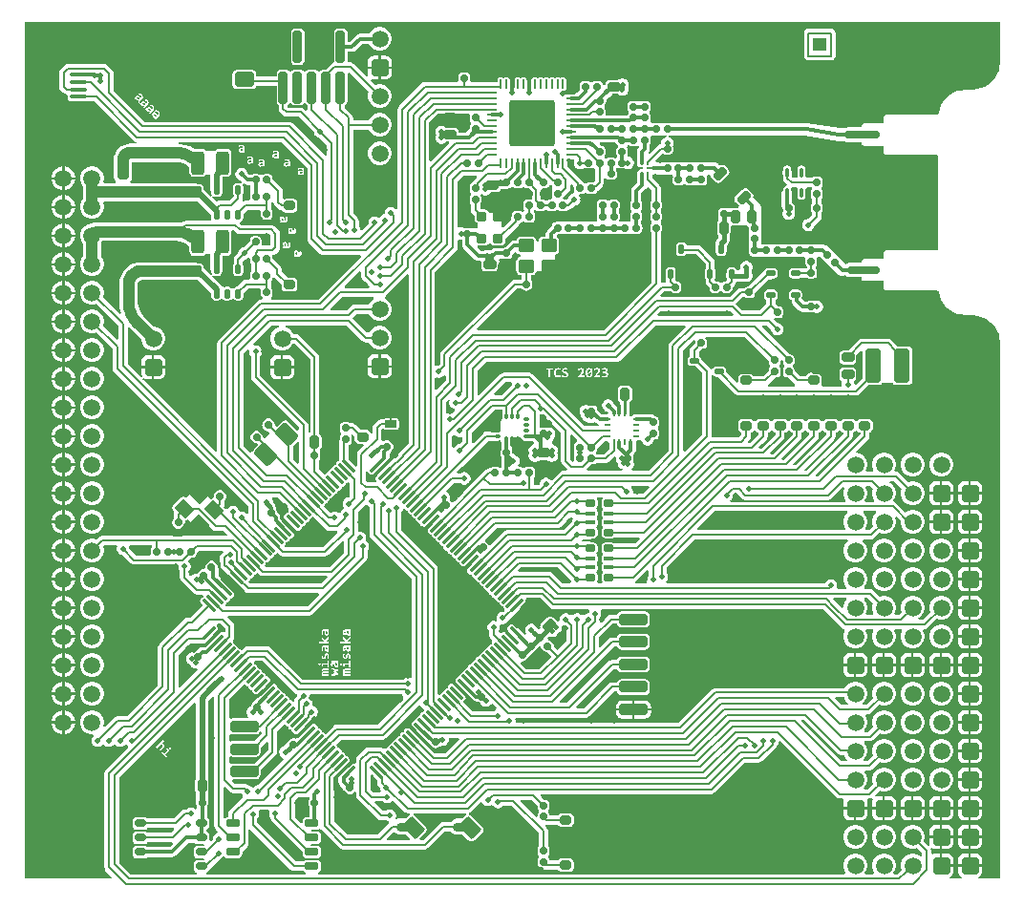
<source format=gtl>
%FSTAX23Y23*%
%MOIN*%
%SFA1B1*%

%IPPOS*%
%AMD17*
4,1,8,-0.018700,0.023000,-0.023000,0.018700,-0.023000,0.014600,0.014600,-0.023000,0.018700,-0.023000,0.023000,-0.018700,0.023000,-0.014600,-0.014600,0.023000,-0.018700,0.023000,0.0*
1,1,0.005906,-0.016700,0.020900*
1,1,0.005906,-0.020900,0.016700*
1,1,0.005906,0.016700,-0.020900*
1,1,0.005906,0.020900,-0.016700*
%
%AMD18*
4,1,8,0.023000,0.018700,0.018700,0.023000,0.014600,0.023000,-0.023000,-0.014600,-0.023000,-0.018700,-0.018700,-0.023000,-0.014600,-0.023000,0.023000,0.014600,0.023000,0.018700,0.0*
1,1,0.005906,0.020900,0.016700*
1,1,0.005906,0.016700,0.020900*
1,1,0.005906,-0.020900,-0.016700*
1,1,0.005906,-0.016700,-0.020900*
%
%AMD19*
4,1,8,-0.007700,-0.011800,0.007700,-0.011800,0.011800,-0.007700,0.011800,0.007700,0.007700,0.011800,-0.007700,0.011800,-0.011800,0.007700,-0.011800,-0.007700,-0.007700,-0.011800,0.0*
1,1,0.008268,-0.007700,-0.007700*
1,1,0.008268,0.007700,-0.007700*
1,1,0.008268,0.007700,0.007700*
1,1,0.008268,-0.007700,0.007700*
%
%AMD20*
4,1,8,0.012800,0.013800,-0.012800,0.013800,-0.019700,0.006900,-0.019700,-0.006900,-0.012800,-0.013800,0.012800,-0.013800,0.019700,-0.006900,0.019700,0.006900,0.012800,0.013800,0.0*
1,1,0.013780,0.012800,0.006900*
1,1,0.013780,-0.012800,0.006900*
1,1,0.013780,-0.012800,-0.006900*
1,1,0.013780,0.012800,-0.006900*
%
%AMD21*
4,1,8,-0.021700,0.010200,-0.021700,-0.010200,-0.016100,-0.015700,0.016100,-0.015700,0.021700,-0.010200,0.021700,0.010200,0.016100,0.015700,-0.016100,0.015700,-0.021700,0.010200,0.0*
1,1,0.011024,-0.016100,0.010200*
1,1,0.011024,-0.016100,-0.010200*
1,1,0.011024,0.016100,-0.010200*
1,1,0.011024,0.016100,0.010200*
%
%AMD22*
4,1,8,-0.002500,-0.008900,0.002500,-0.008900,0.004900,-0.006400,0.004900,0.006400,0.002500,0.008900,-0.002500,0.008900,-0.004900,0.006400,-0.004900,-0.006400,-0.002500,-0.008900,0.0*
1,1,0.004921,-0.002500,-0.006400*
1,1,0.004921,0.002500,-0.006400*
1,1,0.004921,0.002500,0.006400*
1,1,0.004921,-0.002500,0.006400*
%
%AMD23*
4,1,8,0.011800,-0.007700,0.011800,0.007700,0.007700,0.011800,-0.007700,0.011800,-0.011800,0.007700,-0.011800,-0.007700,-0.007700,-0.011800,0.007700,-0.011800,0.011800,-0.007700,0.0*
1,1,0.008268,0.007700,-0.007700*
1,1,0.008268,0.007700,0.007700*
1,1,0.008268,-0.007700,0.007700*
1,1,0.008268,-0.007700,-0.007700*
%
%AMD24*
4,1,8,0.010200,0.021700,-0.010200,0.021700,-0.015700,0.016100,-0.015700,-0.016100,-0.010200,-0.021700,0.010200,-0.021700,0.015700,-0.016100,0.015700,0.016100,0.010200,0.021700,0.0*
1,1,0.011024,0.010200,0.016100*
1,1,0.011024,-0.010200,0.016100*
1,1,0.011024,-0.010200,-0.016100*
1,1,0.011024,0.010200,-0.016100*
%
%AMD25*
4,1,8,0.022600,0.008100,0.008100,0.022600,0.000300,0.022500,-0.022500,-0.000300,-0.022600,-0.008100,-0.008100,-0.022600,-0.000300,-0.022500,0.022500,0.000300,0.022600,0.008100,0.0*
1,1,0.011024,0.018600,0.004200*
1,1,0.011024,0.004200,0.018600*
1,1,0.011024,-0.018600,-0.004200*
1,1,0.011024,-0.004200,-0.018600*
%
%AMD26*
4,1,8,-0.007900,-0.003900,0.007900,-0.003900,0.009800,-0.002000,0.009800,0.002000,0.007900,0.003900,-0.007900,0.003900,-0.009800,0.002000,-0.009800,-0.002000,-0.007900,-0.003900,0.0*
1,1,0.003937,-0.007900,-0.002000*
1,1,0.003937,0.007900,-0.002000*
1,1,0.003937,0.007900,0.002000*
1,1,0.003937,-0.007900,0.002000*
%
%AMD27*
4,1,8,-0.027600,0.012800,-0.027600,-0.012800,-0.020700,-0.019700,0.020700,-0.019700,0.027600,-0.012800,0.027600,0.012800,0.020700,0.019700,-0.020700,0.019700,-0.027600,0.012800,0.0*
1,1,0.013780,-0.020700,0.012800*
1,1,0.013780,-0.020700,-0.012800*
1,1,0.013780,0.020700,-0.012800*
1,1,0.013780,0.020700,0.012800*
%
%AMD28*
4,1,8,0.009800,-0.010800,0.009800,0.010800,0.004900,0.015700,-0.004900,0.015700,-0.009800,0.010800,-0.009800,-0.010800,-0.004900,-0.015700,0.004900,-0.015700,0.009800,-0.010800,0.0*
1,1,0.009843,0.004900,-0.010800*
1,1,0.009843,0.004900,0.010800*
1,1,0.009843,-0.004900,0.010800*
1,1,0.009843,-0.004900,-0.010800*
%
%AMD29*
4,1,8,-0.013800,-0.002900,-0.002900,-0.013800,0.002900,-0.013800,0.013800,-0.002900,0.013800,0.002900,0.002900,0.013800,-0.002900,0.013800,-0.013800,0.002900,-0.013800,-0.002900,0.0*
1,1,0.008268,-0.010900,0.000000*
1,1,0.008268,0.000000,-0.010900*
1,1,0.008268,0.010900,0.000000*
1,1,0.008268,0.000000,0.010900*
%
%AMD30*
4,1,8,0.002900,-0.013800,0.013800,-0.002900,0.013800,0.002900,0.002900,0.013800,-0.002900,0.013800,-0.013800,0.002900,-0.013800,-0.002900,-0.002900,-0.013800,0.002900,-0.013800,0.0*
1,1,0.008268,0.000000,-0.010900*
1,1,0.008268,0.010900,0.000000*
1,1,0.008268,0.000000,0.010900*
1,1,0.008268,-0.010900,0.000000*
%
%AMD31*
4,1,8,0.019200,0.029500,-0.019200,0.029500,-0.029500,0.019200,-0.029500,-0.019200,-0.019200,-0.029500,0.019200,-0.029500,0.029500,-0.019200,0.029500,0.019200,0.019200,0.029500,0.0*
1,1,0.020669,0.019200,0.019200*
1,1,0.020669,-0.019200,0.019200*
1,1,0.020669,-0.019200,-0.019200*
1,1,0.020669,0.019200,-0.019200*
%
%AMD32*
4,1,8,0.026100,0.006900,-0.026100,0.006900,-0.029500,0.003400,-0.029500,-0.003400,-0.026100,-0.006900,0.026100,-0.006900,0.029500,-0.003400,0.029500,0.003400,0.026100,0.006900,0.0*
1,1,0.006890,0.026100,0.003400*
1,1,0.006890,-0.026100,0.003400*
1,1,0.006890,-0.026100,-0.003400*
1,1,0.006890,0.026100,-0.003400*
%
%AMD33*
4,1,8,0.025600,0.049200,-0.025600,0.049200,-0.039400,0.035400,-0.039400,-0.035400,-0.025600,-0.049200,0.025600,-0.049200,0.039400,-0.035400,0.039400,0.035400,0.025600,0.049200,0.0*
1,1,0.027559,0.025600,0.035400*
1,1,0.027559,-0.025600,0.035400*
1,1,0.027559,-0.025600,-0.035400*
1,1,0.027559,0.025600,-0.035400*
%
%AMD34*
4,1,8,-0.010800,-0.009800,0.010800,-0.009800,0.015700,-0.004900,0.015700,0.004900,0.010800,0.009800,-0.010800,0.009800,-0.015700,0.004900,-0.015700,-0.004900,-0.010800,-0.009800,0.0*
1,1,0.009843,-0.010800,-0.004900*
1,1,0.009843,0.010800,-0.004900*
1,1,0.009843,0.010800,0.004900*
1,1,0.009843,-0.010800,0.004900*
%
%AMD35*
4,1,8,-0.002200,-0.015700,0.002200,-0.015700,0.004300,-0.013600,0.004300,0.013600,0.002200,0.015700,-0.002200,0.015700,-0.004300,0.013600,-0.004300,-0.013600,-0.002200,-0.015700,0.0*
1,1,0.004331,-0.002200,-0.013600*
1,1,0.004331,0.002200,-0.013600*
1,1,0.004331,0.002200,0.013600*
1,1,0.004331,-0.002200,0.013600*
%
%AMD36*
4,1,8,0.015700,-0.002200,0.015700,0.002200,0.013600,0.004300,-0.013600,0.004300,-0.015700,0.002200,-0.015700,-0.002200,-0.013600,-0.004300,0.013600,-0.004300,0.015700,-0.002200,0.0*
1,1,0.004331,0.013600,-0.002200*
1,1,0.004331,0.013600,0.002200*
1,1,0.004331,-0.013600,0.002200*
1,1,0.004331,-0.013600,-0.002200*
%
%AMD37*
4,1,8,0.000000,0.022200,-0.022200,0.000000,-0.022300,-0.011100,-0.011100,-0.022300,0.000000,-0.022200,0.022200,0.000000,0.022300,0.011100,0.011100,0.022300,0.000000,0.022200,0.0*
1,1,0.015748,0.005500,0.016700*
1,1,0.015748,-0.016700,-0.005500*
1,1,0.015748,-0.005500,-0.016700*
1,1,0.015748,0.016700,0.005500*
%
%AMD38*
4,1,8,0.003000,0.015700,-0.003000,0.015700,-0.005900,0.012800,-0.005900,-0.012800,-0.003000,-0.015700,0.003000,-0.015700,0.005900,-0.012800,0.005900,0.012800,0.003000,0.015700,0.0*
1,1,0.005906,0.003000,0.012800*
1,1,0.005906,-0.003000,0.012800*
1,1,0.005906,-0.003000,-0.012800*
1,1,0.005906,0.003000,-0.012800*
%
%AMD39*
4,1,8,0.030300,0.003000,0.003000,0.030300,-0.008600,0.030400,-0.030400,0.008600,-0.030300,-0.003000,-0.003000,-0.030300,0.008600,-0.030400,0.030400,-0.008600,0.030300,0.003000,0.0*
1,1,0.016535,0.024500,-0.002800*
1,1,0.016535,-0.002800,0.024500*
1,1,0.016535,-0.024500,0.002800*
1,1,0.016535,0.002800,-0.024500*
%
%AMD40*
4,1,8,-0.005900,0.006900,-0.005900,-0.006900,-0.003000,-0.009800,0.003000,-0.009800,0.005900,-0.006900,0.005900,0.006900,0.003000,0.009800,-0.003000,0.009800,-0.005900,0.006900,0.0*
1,1,0.005906,-0.003000,0.006900*
1,1,0.005906,-0.003000,-0.006900*
1,1,0.005906,0.003000,-0.006900*
1,1,0.005906,0.003000,0.006900*
%
%AMD41*
4,1,8,0.006900,0.005900,-0.006900,0.005900,-0.009800,0.003000,-0.009800,-0.003000,-0.006900,-0.005900,0.006900,-0.005900,0.009800,-0.003000,0.009800,0.003000,0.006900,0.005900,0.0*
1,1,0.005906,0.006900,0.003000*
1,1,0.005906,-0.006900,0.003000*
1,1,0.005906,-0.006900,-0.003000*
1,1,0.005906,0.006900,-0.003000*
%
%AMD42*
4,1,8,0.019700,-0.010200,0.019700,0.010200,0.014200,0.015700,-0.014200,0.015700,-0.019700,0.010200,-0.019700,-0.010200,-0.014200,-0.015700,0.014200,-0.015700,0.019700,-0.010200,0.0*
1,1,0.011024,0.014200,-0.010200*
1,1,0.011024,0.014200,0.010200*
1,1,0.011024,-0.014200,0.010200*
1,1,0.011024,-0.014200,-0.010200*
%
%AMD43*
4,1,8,-0.010100,0.037300,-0.037300,0.010100,-0.037300,0.001100,0.001100,-0.037300,0.010100,-0.037300,0.037300,-0.010100,0.037300,-0.001100,-0.001100,0.037300,-0.010100,0.037300,0.0*
1,1,0.012795,-0.005600,0.032700*
1,1,0.012795,-0.032700,0.005600*
1,1,0.012795,0.005600,-0.032700*
1,1,0.012795,0.032700,-0.005600*
%
%AMD44*
4,1,8,0.016700,0.013800,-0.016700,0.013800,-0.023600,0.006900,-0.023600,-0.006900,-0.016700,-0.013800,0.016700,-0.013800,0.023600,-0.006900,0.023600,0.006900,0.016700,0.013800,0.0*
1,1,0.013780,0.016700,0.006900*
1,1,0.013780,-0.016700,0.006900*
1,1,0.013780,-0.016700,-0.006900*
1,1,0.013780,0.016700,-0.006900*
%
%AMD45*
4,1,8,-0.017700,0.010200,-0.017700,-0.010200,-0.012200,-0.015700,0.012200,-0.015700,0.017700,-0.010200,0.017700,0.010200,0.012200,0.015700,-0.012200,0.015700,-0.017700,0.010200,0.0*
1,1,0.011024,-0.012200,0.010200*
1,1,0.011024,-0.012200,-0.010200*
1,1,0.011024,0.012200,-0.010200*
1,1,0.011024,0.012200,0.010200*
%
%AMD48*
4,1,8,0.033500,-0.019200,0.033500,0.019200,0.027100,0.025600,-0.027100,0.025600,-0.033500,0.019200,-0.033500,-0.019200,-0.027100,-0.025600,0.027100,-0.025600,0.033500,-0.019200,0.0*
1,1,0.012795,0.027100,-0.019200*
1,1,0.012795,0.027100,0.019200*
1,1,0.012795,-0.027100,0.019200*
1,1,0.012795,-0.027100,-0.019200*
%
%AMD49*
4,1,8,0.015700,-0.049600,0.015700,0.049600,0.010200,0.055100,-0.010200,0.055100,-0.015700,0.049600,-0.015700,-0.049600,-0.010200,-0.055100,0.010200,-0.055100,0.015700,-0.049600,0.0*
1,1,0.011024,0.010200,-0.049600*
1,1,0.011024,0.010200,0.049600*
1,1,0.011024,-0.010200,0.049600*
1,1,0.011024,-0.010200,-0.049600*
%
%AMD50*
4,1,8,0.019300,0.023600,-0.019300,0.023600,-0.027600,0.015400,-0.027600,-0.015400,-0.019300,-0.023600,0.019300,-0.023600,0.027600,-0.015400,0.027600,0.015400,0.019300,0.023600,0.0*
1,1,0.016535,0.019300,0.015400*
1,1,0.016535,-0.019300,0.015400*
1,1,0.016535,-0.019300,-0.015400*
1,1,0.016535,0.019300,-0.015400*
%
%AMD51*
4,1,8,-0.009700,-0.005900,0.009700,-0.005900,0.011800,-0.003800,0.011800,0.003800,0.009700,0.005900,-0.009700,0.005900,-0.011800,0.003800,-0.011800,-0.003800,-0.009700,-0.005900,0.0*
1,1,0.004134,-0.009700,-0.003800*
1,1,0.004134,0.009700,-0.003800*
1,1,0.004134,0.009700,0.003800*
1,1,0.004134,-0.009700,0.003800*
%
%AMD53*
4,1,8,0.020700,0.059100,-0.020700,0.059100,-0.027600,0.052200,-0.027600,-0.052200,-0.020700,-0.059100,0.020700,-0.059100,0.027600,-0.052200,0.027600,0.052200,0.020700,0.059100,0.0*
1,1,0.013780,0.020700,0.052200*
1,1,0.013780,-0.020700,0.052200*
1,1,0.013780,-0.020700,-0.052200*
1,1,0.013780,0.020700,-0.052200*
%
%AMD54*
4,1,8,-0.015700,0.007700,-0.015700,-0.007700,-0.011600,-0.011800,0.011600,-0.011800,0.015700,-0.007700,0.015700,0.007700,0.011600,0.011800,-0.011600,0.011800,-0.015700,0.007700,0.0*
1,1,0.008268,-0.011600,0.007700*
1,1,0.008268,-0.011600,-0.007700*
1,1,0.008268,0.011600,-0.007700*
1,1,0.008268,0.011600,0.007700*
%
%AMD55*
4,1,8,-0.015700,0.005100,-0.015700,-0.005100,-0.013000,-0.007900,0.013000,-0.007900,0.015700,-0.005100,0.015700,0.005100,0.013000,0.007900,-0.013000,0.007900,-0.015700,0.005100,0.0*
1,1,0.005512,-0.013000,0.005100*
1,1,0.005512,-0.013000,-0.005100*
1,1,0.005512,0.013000,-0.005100*
1,1,0.005512,0.013000,0.005100*
%
%AMD56*
4,1,8,-0.002000,-0.006500,0.002000,-0.006500,0.003900,-0.004500,0.003900,0.004500,0.002000,0.006500,-0.002000,0.006500,-0.003900,0.004500,-0.003900,-0.004500,-0.002000,-0.006500,0.0*
1,1,0.003937,-0.002000,-0.004500*
1,1,0.003937,0.002000,-0.004500*
1,1,0.003937,0.002000,0.004500*
1,1,0.003937,-0.002000,0.004500*
%
%AMD57*
4,1,8,-0.008900,0.002500,-0.008900,-0.002500,-0.006400,-0.004900,0.006400,-0.004900,0.008900,-0.002500,0.008900,0.002500,0.006400,0.004900,-0.006400,0.004900,-0.008900,0.002500,0.0*
1,1,0.004921,-0.006400,0.002500*
1,1,0.004921,-0.006400,-0.002500*
1,1,0.004921,0.006400,-0.002500*
1,1,0.004921,0.006400,0.002500*
%
%AMD58*
4,1,8,-0.012400,0.037700,-0.037700,0.012400,-0.037800,-0.001300,-0.001300,-0.037800,0.012400,-0.037700,0.037700,-0.012400,0.037800,0.001300,0.001300,0.037800,-0.012400,0.037700,0.0*
1,1,0.019291,-0.005600,0.030900*
1,1,0.019291,-0.030900,0.005600*
1,1,0.019291,0.005600,-0.030900*
1,1,0.019291,0.030900,-0.005600*
%
%AMD59*
4,1,8,0.014100,0.041300,-0.014100,0.041300,-0.021700,0.033800,-0.021700,-0.033800,-0.014100,-0.041300,0.014100,-0.041300,0.021700,-0.033800,0.021700,0.033800,0.014100,0.041300,0.0*
1,1,0.015157,0.014100,0.033800*
1,1,0.015157,-0.014100,0.033800*
1,1,0.015157,-0.014100,-0.033800*
1,1,0.015157,0.014100,-0.033800*
%
%AMD87*
4,1,8,-0.039400,-0.019700,0.039400,-0.019700,0.049200,-0.009800,0.049200,0.009800,0.039400,0.019700,-0.039400,0.019700,-0.049200,0.009800,-0.049200,-0.009800,-0.039400,-0.019700,0.0*
1,1,0.019685,-0.039400,-0.009800*
1,1,0.019685,0.039400,-0.009800*
1,1,0.019685,0.039400,0.009800*
1,1,0.019685,-0.039400,0.009800*
%
%AMD101*
4,1,8,-0.019700,0.010600,-0.019700,-0.010600,-0.018500,-0.011800,0.018500,-0.011800,0.019700,-0.010600,0.019700,0.010600,0.018500,0.011800,-0.018500,0.011800,-0.019700,0.010600,0.0*
1,1,0.002362,-0.018500,0.010600*
1,1,0.002362,-0.018500,-0.010600*
1,1,0.002362,0.018500,-0.010600*
1,1,0.002362,0.018500,0.010600*
%
%AMD118*
4,1,8,-0.068600,-0.080700,0.068600,-0.080700,0.080700,-0.068600,0.080700,0.068600,0.068600,0.080700,-0.068600,0.080700,-0.080700,0.068600,-0.080700,-0.068600,-0.068600,-0.080700,0.0*
1,1,0.024213,-0.068600,-0.068600*
1,1,0.024213,0.068600,-0.068600*
1,1,0.024213,0.068600,0.068600*
1,1,0.024213,-0.068600,0.068600*
%
%AMD123*
4,1,8,-0.020700,-0.029500,0.020700,-0.029500,0.029500,-0.020700,0.029500,0.020700,0.020700,0.029500,-0.020700,0.029500,-0.029500,0.020700,-0.029500,-0.020700,-0.020700,-0.029500,0.0*
1,1,0.017717,-0.020700,-0.020700*
1,1,0.017717,0.020700,-0.020700*
1,1,0.017717,0.020700,0.020700*
1,1,0.017717,-0.020700,0.020700*
%
%AMD124*
4,1,8,-0.029500,0.020700,-0.029500,-0.020700,-0.020700,-0.029500,0.020700,-0.029500,0.029500,-0.020700,0.029500,0.020700,0.020700,0.029500,-0.020700,0.029500,-0.029500,0.020700,0.0*
1,1,0.017717,-0.020700,0.020700*
1,1,0.017717,-0.020700,-0.020700*
1,1,0.017717,0.020700,-0.020700*
1,1,0.017717,0.020700,0.020700*
%
%ADD10C,0.007874*%
G04~CAMADD=17~8~0.0~0.0~118.1~590.6~29.5~0.0~15~0.0~0.0~0.0~0.0~0~0.0~0.0~0.0~0.0~0~0.0~0.0~0.0~45.0~476.0~476.0*
%ADD17D17*%
G04~CAMADD=18~8~0.0~0.0~118.1~590.6~29.5~0.0~15~0.0~0.0~0.0~0.0~0~0.0~0.0~0.0~0.0~0~0.0~0.0~0.0~315.0~476.0~476.0*
%ADD18D18*%
G04~CAMADD=19~8~0.0~0.0~236.2~236.2~41.3~0.0~15~0.0~0.0~0.0~0.0~0~0.0~0.0~0.0~0.0~0~0.0~0.0~0.0~180.0~236.0~236.0*
%ADD19D19*%
G04~CAMADD=20~8~0.0~0.0~393.7~275.6~68.9~0.0~15~0.0~0.0~0.0~0.0~0~0.0~0.0~0.0~0.0~0~0.0~0.0~0.0~0.0~393.7~275.6*
%ADD20D20*%
G04~CAMADD=21~8~0.0~0.0~315.0~433.1~55.1~0.0~15~0.0~0.0~0.0~0.0~0~0.0~0.0~0.0~0.0~0~0.0~0.0~0.0~90.0~434.0~315.0*
%ADD21D21*%
G04~CAMADD=22~8~0.0~0.0~98.4~177.2~24.6~0.0~15~0.0~0.0~0.0~0.0~0~0.0~0.0~0.0~0.0~0~0.0~0.0~0.0~180.0~100.0~178.0*
%ADD22D22*%
G04~CAMADD=23~8~0.0~0.0~236.2~236.2~41.3~0.0~15~0.0~0.0~0.0~0.0~0~0.0~0.0~0.0~0.0~0~0.0~0.0~0.0~270.0~236.0~236.0*
%ADD23D23*%
G04~CAMADD=24~8~0.0~0.0~315.0~433.1~55.1~0.0~15~0.0~0.0~0.0~0.0~0~0.0~0.0~0.0~0.0~0~0.0~0.0~0.0~0.0~315.0~433.1*
%ADD24D24*%
G04~CAMADD=25~8~0.0~0.0~315.0~433.1~55.1~0.0~15~0.0~0.0~0.0~0.0~0~0.0~0.0~0.0~0.0~0~0.0~0.0~0.0~315.0~482.0~482.0*
%ADD25D25*%
G04~CAMADD=26~8~0.0~0.0~196.9~78.7~19.7~0.0~15~0.0~0.0~0.0~0.0~0~0.0~0.0~0.0~0.0~0~0.0~0.0~0.0~180.0~196.0~78.0*
%ADD26D26*%
G04~CAMADD=27~8~0.0~0.0~393.7~551.2~68.9~0.0~15~0.0~0.0~0.0~0.0~0~0.0~0.0~0.0~0.0~0~0.0~0.0~0.0~90.0~552.0~395.0*
%ADD27D27*%
G04~CAMADD=28~8~0.0~0.0~315.0~196.9~49.2~0.0~15~0.0~0.0~0.0~0.0~0~0.0~0.0~0.0~0.0~0~0.0~0.0~0.0~270.0~196.0~314.0*
%ADD28D28*%
G04~CAMADD=29~8~0.0~0.0~236.2~236.2~41.3~0.0~15~0.0~0.0~0.0~0.0~0~0.0~0.0~0.0~0.0~0~0.0~0.0~0.0~135.0~300.0~299.0*
%ADD29D29*%
G04~CAMADD=30~8~0.0~0.0~236.2~236.2~41.3~0.0~15~0.0~0.0~0.0~0.0~0~0.0~0.0~0.0~0.0~0~0.0~0.0~0.0~225.0~300.0~299.0*
%ADD30D30*%
G04~CAMADD=31~8~0.0~0.0~590.6~590.6~103.3~0.0~15~0.0~0.0~0.0~0.0~0~0.0~0.0~0.0~0.0~0~0.0~0.0~0.0~0.0~590.6~590.6*
%ADD31D31*%
G04~CAMADD=32~8~0.0~0.0~590.6~137.8~34.4~0.0~15~0.0~0.0~0.0~0.0~0~0.0~0.0~0.0~0.0~0~0.0~0.0~0.0~0.0~590.6~137.8*
%ADD32D32*%
G04~CAMADD=33~8~0.0~0.0~787.4~984.3~137.8~0.0~15~0.0~0.0~0.0~0.0~0~0.0~0.0~0.0~0.0~0~0.0~0.0~0.0~0.0~787.4~984.3*
%ADD33D33*%
G04~CAMADD=34~8~0.0~0.0~315.0~196.9~49.2~0.0~15~0.0~0.0~0.0~0.0~0~0.0~0.0~0.0~0.0~0~0.0~0.0~0.0~180.0~314.0~196.0*
%ADD34D34*%
G04~CAMADD=35~8~0.0~0.0~86.6~315.0~21.7~0.0~15~0.0~0.0~0.0~0.0~0~0.0~0.0~0.0~0.0~0~0.0~0.0~0.0~180.0~86.0~314.0*
%ADD35D35*%
G04~CAMADD=36~8~0.0~0.0~86.6~315.0~21.7~0.0~15~0.0~0.0~0.0~0.0~0~0.0~0.0~0.0~0.0~0~0.0~0.0~0.0~270.0~314.0~86.0*
%ADD36D36*%
G04~CAMADD=37~8~0.0~0.0~472.4~315.0~78.7~0.0~15~0.0~0.0~0.0~0.0~0~0.0~0.0~0.0~0.0~0~0.0~0.0~0.0~45.0~490.0~490.0*
%ADD37D37*%
G04~CAMADD=38~8~0.0~0.0~118.1~315.0~29.5~0.0~15~0.0~0.0~0.0~0.0~0~0.0~0.0~0.0~0.0~0~0.0~0.0~0.0~0.0~118.1~315.0*
%ADD38D38*%
G04~CAMADD=39~8~0.0~0.0~551.2~472.4~82.7~0.0~15~0.0~0.0~0.0~0.0~0~0.0~0.0~0.0~0.0~0~0.0~0.0~0.0~315.0~654.0~654.0*
%ADD39D39*%
G04~CAMADD=40~8~0.0~0.0~196.9~118.1~29.5~0.0~15~0.0~0.0~0.0~0.0~0~0.0~0.0~0.0~0.0~0~0.0~0.0~0.0~90.0~118.0~196.0*
%ADD40D40*%
G04~CAMADD=41~8~0.0~0.0~196.9~118.1~29.5~0.0~15~0.0~0.0~0.0~0.0~0~0.0~0.0~0.0~0.0~0~0.0~0.0~0.0~0.0~196.9~118.1*
%ADD41D41*%
G04~CAMADD=42~8~0.0~0.0~315.0~393.7~55.1~0.0~15~0.0~0.0~0.0~0.0~0~0.0~0.0~0.0~0.0~0~0.0~0.0~0.0~270.0~394.0~315.0*
%ADD42D42*%
G04~CAMADD=43~8~0.0~0.0~511.8~669.3~64.0~0.0~15~0.0~0.0~0.0~0.0~0~0.0~0.0~0.0~0.0~0~0.0~0.0~0.0~45.0~783.0~781.0*
%ADD43D43*%
G04~CAMADD=44~8~0.0~0.0~472.4~275.6~68.9~0.0~15~0.0~0.0~0.0~0.0~0~0.0~0.0~0.0~0.0~0~0.0~0.0~0.0~0.0~472.4~275.6*
%ADD44D44*%
G04~CAMADD=45~8~0.0~0.0~315.0~354.3~55.1~0.0~15~0.0~0.0~0.0~0.0~0~0.0~0.0~0.0~0.0~0~0.0~0.0~0.0~90.0~354.0~314.0*
%ADD45D45*%
%ADD46R,0.181102X0.049212*%
%ADD47R,0.118110X0.078740*%
G04~CAMADD=48~8~0.0~0.0~511.8~669.3~64.0~0.0~15~0.0~0.0~0.0~0.0~0~0.0~0.0~0.0~0.0~0~0.0~0.0~0.0~270.0~670.0~512.0*
%ADD48D48*%
G04~CAMADD=49~8~0.0~0.0~1102.4~315.0~55.1~0.0~15~0.0~0.0~0.0~0.0~0~0.0~0.0~0.0~0.0~0~0.0~0.0~0.0~270.0~314.0~1102.0*
%ADD49D49*%
G04~CAMADD=50~8~0.0~0.0~551.2~472.4~82.7~0.0~15~0.0~0.0~0.0~0.0~0~0.0~0.0~0.0~0.0~0~0.0~0.0~0.0~0.0~551.2~472.4*
%ADD50D50*%
G04~CAMADD=51~8~0.0~0.0~236.2~118.1~20.7~0.0~15~0.0~0.0~0.0~0.0~0~0.0~0.0~0.0~0.0~0~0.0~0.0~0.0~180.0~236.0~118.0*
%ADD51D51*%
G04~CAMADD=53~8~0.0~0.0~551.2~1181.1~68.9~0.0~15~0.0~0.0~0.0~0.0~0~0.0~0.0~0.0~0.0~0~0.0~0.0~0.0~0.0~551.2~1181.1*
%ADD53D53*%
G04~CAMADD=54~8~0.0~0.0~236.2~315.0~41.3~0.0~15~0.0~0.0~0.0~0.0~0~0.0~0.0~0.0~0.0~0~0.0~0.0~0.0~90.0~314.0~236.0*
%ADD54D54*%
G04~CAMADD=55~8~0.0~0.0~157.5~315.0~27.6~0.0~15~0.0~0.0~0.0~0.0~0~0.0~0.0~0.0~0.0~0~0.0~0.0~0.0~90.0~316.0~157.0*
%ADD55D55*%
G04~CAMADD=56~8~0.0~0.0~78.7~129.9~19.7~0.0~15~0.0~0.0~0.0~0.0~0~0.0~0.0~0.0~0.0~0~0.0~0.0~0.0~180.0~78.0~130.0*
%ADD56D56*%
G04~CAMADD=57~8~0.0~0.0~98.4~177.2~24.6~0.0~15~0.0~0.0~0.0~0.0~0~0.0~0.0~0.0~0.0~0~0.0~0.0~0.0~90.0~178.0~99.0*
%ADD57D57*%
G04~CAMADD=58~8~0.0~0.0~551.2~708.7~96.5~0.0~15~0.0~0.0~0.0~0.0~0~0.0~0.0~0.0~0.0~0~0.0~0.0~0.0~45.0~810.0~809.0*
%ADD58D58*%
G04~CAMADD=59~8~0.0~0.0~433.1~826.8~75.8~0.0~15~0.0~0.0~0.0~0.0~0~0.0~0.0~0.0~0.0~0~0.0~0.0~0.0~0.0~433.1~826.8*
%ADD59D59*%
%ADD60C,0.027559*%
G04~CAMADD=87~8~0.0~0.0~984.3~393.7~98.4~0.0~15~0.0~0.0~0.0~0.0~0~0.0~0.0~0.0~0.0~0~0.0~0.0~0.0~180.0~984.0~394.0*
%ADD87D87*%
G04~CAMADD=101~8~0.0~0.0~236.2~393.7~11.8~0.0~15~0.0~0.0~0.0~0.0~0~0.0~0.0~0.0~0.0~0~0.0~0.0~0.0~90.0~394.0~236.0*
%ADD101D101*%
%ADD111O,0.066929X0.039370*%
%ADD115C,0.027559*%
%ADD116C,0.011811*%
%ADD117C,0.039370*%
G04~CAMADD=118~8~0.0~0.0~1614.2~1614.2~121.1~0.0~15~0.0~0.0~0.0~0.0~0~0.0~0.0~0.0~0.0~0~0.0~0.0~0.0~180.0~1614.0~1614.0*
%ADD118D118*%
%ADD119C,0.019685*%
%ADD120C,0.015748*%
%ADD121C,0.031496*%
%ADD122C,0.009843*%
G04~CAMADD=123~8~0.0~0.0~590.6~590.6~88.6~0.0~15~0.0~0.0~0.0~0.0~0~0.0~0.0~0.0~0.0~0~0.0~0.0~0.0~180.0~590.0~590.0*
%ADD123D123*%
G04~CAMADD=124~8~0.0~0.0~590.6~590.6~88.6~0.0~15~0.0~0.0~0.0~0.0~0~0.0~0.0~0.0~0.0~0~0.0~0.0~0.0~90.0~590.0~590.0*
%ADD124D124*%
%ADD125C,0.059055*%
%ADD126C,0.045354*%
%ADD127C,0.019685*%
%ADD128C,0.118110*%
%LNsysdev3-1*%
%LPD*%
G36*
X03405Y01358D02*
Y01351D01*
X03403Y01339*
X034Y01326*
X03395Y01314*
X03389Y01303*
X03381Y01293*
X03372Y01284*
X03361Y01276*
X0335Y01269*
X03338Y01264*
X03326Y01261*
X03313Y01259*
X03307*
X03287*
X0328Y01259*
X03268Y01257*
X03255Y01254*
X03243Y01249*
X03232Y01243*
X03222Y01235*
X03213Y01226*
X03205Y01216*
X03199Y01204*
X03194Y01193*
X0319Y0118*
X0319Y01175*
X03183Y01172*
X03183Y01172*
X03179Y01173*
X03009*
X03005Y01172*
X03001Y01169*
X02998Y01166*
X02997Y01161*
Y01141*
X02935*
X0293Y01141*
X02926Y01138*
X02923Y01134*
X02922Y01129*
Y01128*
X02874*
X02867Y01127*
X02861Y01124*
X0286Y01124*
X02847*
X02728Y01143*
X02727Y01143*
X02725Y01143*
X02187Y01143*
X02185Y01148*
X02184Y01149*
X02185Y01153*
Y01169*
X02184Y01173*
X02181Y01177*
Y01184*
X02184Y01188*
X02185Y01193*
Y01208*
X02184Y01213*
X02181Y01217*
X02177Y01219*
X02173Y0122*
X02157*
X02152Y01219*
X02151Y01218*
X02139*
X02138Y01219*
X02133Y0122*
X02118*
X02113Y01219*
X02109Y01217*
X02106Y01213*
X02106Y01208*
Y01193*
X02106Y01188*
X02109Y01184*
Y01177*
X02106Y01173*
X02106Y01173*
X02102Y01169*
X0203*
X02027Y01173*
Y01188*
X02026Y01193*
X02024Y01197*
Y01204*
X02026Y01208*
X02027Y01212*
Y01215*
X0203Y01219*
X02031Y01226*
X02037Y01231*
X02041Y01232*
X02046Y01235*
X0205Y01239*
X02053Y01244*
X02053Y01245*
X0207*
X02073Y01242*
X02078Y0124*
X02083Y01238*
X02089*
X02095Y0124*
X021Y01242*
X02104Y01247*
X02106Y01251*
X02108Y01257*
Y01263*
X02107Y01268*
X02107Y01269*
X02108Y01274*
Y0128*
X02107Y01285*
X02104Y0129*
X021Y01294*
X02095Y01297*
X0209Y01299*
X02084*
X02078Y01297*
X02073Y01294*
X02072Y01293*
X0204*
X02035Y01292*
X02031Y01289*
X02028Y01285*
X02027Y01279*
Y01277*
X02023Y01275*
X02021Y01276*
X02017Y01278*
X02017Y01282*
X02014Y01286*
X0201Y01288*
X02005Y01289*
X0199*
X01985Y01288*
X01981Y01286*
X01974*
X01971Y01288*
X01966Y01289*
X0195*
X01946Y01288*
X01942Y01286*
X01939Y01282*
X01938Y01277*
Y01262*
X01939Y01259*
X01927Y01248*
X01909*
X01902Y01247*
X01897Y01243*
X01893Y01245*
X01891Y01247*
Y0125*
X01891Y01254*
X01888Y01258*
X01889Y01258*
X01891Y01262*
X01892Y01265*
Y01293*
X01891Y01297*
X01889Y013*
X01886Y01302*
X01882Y01303*
X01877*
X01873Y01302*
X0187Y013*
X01866Y01302*
X01862Y01303*
X01858*
X01854Y01302*
X0185Y013*
X01846Y01302*
X01842Y01303*
X01838*
X01834Y01302*
X0183Y013*
X01826Y01302*
X01823Y01303*
X01818*
X01814Y01302*
X01811Y013*
X01807Y01302*
X01803Y01303*
X01799*
X01795Y01302*
X01791Y013*
X01787Y01302*
X01783Y01303*
X01779*
X01775Y01302*
X01772Y013*
X01769Y01297*
X01769Y01293*
Y01267*
X01764Y01262*
X01757*
X01754Y01265*
Y01293*
X01753Y01297*
X01751Y013*
X01748Y01302*
X01744Y01303*
X01739*
X01736Y01302*
X01732Y013*
X01731*
X01728Y01302*
X01724Y01303*
X0172*
X01716Y01302*
X01713Y013*
X0171Y01297*
X0171Y01293*
Y01267*
X01705Y01262*
X01698*
X01695Y01265*
Y01293*
X01694Y01297*
X01692Y013*
X01689Y01302*
X01685Y01303*
X0168*
X01676Y01302*
X01673Y013*
X01669Y01302*
X01665Y01303*
X01661*
X01657Y01302*
X01653Y013*
X01651Y01297*
X0165Y01293*
Y01289*
X01648Y01285*
X0156*
X01555Y01291*
Y01306*
X01554Y01311*
X01551Y01315*
X01547Y01318*
X01543Y01319*
X01527*
X01523Y01318*
X01519Y01315*
X01516Y01311*
X01515Y01306*
Y01291*
X0151Y01285*
X01397*
X01391Y01284*
X01386Y01281*
X01307Y01202*
X01304Y01197*
X01302Y0119*
Y00843*
X01296Y00841*
X01296Y00842*
X01292Y00846*
X01287Y00848*
X01282Y0085*
X01276*
X01271Y00848*
X01266Y00846*
X01262Y00842*
X01259Y00837*
X01257Y00831*
Y00825*
X01255Y00825*
X01255*
X01249Y00823*
X01244Y0082*
X0124Y00816*
X01239Y00813*
X01236Y00813*
X01231Y00816*
X01226Y00817*
X0122*
X01214Y00816*
X01209Y00813*
X01205Y00809*
X01203Y00804*
X01201Y00799*
Y00793*
X01202Y00791*
X01179Y00769*
X01175Y0077*
X01173Y00771*
X01172Y00776*
X01169Y00781*
X01168Y00782*
Y00801*
X01166Y00807*
X01163Y00812*
X01147Y00828*
Y0112*
X01201*
X01207Y01111*
X01214Y01103*
X01224Y01098*
X01234Y01095*
X01245*
X01256Y01098*
X01265Y01103*
X01273Y01111*
X01278Y01121*
X01281Y01131*
Y01142*
X01278Y01152*
X01273Y01162*
X01265Y0117*
X01256Y01175*
X01245Y01178*
X01234*
X01224Y01175*
X01214Y0117*
X01207Y01162*
X01201Y01153*
X01147*
Y01161*
X01146Y01167*
X01143Y01172*
X01119Y01196*
Y01205*
X01123Y01208*
X01126Y01212*
X01127Y01218*
Y01317*
X01133Y01319*
X01134Y01319*
X01201Y01252*
X01198Y01242*
Y01231*
X01201Y01221*
X01207Y01211*
X01214Y01203*
X01224Y01198*
X01234Y01195*
X01245*
X01256Y01198*
X01265Y01203*
X01273Y01211*
X01278Y01221*
X01281Y01231*
Y01242*
X01278Y01252*
X01273Y01262*
X01265Y0127*
X01256Y01275*
X01245Y01278*
X01234*
X01224Y01275*
X01207Y01292*
X0121Y01297*
X01214Y01296*
X01219Y01295*
X01236*
Y01333*
X01198*
Y01316*
X01199Y0131*
X012Y01307*
X01195Y01304*
X01149Y01349*
X01144Y01353*
X01138Y01354*
X01131*
X01127Y01359*
X01127Y01359*
Y01391*
X01143*
X0115Y01392*
X01156Y01396*
X01178Y01418*
X01202*
X01207Y01411*
X01214Y01403*
X01224Y01398*
X01234Y01395*
X01245*
X01256Y01398*
X01265Y01403*
X01273Y01411*
X01278Y01421*
X01281Y01431*
Y01442*
X01278Y01452*
X01273Y01462*
X01265Y0147*
X01256Y01475*
X01245Y01478*
X01234*
X01224Y01475*
X01214Y0147*
X01207Y01462*
X01202Y01455*
X01171*
X01164Y01453*
X01158Y01449*
X01136Y01427*
X01127*
Y01459*
X01126Y01464*
X01123Y01468*
X01119Y01471*
X01114Y01472*
X01093*
X01088Y01471*
X01084Y01468*
X01081Y01464*
X0108Y01459*
Y01359*
X0108Y01358*
X01076Y01353*
X01071Y01349*
X01052Y0133*
X01043*
X01038Y01329*
X01034Y01326*
X01032Y01324*
X01031Y01323*
X01026*
X01025Y01324*
X01023Y01326*
X01019Y01329*
X01014Y0133*
X00993*
X00988Y01329*
X00984Y01326*
X00982Y01324*
X00981Y01323*
X00976*
X00975Y01324*
X00973Y01326*
X00969Y01329*
X00964Y0133*
X00943*
X00938Y01329*
X00934Y01326*
X00932Y01324*
X00931Y01323*
X00926*
X00925Y01324*
X00923Y01326*
X00919Y01329*
X00914Y0133*
X00893*
X00888Y01329*
X00884Y01326*
X00881Y01322*
X0088Y01317*
Y01305*
X00809*
Y01314*
X00808Y0132*
X00805Y01324*
X008Y01327*
X00794Y01329*
X0074*
X00735Y01327*
X0073Y01324*
X00727Y0132*
X00726Y01314*
Y01276*
X00727Y0127*
X0073Y01265*
X00735Y01262*
X0074Y01261*
X00794*
X008Y01262*
X00805Y01265*
X00808Y0127*
X00808Y01273*
X0088*
Y01218*
X00881Y01212*
X00884Y01208*
X00887Y01205*
Y01192*
X00889Y01186*
X00892Y01181*
X00904Y01169*
X00909Y01166*
X00915Y01165*
X00957*
X01011Y01111*
Y01109*
X01013Y01103*
X01016Y01098*
X0102Y01094*
X01025Y01092*
X0103Y0109*
X01032*
X01056Y01066*
Y01031*
X0105Y01028*
X00936Y01143*
X00931Y01146*
X00925Y01147*
X0042*
X00311Y01256*
Y01315*
X0031Y01321*
X00306Y01327*
X00288Y01345*
X00283Y01348*
X00277Y01349*
X00152*
X00146Y01348*
X00141Y01345*
X00126Y0133*
X00122Y01325*
X00121Y01319*
Y01269*
X00122Y01263*
X00126Y01258*
X00136Y01248*
X00141Y01245*
X00147Y01243*
X00147Y01243*
X00151Y01237*
X00151Y01237*
Y0123*
X00152Y01226*
X00154Y01222*
X00158Y0122*
X00162Y01219*
X00183*
X00188Y01218*
X00245*
X00382Y01081*
X00387Y01077*
X0039Y01077*
X0039Y01071*
X0037*
Y01071*
X00358Y0107*
X00348Y01066*
X00338Y01061*
X00329Y01054*
X00322Y01045*
X00317Y01035*
X00313Y01024*
X00313Y01019*
Y01019*
X00313Y01016*
X00312Y01016*
X00312Y01013*
X00312*
Y00964*
X00313Y00959*
X00312Y00957*
Y00951*
X00314Y00946*
X00317Y00941*
X00319Y00939*
X00317Y00933*
X0028*
X00276Y00939*
X00277Y00944*
Y00955*
X00274Y00965*
X00269Y00975*
X00261Y00983*
X00252Y00988*
X00241Y00991*
X0023*
X0022Y00988*
X0021Y00983*
X00203Y00975*
X00197Y00965*
X00194Y00955*
Y00944*
X00197Y00934*
X00203Y00924*
X00204Y00923*
Y00876*
X00203Y00875*
X00197Y00865*
X00194Y00855*
Y00844*
X00197Y00834*
X00203Y00824*
X0021Y00816*
X0022Y00811*
X0023Y00808*
X00241*
X00252Y00811*
X00261Y00816*
X00269Y00824*
X00274Y00834*
X00277Y00844*
Y00855*
X00275Y00863*
X00278Y00869*
X0059*
X00598Y0087*
X00603Y00873*
X00653Y00823*
Y00812*
X00653Y00809*
X0065Y00803*
X00574*
X00574Y00803*
X00565Y00802*
X00555Y00799*
X00547Y00795*
X00546Y00794*
X00546*
X00529Y00795*
Y00795*
X0025*
X00241Y00794*
X00234Y00791*
X0023*
X0022Y00788*
X0021Y00783*
X00203Y00775*
X00197Y00765*
X00194Y00755*
Y00744*
X00197Y00734*
X00203Y00724*
X00204Y00723*
Y00676*
X00203Y00675*
X00197Y00665*
X00194Y00655*
Y00644*
X00197Y00634*
X00203Y00624*
X0021Y00616*
X0022Y00611*
X0023Y00608*
X00241*
X00252Y00611*
X00261Y00616*
X00269Y00624*
X00274Y00634*
X00277Y00644*
Y00655*
X00274Y00665*
X00269Y00675*
X00267Y00676*
Y00723*
X00269Y00724*
X00273Y00732*
X00529*
X0053Y00732*
X00542Y0073*
X00555Y00727*
X00567Y0072*
X00576Y00713*
Y00694*
X00577Y00688*
X00581Y00683*
X00586Y0068*
X00592Y00678*
X0062*
X00626Y0068*
X00631Y00683*
X00633Y00686*
X00649*
Y00633*
X0065Y00628*
X00652Y00622*
X00653Y00621*
X00654Y00618*
X00655Y00615*
X00651Y00611*
X00626Y00636*
Y00638*
X00625Y00644*
X00621Y00649*
X00616Y00652*
X00611Y00653*
X00605*
X00598Y00656*
X0059Y00657*
X00409*
Y00657*
X00394Y00656*
X00379Y00651*
X00366Y00644*
X00354Y00635*
X00345Y00623*
X00338Y0061*
X00333Y00595*
X00332Y0058*
X00332*
Y00518*
X00332*
X00333Y005*
X00336Y00484*
X00338Y00478*
X00333Y00475*
X00274Y00534*
X00277Y00544*
Y00555*
X00274Y00565*
X00269Y00575*
X00261Y00583*
X00252Y00588*
X00241Y00591*
X0023*
X0022Y00588*
X0021Y00583*
X00203Y00575*
X00197Y00565*
X00194Y00555*
Y00544*
X00197Y00534*
X00203Y00524*
X0021Y00516*
X0022Y00511*
X0023Y00508*
X00241*
X00252Y00511*
X00328Y00435*
Y00388*
X00322Y00385*
X00274Y00434*
X00277Y00444*
Y00455*
X00274Y00465*
X00269Y00475*
X00261Y00483*
X00252Y00488*
X00241Y00491*
X0023*
X0022Y00488*
X0021Y00483*
X00203Y00475*
X00197Y00465*
X00194Y00455*
Y00444*
X00197Y00434*
X00203Y00424*
X0021Y00416*
X0022Y00411*
X0023Y00408*
X00241*
X00252Y00411*
X00308Y00354*
Y00285*
X00309Y00279*
X00313Y00274*
X00781Y-00193*
Y-00218*
X00779Y-0022*
X00775Y-0022*
X00772Y-00217*
X00767Y-00215*
X00761Y-00213*
X00756*
X00755Y-00213*
X0075Y-00213*
X00748Y-00209*
X00748Y-00208*
X00745Y-00203*
X00741Y-00199*
X00736Y-00196*
X00731Y-00194*
X00725*
X00719Y-00196*
X00715Y-00199*
X00711Y-00203*
X00709Y-00206*
X00703Y-00206*
X00702Y-00206*
X00702Y-00205*
X00699Y-002*
X00696Y-00197*
X00698Y-00195*
X00699Y-00189*
Y-00189*
Y-00173*
X00702Y-0017*
X00705Y-00166*
X00706Y-00161*
X00705Y-00156*
X00702Y-00152*
X00691Y-00142*
X00687Y-00139*
X00683Y-00138*
X00678Y-00139*
X00674Y-00142*
X00663Y-00152*
X00661Y-00156*
X0066Y-00161*
X0066Y-00162*
Y-00162*
X00656Y-00168*
X00656Y-00169*
X00654Y-00169*
X00651Y-00171*
X00613Y-00134*
X00609Y-00131*
X00605Y-0013*
X006Y-00131*
X00596Y-00134*
X00564Y-00166*
X0056Y-00164*
X00554Y-00162*
X00548Y-00164*
X00542Y-00167*
X00521Y-00189*
X00517Y-00194*
X00516Y-00201*
X00517Y-00207*
X00521Y-00212*
X00523Y-00215*
X00522Y-00217*
X00521Y-00223*
Y-00223*
Y-00239*
X00517Y-00243*
X00515Y-00247*
X00514Y-00251*
X00515Y-00256*
X00517Y-0026*
X00528Y-00271*
X00532Y-00273*
X00537Y-00274*
X00541Y-00273*
X00545Y-00271*
X00556Y-0026*
X00559Y-00256*
X0056Y-00251*
X0056Y-0025*
Y-0025*
X00563Y-00244*
X00564Y-00244*
X00566Y-00243*
X00569Y-00241*
X0059Y-00262*
X00594Y-00265*
X00598Y-00266*
X00603Y-00265*
X00607Y-00262*
X00625Y-00244*
X00657Y-00277*
X00663Y-0028*
X00669Y-00281*
X00696*
X00708Y-00293*
X00705Y-00298*
X00462*
X00271*
X00265Y-003*
X00259Y-00303*
X00252Y-00311*
X00241Y-00308*
X0023*
X0022Y-00311*
X0021Y-00316*
X00203Y-00324*
X00197Y-00334*
X00194Y-00344*
Y-00355*
X00197Y-00365*
X00203Y-00375*
X0021Y-00383*
X0022Y-00388*
X0023Y-00391*
X00241*
X00252Y-00388*
X00261Y-00383*
X00269Y-00375*
X00274Y-00365*
X00277Y-00355*
Y-00344*
X00275Y-00335*
X00279Y-00331*
X0032*
X00322Y-00334*
X00324Y-00336*
X00322Y-00341*
Y-00347*
X00324Y-00352*
X00327Y-00357*
X00331Y-00361*
X00336Y-00364*
X00341Y-00366*
X00343*
X00372Y-00395*
X00377Y-00398*
X00383Y-00399*
X00535*
X00537Y-00402*
Y-00408*
X00538Y-00413*
X00541Y-00418*
X00543Y-0042*
Y-00444*
X00544Y-00451*
X00547Y-00456*
X00589Y-00498*
X00595Y-00501*
X00601Y-00503*
X00619*
X00624Y-00508*
X00624Y-0051*
X0062Y-00513*
X00616Y-00517*
X00614Y-0052*
X00613Y-00525*
X00614Y-00529*
X00616Y-00532*
X00623Y-0054*
X00579Y-00584*
X0057*
X00564Y-00585*
X00559Y-00589*
X0047Y-00677*
X00467Y-00682*
X00466Y-00688*
Y-0082*
X00357Y-00928*
X00324*
X00318Y-0093*
X00313Y-00933*
X0028Y-00966*
X00275Y-00963*
X00277Y-00955*
Y-00944*
X00274Y-00934*
X00269Y-00924*
X00261Y-00916*
X00252Y-00911*
X00241Y-00908*
X0023*
X0022Y-00911*
X0021Y-00916*
X00203Y-00924*
X00197Y-00934*
X00194Y-00944*
Y-00955*
X00197Y-00965*
X00203Y-00975*
X0021Y-00983*
X0022Y-00988*
X0023Y-00991*
X00239*
X00241Y-00994*
X00241Y-00997*
X00238Y-01*
X00235Y-01005*
X00234Y-0101*
Y-01016*
X00235Y-01022*
X00238Y-01027*
X00242Y-01031*
X00247Y-01033*
X00253Y-01035*
X00258*
X00264Y-01033*
X00269Y-01031*
X00271Y-01028*
X00275Y-01027*
X00279Y-01028*
X00281Y-01031*
X00286Y-01033*
X00292Y-01035*
X00298*
X00303Y-01033*
X00308Y-01031*
X00311Y-01028*
X00314Y-01027*
X00318Y-01028*
X00321Y-01031*
X00326Y-01033*
X00331Y-01035*
X00337*
X00343Y-01033*
X00347Y-01031*
X0035Y-01028*
X00354Y-01027*
X00358Y-01028*
X0036Y-01031*
X00361Y-01031*
X00362Y-01038*
X00283Y-01117*
X0028Y-01122*
X00279Y-01128*
Y-01456*
X0028Y-01462*
X00283Y-01468*
X00306Y-0149*
X00304Y-01496*
X0*
Y01496*
X03405*
Y01358*
G37*
G36*
X00932Y01211D02*
X00934Y01208D01*
X00938Y01205*
X00943Y01204*
X00964*
X00969Y01205*
X00973Y01208*
X00975Y01211*
X00976Y01211*
X00981*
X00982Y01211*
X00984Y01208*
X00987Y01205*
Y0119*
X00988Y01188*
X00982Y01185*
X00975Y01192*
X0097Y01195*
X00964Y01197*
X00922*
X00919Y01199*
Y01205*
X00923Y01208*
X00925Y01211*
X00926Y01211*
X00931*
X00932Y01211*
G37*
G36*
X01554Y01169D02*
Y01153D01*
X01555Y01149*
X01558Y01145*
Y01138*
X01555Y01134*
X01554Y01129*
Y01124*
X01551Y01122*
X01547Y01118*
X01544Y01113*
X01543Y01111*
X01543Y0111*
X01516*
Y01112*
X01514Y01117*
X01512Y01122*
X01507Y01125*
X01502Y01126*
X01473*
X01469Y01129*
X01465Y01132*
X01459Y01133*
X01453*
X01448Y01132*
X01443Y01129*
X01439Y01125*
X01436Y0112*
X01435Y01115*
Y01109*
X01436Y01103*
X01437Y01102*
X01436Y011*
X01435Y01095*
Y01089*
X01436Y01084*
X01439Y01079*
X01443Y01075*
X01448Y01072*
X01453Y0107*
X01459*
X01465Y01072*
X01469Y01075*
X01473Y01078*
X0148*
X01482Y01072*
X01419Y01008*
X01413Y01011*
Y01144*
X01443Y01174*
X0155*
X01554Y01169*
G37*
G36*
X0224Y011D02*
X02241Y01094D01*
X02235Y01093*
X0223Y0109*
X02226Y01086*
X02223Y01081*
X02222Y01075*
Y01074*
X02221Y01069*
X02216Y01068*
X02215Y01067*
X0221Y01064*
X02182Y01036*
X02178Y0104*
X02182Y01046*
X02183Y01053*
Y01068*
X02184Y0107*
X02185Y01075*
Y0109*
X02184Y01094*
X02185Y01095*
X02187Y011*
X0224*
G37*
G36*
X02723D02*
X02841Y0108D01*
X02843Y0108*
X02845Y0108*
X0286*
X02861Y0108*
X02867Y01077*
X02874Y01076*
X02922*
Y01074*
X02923Y0107*
X02926Y01066*
X0293Y01063*
X02935Y01062*
X02997*
Y01043*
X02998Y01038*
X03001Y01034*
X03005Y01032*
X03009Y01031*
X03179*
X03183Y01032*
X03184Y01031*
X03188Y01028*
Y00703*
X03184Y007*
X03183Y007*
X03179Y00701*
X03009*
X03005Y007*
X03001Y00697*
X02998Y00693*
X02997Y00688*
Y00669*
X02935*
X0293Y00668*
X02926Y00665*
X02923Y00662*
X02922Y00657*
Y00655*
X02884*
X02878Y00654*
X02871Y00652*
X02866Y00648*
X028Y00714*
X02796Y00717*
X02791Y00719*
X02785Y0072*
X02571*
Y00846*
X0257Y00852*
X02568Y00857*
X02564Y00861*
X02543Y00883*
X02544Y00888*
X02542Y00894*
X02539Y00899*
X02528Y0091*
X02523Y00914*
X02516Y00915*
X0251Y00914*
X02505Y0091*
X02483Y00888*
X02479Y00883*
X02478Y00876*
X02479Y0087*
X02483Y00865*
X02494Y00854*
X02493Y00848*
X02491Y00846*
X0249Y00846*
X02473*
X02472Y00846*
X0244*
X0244Y00846*
X02433*
X02428Y00845*
X02424Y00843*
X02421Y00839*
X02421Y00834*
Y00827*
X0242Y00826*
Y00803*
X02418Y00798*
X02417Y00793*
Y00761*
X02418Y00756*
X0242Y00752*
Y0074*
X02418Y00738*
X02414Y00732*
X02413Y00724*
Y00711*
X02412Y0071*
X02411Y00702*
X02412Y00695*
X02413Y00694*
Y00691*
X02414Y00686*
X02416Y00682*
X02421Y00679*
X02426Y00678*
X02436*
X02441Y00679*
X02445Y00682*
X02448Y00686*
X02449Y00691*
Y00693*
X02451Y00697*
X02453Y00704*
Y00716*
X02455Y00718*
X02459Y00724*
X02461Y00732*
Y00752*
X02463Y00756*
X02464Y00761*
Y00782*
X0247Y00787*
X0249*
X02493Y00787*
X02495Y00786*
X025Y00785*
X02519*
X0252Y00785*
X02523Y00784*
X02526Y00781*
X02526Y00781*
X02527Y00776*
Y00698*
X02528Y00693*
X02529Y00689*
X0253Y00686*
X02532Y00682*
X02536Y00679*
X02539Y00679*
X02543Y00677*
X02549Y00676*
X02723*
X02726Y00672*
X02726Y00671*
X02726Y00667*
Y00651*
X02727Y00647*
X02729Y00643*
X0273Y00642*
Y00636*
X02729Y00636*
X02728Y00635*
X02706*
X02701Y00636*
X0268*
X02675Y00635*
X0267Y00632*
X02668Y00628*
X02667Y00623*
Y00613*
X02668Y00608*
X0267Y00603*
X02675Y00601*
X0268Y006*
X02701*
X02706Y00601*
X02709Y00603*
X0273*
X02733Y00601*
X02738Y006*
X02753*
X02758Y00601*
X02762Y00603*
X02765Y00607*
X02765Y00612*
Y00627*
X02765Y00632*
X02762Y00636*
X02762Y00636*
Y00642*
X02762Y00643*
X02765Y00647*
X02765Y00651*
Y00667*
X02765Y00671*
X02765Y00672*
X02768Y00676*
X02776*
X02838Y00614*
X02843Y00611*
X02848Y00608*
X02854Y00608*
X02859Y00608*
X02865Y00611*
X02866Y00611*
X02866*
X02866Y00611*
X02871Y00607*
X02878Y00604*
X02884Y00604*
X02922*
Y00602*
X02923Y00597*
X02926Y00593*
X0293Y00591*
X02935Y0059*
X02997*
Y0057*
X02998Y00566*
X03001Y00562*
X03005Y00559*
X03009Y00558*
X03179*
X03183Y00559*
X03183Y00559*
X0319Y00556*
X0319Y00551*
X03194Y00539*
X03199Y00527*
X03205Y00516*
X03213Y00505*
X03222Y00496*
X03232Y00489*
X03243Y00482*
X03255Y00477*
X03268Y00474*
X0328Y00472*
X03287Y00472*
X03305*
X03312*
X03325Y0047*
X03337Y00467*
X03349Y00462*
X03361Y00455*
X03371Y00447*
X0338Y00438*
X03388Y00428*
X03395Y00416*
X034Y00404*
X03403Y00391*
X03405Y00378*
Y00372*
Y-01496*
X03328*
X03327Y-0149*
X03331Y-01488*
X03335Y-01485*
X03338Y-01481*
X0334Y-01476*
X03341Y-0147*
Y-01453*
X03258*
Y-0147*
X03259Y-01476*
X03261Y-01481*
X03264Y-01485*
X03268Y-01488*
X03272Y-0149*
X03271Y-01496*
X03228*
X03227Y-0149*
X03231Y-01488*
X03235Y-01485*
X03238Y-01481*
X0324Y-01476*
X03241Y-0147*
Y-01453*
X032*
Y-0145*
X03196*
Y-01408*
X03179*
X03173Y-01409*
X03171Y-0141*
X03165Y-01406*
Y-01399*
X03164Y-01393*
X03163Y-01391*
X03167Y-01387*
X03168Y-01388*
X03173Y-0139*
X03179Y-01391*
X03196*
Y-01353*
X03158*
Y-0137*
X03159Y-01376*
X0316Y-01379*
X03155Y-01382*
X03138Y-01365*
X03141Y-01355*
Y-01344*
X03138Y-01334*
X03133Y-01324*
X03125Y-01316*
X03115Y-01311*
X03105Y-01308*
X03094*
X03084Y-01311*
X03074Y-01316*
X03066Y-01324*
X03061Y-01334*
X03058Y-01344*
Y-01355*
X03061Y-01365*
X03066Y-01375*
X03074Y-01383*
X03084Y-01388*
X03094Y-01391*
X03105*
X03115Y-01388*
X03133Y-01406*
Y-01416*
X03127Y-01419*
X03125Y-01416*
X03115Y-01411*
X03105Y-01408*
X03094*
X03084Y-01411*
X03074Y-01416*
X03066Y-01424*
X03061Y-01434*
X03058Y-01444*
Y-01455*
X03061Y-01465*
X03047Y-0148*
X03036*
X03033Y-01474*
X03038Y-01465*
X03041Y-01455*
Y-01444*
X03038Y-01434*
X03033Y-01424*
X03025Y-01416*
X03015Y-01411*
X03005Y-01408*
X02994*
X02984Y-01411*
X02974Y-01416*
X02966Y-01424*
X02961Y-01434*
X02958Y-01444*
Y-01455*
X02961Y-01465*
X02966Y-01474*
X02963Y-0148*
X02936*
X02933Y-01474*
X02938Y-01465*
X02941Y-01455*
Y-01444*
X02938Y-01434*
X02933Y-01424*
X02925Y-01416*
X02915Y-01411*
X02905Y-01408*
X02894*
X02884Y-01411*
X02874Y-01416*
X02866Y-01424*
X02861Y-01434*
X02858Y-01444*
Y-01455*
X02861Y-01465*
X02866Y-01474*
X02863Y-0148*
X01025*
X01024Y-01474*
X01026Y-01473*
X01031Y-0147*
X01034Y-01465*
X01035Y-01459*
Y-01446*
X01034Y-0144*
X01031Y-01435*
X01026Y-01432*
X0102Y-01431*
X00987*
X00981Y-01432*
X00976Y-01435*
X00975Y-01436*
X00947*
X00813Y-01302*
Y-01284*
X00815Y-01283*
X00817Y-01278*
X00819Y-01273*
Y-01267*
X00818Y-01262*
X00817Y-01261*
X00821Y-01256*
X00851*
X00854Y-01259*
X00855Y-01262*
X00854Y-01266*
Y-01272*
X00855Y-01278*
X00858Y-01282*
X00859Y-01284*
Y-01285*
X00861Y-01291*
X00864Y-01296*
X00972Y-01404*
Y-01409*
X00973Y-01415*
X00976Y-0142*
X00981Y-01423*
X00987Y-01424*
X0102*
X01026Y-01423*
X01031Y-0142*
X01034Y-01415*
X01035Y-01409*
Y-01396*
X01034Y-0139*
X01031Y-01385*
X01026Y-01382*
X0102Y-01381*
X00999*
X00999Y-0138*
X01002Y-01374*
X0102*
X01026Y-01373*
X01031Y-0137*
X01034Y-01365*
X01035Y-01359*
Y-01346*
X01034Y-0134*
X01031Y-01335*
X01026Y-01332*
X0102Y-01331*
X01*
X01Y-0133*
X01003Y-01324*
X0102*
X01026Y-01323*
X01031Y-0132*
X01035Y-01324*
X01035Y-01324*
X011Y-01389*
X01106Y-01392*
X01112Y-01394*
X01397*
X01403Y-01392*
X01408Y-01389*
X01468Y-0133*
X01487*
X0149Y-01333*
X01495Y-01338*
X01502Y-0134*
X01509Y-01341*
X01529*
X01549Y-01362*
X01554Y-01365*
X0156Y-01366*
X01565Y-01365*
X0157Y-01362*
X01597Y-01335*
X016Y-0133*
X01601Y-01325*
X016Y-01319*
X01597Y-01314*
X01559Y-01276*
X01554Y-01273*
X01552Y-01272*
X01552Y-01267*
X01553Y-01266*
X01558Y-01263*
X01592Y-01229*
X01599Y-01231*
X016Y-01233*
X01604Y-01237*
X01609Y-0124*
X01615Y-01242*
X0162*
X01626Y-0124*
X01628Y-01239*
X01631Y-01237*
X01636Y-01241*
X01636Y-01241*
X0164Y-01245*
X01645Y-01248*
X0165Y-0125*
X01656*
X01661Y-01248*
X01666Y-01245*
X0167Y-01241*
X01671Y-0124*
X017*
X01794Y-01335*
Y-01381*
X01794Y-01381*
X01792Y-01385*
X01791Y-01389*
Y-01405*
X01792Y-0141*
X01794Y-01413*
Y-0142*
X01792Y-01424*
X01791Y-01429*
Y-01444*
X01792Y-01449*
X01794Y-01453*
X01798Y-01455*
X01803Y-01456*
X01808*
X01811Y-0146*
X01816Y-01463*
X01822Y-01464*
X01863*
X01865Y-01468*
X0187Y-01471*
X01875Y-01472*
X01903*
X01909Y-01471*
X01913Y-01468*
X01916Y-01464*
X01917Y-01459*
Y-01438*
X01916Y-01433*
X01913Y-01428*
X01909Y-01425*
X01903Y-01424*
X01875*
X0187Y-01425*
X01865Y-01428*
X01863Y-01432*
X0183*
Y-01429*
X0183Y-01424*
X01827Y-0142*
Y-01413*
X0183Y-0141*
X0183Y-01405*
Y-01389*
X0183Y-01385*
X01827Y-01381*
X01827Y-01381*
Y-01328*
X01825Y-01322*
X01822Y-01317*
X01817Y-01312*
X0182Y-01306*
X01822Y-01307*
X01863*
X01865Y-01311*
X0187Y-01314*
X01875Y-01315*
X01903*
X01909Y-01314*
X01913Y-01311*
X01916Y-01306*
X01917Y-01301*
Y-01281*
X01916Y-01275*
X01913Y-01271*
X01909Y-01268*
X01903Y-01267*
X01875*
X0187Y-01268*
X01865Y-01271*
X01863Y-01275*
X0183*
Y-01271*
X0183Y-01267*
X01827Y-01263*
Y-01256*
X0183Y-01252*
X0183Y-01247*
Y-01232*
X0183Y-01227*
X01827Y-01223*
X01823Y-01221*
X01818Y-0122*
X01813*
X018Y-01206*
X01802Y-01201*
X02397*
X02403Y-01199*
X02408Y-01196*
X02514Y-0109*
X02562*
X02569Y-01089*
X02574Y-01086*
X02621Y-01038*
X02625Y-01033*
X02625Y-0103*
X02627Y-01029*
X0263Y-01024*
X02631Y-01019*
X02633Y-01018*
X02637Y-01016*
X02833Y-01212*
X02838Y-01215*
X02844Y-01216*
X02855*
X02859Y-01222*
X02859Y-01223*
X02858Y-01229*
Y-01246*
X029*
X02941*
Y-01229*
X0294Y-01223*
X0294Y-01222*
X02944Y-01216*
X02949*
X02955Y-01215*
X02957Y-01214*
X02961Y-01218*
X02961Y-01218*
X02959Y-01223*
X02958Y-01229*
Y-01246*
X02996*
Y-01208*
X02979*
X02973Y-01209*
X0297Y-0121*
X02967Y-01205*
X02984Y-01188*
X02994Y-01191*
X03005*
X03015Y-01188*
X03025Y-01183*
X03033Y-01175*
X03038Y-01165*
X03041Y-01155*
Y-01144*
X03038Y-01134*
X03033Y-01124*
X03025Y-01116*
X03015Y-01111*
X03005Y-01108*
X02994*
X02984Y-01111*
X02974Y-01116*
X02966Y-01124*
X02961Y-01134*
X02958Y-01144*
Y-01155*
X02961Y-01165*
X02942Y-01184*
X02932*
X02929Y-01178*
X02933Y-01175*
X02938Y-01165*
X02941Y-01155*
Y-01144*
X02938Y-01134*
X02933Y-01124*
X02932Y-01123*
X02934Y-01118*
X02947*
X02953Y-01117*
X02958Y-01113*
X02984Y-01088*
X02994Y-01091*
X03005*
X03015Y-01088*
X03025Y-01083*
X03033Y-01075*
X03038Y-01065*
X03041Y-01055*
Y-01044*
X03038Y-01034*
X03033Y-01024*
X03025Y-01016*
X03015Y-01011*
X03005Y-01008*
X02994*
X02984Y-01011*
X02974Y-01016*
X02966Y-01024*
X02961Y-01034*
X02958Y-01044*
Y-01055*
X02961Y-01065*
X0294Y-01086*
X0293*
X02928Y-0108*
X02933Y-01075*
X02938Y-01065*
X02941Y-01055*
Y-01044*
X02938Y-01034*
X02933Y-01024*
X0293Y-01021*
X02932Y-01016*
X0295*
X02956Y-01014*
X02961Y-01011*
X02984Y-00988*
X02994Y-00991*
X03005*
X03015Y-00988*
X03025Y-00983*
X03033Y-00975*
X03038Y-00965*
X03041Y-00955*
Y-00944*
X03038Y-00934*
X03033Y-00924*
X03025Y-00916*
X03015Y-00911*
X03005Y-00908*
X02994*
X02984Y-00911*
X02974Y-00916*
X02966Y-00924*
X02961Y-00934*
X02958Y-00944*
Y-00955*
X02961Y-00965*
X02943Y-00983*
X02932*
X0293Y-00978*
X02933Y-00975*
X02938Y-00965*
X02941Y-00955*
Y-00944*
X02938Y-00934*
X02934Y-00927*
X02938Y-00921*
X02944*
X0295Y-0092*
X02955Y-00916*
X02984Y-00888*
X02994Y-00891*
X03005*
X03015Y-00888*
X03025Y-00883*
X03033Y-00875*
X03038Y-00865*
X03041Y-00855*
Y-00844*
X03038Y-00834*
X03033Y-00824*
X03025Y-00816*
X03015Y-00811*
X03005Y-00808*
X02994*
X02984Y-00811*
X02974Y-00816*
X02966Y-00824*
X02961Y-00834*
X02958Y-00844*
Y-00855*
X02961Y-00865*
X02937Y-00889*
X02926*
X02924Y-00883*
X02925Y-00883*
X02933Y-00875*
X02938Y-00865*
X02941Y-00855*
Y-00844*
X02938Y-00834*
X02933Y-00824*
X02925Y-00816*
X02915Y-00811*
X02905Y-00808*
X02894*
X02884Y-00811*
X02874Y-00816*
X02866Y-00824*
X02863Y-0083*
X02411*
X02405Y-00831*
X024Y-00835*
X02282Y-00952*
X01718*
X01714Y-00947*
X01714Y-00947*
Y-00942*
X01713Y-00939*
X01717Y-00933*
X0196*
X01966Y-00932*
X01971Y-00928*
X02057Y-00842*
X02069*
X02069Y-00843*
X02073Y-00849*
X02079Y-00853*
X02086Y-00854*
X02165*
X02172Y-00853*
X02178Y-00849*
X02182Y-00843*
X02183Y-00836*
Y-00816*
X02182Y-0081*
X02178Y-00804*
X02172Y-008*
X02165Y-00798*
X02086*
X02079Y-008*
X02073Y-00804*
X02069Y-0081*
X02069Y-0081*
X02051*
X02045Y-00811*
X02039Y-00815*
X01953Y-00901*
X01928*
X01926Y-00895*
X02057Y-00764*
X02069*
X02069Y-00764*
X02073Y-0077*
X02079Y-00774*
X02086Y-00775*
X02165*
X02172Y-00774*
X02178Y-0077*
X02182Y-00764*
X02183Y-00757*
Y-00738*
X02182Y-00731*
X02178Y-00725*
X02172Y-00721*
X02165Y-0072*
X02086*
X02079Y-00721*
X02073Y-00725*
X02069Y-00731*
X02069Y-00731*
X02051*
X02045Y-00733*
X02039Y-00736*
X01894Y-00881*
X01869*
X01867Y-00876*
X02057Y-00685*
X02069*
X02069Y-00686*
X02073Y-00691*
X02079Y-00695*
X02086Y-00697*
X02165*
X02172Y-00695*
X02178Y-00691*
X02182Y-00686*
X02183Y-00679*
Y-00659*
X02182Y-00652*
X02178Y-00646*
X02172Y-00642*
X02165Y-00641*
X02086*
X02079Y-00642*
X02073Y-00646*
X02069Y-00652*
X02069Y-00653*
X02051*
X02045Y-00654*
X02039Y-00657*
X02009Y-00688*
X02004Y-00685*
Y-00656*
X02053Y-00606*
X02069*
X02069Y-00607*
X02073Y-00613*
X02079Y-00617*
X02086Y-00618*
X02165*
X02172Y-00617*
X02178Y-00613*
X02182Y-00607*
X02183Y-006*
Y-0058*
X02182Y-00573*
X02178Y-00567*
X02172Y-00564*
X02165Y-00562*
X02086*
X02079Y-00564*
X02073Y-00567*
X02069Y-00573*
X02069Y-00574*
X02047*
X02041Y-00575*
X02035Y-00579*
X02013Y-00601*
X02008Y-00598*
X02008Y-00598*
Y-00585*
X02009Y-00584*
X02012Y-00579*
X02013Y-00573*
Y-00568*
X02012Y-00562*
X02011Y-00561*
X02015Y-00555*
X02788*
X02852Y-00619*
X02858Y-00623*
X0286Y-00623*
X02863Y-0063*
Y-0063*
X02861Y-00634*
X02858Y-00644*
Y-00655*
X02861Y-00665*
X02866Y-00675*
X02874Y-00683*
X02884Y-00688*
X02894Y-00691*
X02905*
X02915Y-00688*
X02925Y-00683*
X02933Y-00675*
X02938Y-00665*
X02941Y-00655*
Y-00644*
X02938Y-00634*
X02936Y-0063*
X02939Y-00624*
X0296*
X02963Y-0063*
X02961Y-00634*
X02958Y-00644*
Y-00655*
X02961Y-00665*
X02966Y-00675*
X02974Y-00683*
X02984Y-00688*
X02994Y-00691*
X03005*
X03015Y-00688*
X03025Y-00683*
X03033Y-00675*
X03038Y-00665*
X03041Y-00655*
Y-00644*
X03038Y-00634*
X03036Y-0063*
X03039Y-00624*
X0306*
X03063Y-0063*
X03061Y-00634*
X03058Y-00644*
Y-00655*
X03061Y-00665*
X03066Y-00675*
X03074Y-00683*
X03084Y-00688*
X03094Y-00691*
X03105*
X03115Y-00688*
X03125Y-00683*
X03133Y-00675*
X03138Y-00665*
X03141Y-00655*
Y-00644*
X03138Y-00634*
X03136Y-0063*
X03139Y-00624*
X03141*
X03147Y-00623*
X03152Y-00619*
X03184Y-00588*
X03194Y-00591*
X03205*
X03215Y-00588*
X03225Y-00583*
X03233Y-00575*
X03238Y-00565*
X03241Y-00555*
Y-00544*
X03238Y-00534*
X03233Y-00524*
X03225Y-00516*
X03215Y-00511*
X03205Y-00508*
X03194*
X03184Y-00511*
X03174Y-00516*
X03166Y-00524*
X03161Y-00534*
X03158Y-00544*
Y-00555*
X03161Y-00565*
X03134Y-00592*
X03121*
X03119Y-00586*
X03125Y-00583*
X03133Y-00575*
X03138Y-00565*
X03141Y-00555*
Y-00544*
X03138Y-00534*
X03133Y-00524*
X03125Y-00516*
X03115Y-00511*
X03105Y-00508*
X03094*
X03084Y-00511*
X03074Y-00516*
X03066Y-00524*
X03061Y-00534*
X03058Y-00544*
Y-00555*
X03061Y-00565*
X03051Y-00575*
X03039*
X03036Y-00569*
X03038Y-00565*
X03041Y-00555*
Y-00544*
X03038Y-00534*
X03033Y-00524*
X03025Y-00516*
X03015Y-00511*
X03005Y-00508*
X02994*
X02984Y-00511*
X02961Y-00488*
X02956Y-00485*
X0295Y-00483*
X02932*
X0293Y-00478*
X02933Y-00475*
X02938Y-00465*
X02941Y-00455*
Y-00444*
X02938Y-00434*
X02933Y-00424*
X02925Y-00416*
X02915Y-00411*
X02905Y-00408*
X02894*
X02884Y-00411*
X02874Y-00416*
X02866Y-00424*
X02861Y-00434*
X02858Y-00444*
Y-00455*
X02861Y-00465*
X02866Y-00475*
X02869Y-00478*
X02867Y-00483*
X02839*
X02835Y-00478*
X02836Y-00475*
Y-00469*
X02835Y-00464*
X02832Y-00459*
X02828Y-00455*
X02823Y-00452*
X02817Y-0045*
X02812*
X02806Y-00452*
X02801Y-00455*
X02797Y-00459*
X02794Y-00464*
X02794Y-00464*
X02242*
X02239Y-00458*
X02241Y-00456*
X02244Y-00451*
X02246Y-00445*
Y-0044*
X02244Y-00434*
X02241Y-00429*
X0224Y-00428*
Y-0041*
X02339Y-00311*
X02872*
X02874Y-00315*
X02874Y-00317*
X02866Y-00324*
X02861Y-00334*
X02858Y-00344*
Y-00355*
X02861Y-00365*
X02866Y-00375*
X02874Y-00383*
X02884Y-00388*
X02894Y-00391*
X02905*
X02915Y-00388*
X02925Y-00383*
X02933Y-00375*
X02938Y-00365*
X02941Y-00355*
Y-00344*
X02938Y-00334*
X02933Y-00324*
X02925Y-00317*
X02925Y-00315*
X02927Y-00311*
X02954*
X0296Y-0031*
X02966Y-00306*
X02984Y-00288*
X02994Y-00291*
X03005*
X03015Y-00288*
X03025Y-00283*
X03033Y-00275*
X03038Y-00265*
X03041Y-00255*
Y-00244*
X03038Y-00235*
X03042Y-00232*
X03043Y-00231*
X03058Y-00246*
Y-00255*
X03061Y-00265*
X03066Y-00275*
X03074Y-00283*
X03084Y-00288*
X03094Y-00291*
X03105*
X03115Y-00288*
X03125Y-00283*
X03133Y-00275*
X03138Y-00265*
X03141Y-00255*
Y-00244*
X03138Y-00234*
X03133Y-00224*
X03125Y-00216*
X03115Y-00211*
X03105Y-00208*
X03094*
X03084Y-00211*
X03074Y-00216*
X03074Y-00217*
X03042Y-00185*
X03037Y-00182*
X03035Y-00181*
X03033Y-00175*
X03038Y-00165*
X03041Y-00155*
Y-00144*
X03038Y-00134*
X03033Y-00124*
X03025Y-00116*
X03019Y-00113*
X03021Y-00107*
X03035*
X03061Y-00134*
X03058Y-00144*
Y-00155*
X03061Y-00165*
X03066Y-00175*
X03074Y-00183*
X03084Y-00188*
X03094Y-00191*
X03105*
X03115Y-00188*
X03125Y-00183*
X03133Y-00175*
X03138Y-00165*
X03141Y-00155*
Y-00144*
X03138Y-00134*
X03133Y-00124*
X03125Y-00116*
X03115Y-00111*
X03105Y-00108*
X03094*
X03084Y-00111*
X03053Y-0008*
X03047Y-00076*
X03041Y-00075*
X03041*
X03039*
X03036Y-00069*
X03038Y-00065*
X03041Y-00055*
Y-00044*
X03038Y-00034*
X03033Y-00024*
X03025Y-00016*
X03015Y-00011*
X03005Y-00008*
X02994*
X02984Y-00011*
X02974Y-00016*
X02966Y-00024*
X02961Y-00034*
X02958Y-00044*
Y-00055*
X02961Y-00065*
X02963Y-00069*
X0296Y-00075*
X02939*
X02936Y-00069*
X02938Y-00065*
X02941Y-00055*
Y-00044*
X02938Y-00034*
X02933Y-00024*
X02925Y-00016*
X02915Y-00011*
X02906Y-00008*
X02903Y-00004*
X02903Y-00003*
X02944Y00037*
X02947Y00043*
X02949Y00049*
Y00063*
X02952Y00063*
X02956Y00066*
X02959Y00071*
X0296Y00076*
Y00096*
X02959Y00102*
X02956Y00106*
X02952Y00109*
X02947Y0011*
X02918*
X02913Y00109*
X02909Y00106*
X02906Y00102*
X02903Y00102*
X029Y00102*
X02897Y00106*
X02893Y00109*
X02888Y0011*
X02859*
X02854Y00109*
X0285Y00106*
X02847Y00102*
X02844Y00102*
X02841Y00102*
X02838Y00106*
X02834Y00109*
X02829Y0011*
X028*
X02795Y00109*
X02791Y00106*
X02788Y00102*
X02785Y00102*
X02782Y00102*
X02779Y00106*
X02775Y00109*
X0277Y0011*
X02741*
X02736Y00109*
X02732Y00106*
X02729Y00102*
X02726Y00102*
X02723Y00102*
X0272Y00106*
X02716Y00109*
X02711Y0011*
X02682*
X02677Y00109*
X02673Y00106*
X0267Y00102*
X02667Y00102*
X02664Y00102*
X02661Y00106*
X02657Y00109*
X02651Y0011*
X02623*
X02618Y00109*
X02613Y00106*
X02611Y00102*
X02608Y00102*
X02605Y00102*
X02602Y00106*
X02598Y00109*
X02592Y0011*
X02564*
X02559Y00109*
X02554Y00106*
X02552Y00102*
X02549Y00102*
X02546Y00102*
X02543Y00106*
X02539Y00109*
X02533Y0011*
X02505*
X025Y00109*
X02495Y00106*
X02492Y00102*
X02491Y00096*
Y00076*
X02492Y00071*
X02495Y00066*
X025Y00063*
X02503Y00063*
Y00055*
X02493Y00045*
X024*
X02397Y00049*
Y00261*
X02403Y00263*
X02405Y00261*
X02409Y00258*
X02414Y00257*
X0242*
X02481Y00196*
X02486Y00192*
X02493Y00191*
X02493*
X02902*
X02902*
X02908Y00192*
X02913Y00196*
X02945Y00228*
X02981*
X02987Y00229*
X02991Y00232*
X02992Y00234*
X0303*
X03031Y00232*
X03036Y00229*
X03042Y00228*
X03083*
X03089Y00229*
X03094Y00232*
X03097Y00237*
X03098Y00243*
Y00347*
X03097Y00353*
X03094Y00358*
X03089Y00361*
X03083Y00362*
X03048*
X03025Y00385*
X0302Y00388*
X03014Y0039*
X02923*
X02917Y00388*
X02911Y00385*
X02875Y00348*
X02857*
X02852Y00347*
X02848Y00344*
X02845Y0034*
X02844Y00335*
Y00314*
X02845Y00309*
X02848Y00304*
X02852Y00301*
X02857Y003*
X0289*
X02895Y00301*
X02899Y00304*
X02902Y00309*
X02903Y00314*
Y00331*
X02919Y00347*
X02924Y00344*
Y00252*
X02901Y00229*
X02895Y00231*
Y00233*
X02894Y00236*
X02895Y00242*
X02899Y00245*
X02902Y0025*
X02903Y00255*
Y00275*
X02902Y00281*
X02899Y00285*
X02895Y00288*
X0289Y00289*
X02857*
X02852Y00288*
X02848Y00285*
X02845Y00281*
X02844Y00275*
Y00255*
X02845Y0025*
X02848Y00245*
X02852Y00242*
X02853Y00236*
X02852Y00233*
Y00227*
X02849Y00223*
X02786*
X02785Y00225*
X02782Y00229*
X02783Y00233*
Y00254*
X02782Y00259*
X02779Y00263*
X02775Y00266*
X0277Y00267*
X02754*
X0275Y0027*
X02744Y00271*
X02737Y0027*
X02732Y00267*
X02729Y00262*
X02728Y0026*
X02705*
X02687Y00278*
Y00283*
X02686Y00287*
X02683Y00291*
Y00298*
X02686Y00302*
X02687Y00307*
Y00322*
X02686Y00327*
X02683Y00331*
X02679Y00333*
X02675Y00334*
X0267*
X02573Y00431*
X02576Y00436*
X02591*
X02606Y00422*
Y0042*
X02607Y00414*
X0261Y00409*
X02614Y00405*
X02619Y00403*
X02625Y00401*
X0263*
X02636Y00403*
X02641Y00405*
X02645Y00409*
X02648Y00414*
X02649Y0042*
Y00426*
X02648Y00431*
X02645Y00436*
X02641Y0044*
X02636Y00443*
X0263Y00444*
X02629*
X02616Y00457*
X02619Y00462*
X0262Y00462*
X02635*
X0264Y00463*
X02644Y00465*
X02646Y00469*
X02647Y00474*
Y00489*
X02646Y00494*
X02644Y00498*
X0264Y00501*
X02635Y00502*
X0263*
X0262Y00512*
Y00526*
X02624Y00529*
X02627Y00533*
X02628Y00538*
Y00548*
X02627Y00553*
X02624Y00557*
X0262Y0056*
X02615Y00561*
X02593*
X02588Y0056*
X02584Y00557*
X02581Y00553*
X0258Y00548*
Y00538*
X02581Y00533*
X02584Y00529*
X02588Y00526*
Y00512*
X02564Y00488*
X02506*
X02483Y00511*
X02506Y00535*
X02513*
X02513Y00534*
X02517Y00532*
X02521Y00531*
X02537*
X02541Y00532*
X02545Y00534*
X02548Y00538*
X02549Y00543*
Y00548*
X02597Y00596*
X02599*
X02599*
X02605Y00597*
X02608Y006*
X02615*
X0262Y00601*
X02624Y00603*
X02627Y00608*
X02628Y00613*
Y00623*
X02627Y00628*
X02624Y00632*
X0262Y00635*
X02615Y00636*
X02593*
X02588Y00635*
X02584Y00632*
X02581Y00628*
X0258Y00624*
X02579Y00624*
X02526Y00571*
X02521*
X02517Y0057*
X02513Y00567*
X02513Y00567*
X025*
X02493Y00566*
X02488Y00562*
X02463Y00537*
X02221*
X02219Y00543*
X02231Y00554*
X02257*
X02257Y00554*
X02261Y00551*
X02265Y0055*
X02281*
X02285Y00551*
X02289Y00554*
X02292Y00558*
X02293Y00563*
Y00578*
X02292Y00583*
X02289Y00587*
X02285Y00589*
X02281Y0059*
X02276*
X02271Y00595*
Y00598*
X02272Y006*
X02273Y00605*
Y00626*
X02272Y00631*
X0227Y00636*
X02265Y00639*
X0226Y0064*
X0225*
X02245Y00639*
X02241Y00636*
X02238Y00631*
X02237Y00626*
Y00605*
X02238Y006*
X02239Y00598*
Y00588*
X02238Y00586*
X02224*
X0222Y00589*
Y00761*
X02221Y00761*
X02223Y00765*
X02224Y00769*
Y00785*
X02223Y00789*
X02221Y00793*
Y008*
X02223Y00804*
X02224Y00809*
Y00824*
X02223Y00829*
X02221Y00833*
X0222Y00833*
Y00839*
X02221Y00839*
X02223Y00843*
X02224Y00848*
Y00863*
X02223Y00868*
X02221Y00872*
X0222Y00872*
Y00915*
X02219Y00921*
X02216Y00926*
X02191Y00951*
Y00962*
X02261*
X02263Y00958*
X02264Y00956*
X02263Y00952*
Y00937*
X02264Y00932*
X02267Y00928*
X02271Y00925*
X02275Y00924*
X02291*
X02295Y00925*
X02299Y00928*
X02306*
X0231Y00925*
X02315Y00924*
X0233*
X02335Y00925*
X02336Y00926*
X02348*
X02349Y00925*
X02354Y00924*
X02369*
X02374Y00925*
X02378Y00928*
X02381Y00932*
X02382Y00937*
Y00952*
X02381Y00956*
X02381Y00958*
X02384Y00962*
X02393*
X02395Y0096*
X02396Y00954*
X02399Y00949*
X0241Y00938*
X02416Y00934*
X02422Y00933*
X02428Y00934*
X02433Y00938*
X02455Y0096*
X02459Y00965*
X0246Y00971*
X02459Y00977*
X02455Y00982*
X02444Y00994*
X02439Y00997*
X02433Y00998*
X02427Y00997*
X02426Y00997*
X02423Y01*
X02421Y01001*
X02419Y01003*
X02419Y01003*
X02418Y01003*
X02416Y01004*
X02414Y01005*
X02413Y01005*
X02413Y01005*
X0241Y01005*
X02408Y01006*
X02205*
X02202Y01011*
X02228Y01036*
X02231Y01034*
X02236Y01033*
X02251*
X02256Y01034*
X0226Y01036*
X02263Y0104*
X02264Y01045*
Y0106*
X02263Y01063*
X02264Y01064*
X02265Y01069*
Y01075*
X02264Y01081*
X02261Y01086*
X02257Y0109*
X02252Y01093*
X02246Y01094*
X02247Y011*
X02723*
G37*
G36*
X02067Y0107D02*
X02067Y0107D01*
X0207Y01066*
Y01059*
X02067Y01055*
X02066Y0105*
Y01035*
X02067Y0103*
X02068Y01029*
Y01023*
X02066Y01021*
X02062Y0102*
X02059Y01022*
X02054Y01023*
X02039*
X02034Y01022*
X0203Y0102*
X02024*
Y01026*
X02026Y0103*
X02027Y01035*
Y0105*
X02026Y01055*
X02024Y01059*
X0202Y01062*
X02015Y01063*
X02013*
X02007Y01069*
X02009Y01074*
X02062*
X02067Y0107*
G37*
G36*
X02113Y01063D02*
X02118Y01062D01*
X02133*
X02138Y01063*
X02143Y01062*
X02144Y01061*
X02144Y01058*
X02142Y01056*
X02138Y0105*
X02137Y01043*
Y01003*
X02138Y00997*
X02142Y00991*
X02148Y00987*
X02148Y00987*
Y00981*
X02148Y00981*
X02142Y00977*
X02138Y00971*
X02137Y00964*
Y00932*
X02123Y00918*
X02119Y00912*
X02117Y00905*
Y0087*
X02116Y00868*
X02115Y00863*
Y00848*
X02116Y00843*
X02119Y00839*
Y00833*
X02116Y00829*
X02115Y00824*
Y00809*
X02116Y00805*
X02116Y00803*
X02113Y00799*
X02079*
X02076Y00803*
X02076Y00805*
X02077Y00809*
Y00824*
X02076Y00829*
X02075Y0083*
Y00842*
X02076Y00843*
X02077Y00848*
Y00863*
X02076Y00868*
X02073Y00872*
X02069Y00875*
X02064Y00876*
X02049*
X02044Y00875*
X0204Y00872*
X02034*
X0203Y00875*
X02025Y00876*
X0201*
X02005Y00875*
X02001Y00872*
X01998Y00868*
X01997Y00863*
Y00848*
X01998Y00843*
X01999Y00842*
Y0083*
X01998Y00829*
X01997Y00824*
Y00809*
X01998Y00805*
X01998Y00803*
X01995Y00799*
X0186*
X01854Y00798*
X0185Y00797*
X01847Y00796*
X01843Y00793*
X01841Y00789*
X0184Y00786*
X01839Y00783*
X01838Y00781*
X01824Y00767*
X0182Y00761*
X01819Y00754*
Y00746*
X01811*
X01805Y00745*
X01799Y00741*
X01796Y00736*
X01795Y0073*
X01787*
X01786Y00736*
X01782Y00741*
X01777Y00745*
X01771Y00746*
X01732*
X01726Y00745*
X01721Y00741*
X01717Y00736*
X01716Y00732*
X01708*
X01701Y00731*
X01695Y00727*
X01677Y00708*
X01675*
X0167Y00707*
X01669Y00707*
X01645*
X01638Y00705*
X01633Y00701*
X01632Y007*
X01631*
X01625Y00699*
X01624Y00698*
X01622Y00699*
X01617Y007*
X01611*
X01605Y00699*
X01602Y00697*
X01592*
X0158Y00709*
X01583Y00714*
X01584Y00714*
X01608*
X01613Y00715*
X01618Y00718*
X0162Y00722*
X01624Y00722*
X01627Y00722*
X01629Y00718*
X01634Y00715*
X01639Y00714*
X01663*
X01669Y00715*
X01673Y00718*
X01676Y00722*
X01677Y00727*
Y00739*
X01726Y00787*
X01729Y00793*
X0173Y00797*
X01734Y00797*
X01738Y008*
X01745*
X01749Y00797*
X01754Y00797*
X01769*
X01774Y00797*
X01778Y008*
X0178Y00804*
X01781Y00809*
Y00824*
X0178Y00829*
X01778Y00833*
X01777Y00833*
Y00839*
X01778Y00839*
X01784*
X01788Y00837*
X01793Y00836*
X01808*
X01813Y00837*
X01817Y00839*
X01817Y0084*
X01824*
X01824Y00839*
X01828Y00837*
X01832Y00836*
X01848*
X01852Y00837*
X01856Y00839*
X01863*
X01867Y00837*
X01872Y00836*
X01887*
X01892Y00837*
X01896Y00839*
X01896Y0084*
X01899*
X01905Y00841*
X0191Y00844*
X0192Y00854*
X01922*
X01927Y00855*
X01932Y00858*
X01936Y00862*
X01939Y00867*
X0194Y00873*
Y00878*
X01939Y00884*
X01936Y00889*
X01936Y00889*
X01938Y00895*
X01946*
X01951Y00896*
X01955Y00899*
X01962*
X01965Y00896*
X0197Y00895*
X01986*
X0199Y00896*
X01994Y00899*
X01997Y00902*
X01997Y00906*
X02Y00906*
X02005Y0091*
X02019Y00923*
X02022Y00928*
X02023Y00935*
Y00948*
X02029Y00949*
X0203Y00948*
X02034Y00945*
X02039Y00944*
X02054*
X02059Y00945*
X02063Y00948*
X02066Y00952*
X02067Y00956*
Y00972*
X02066Y00976*
X02065Y00978*
Y00984*
X02067Y00985*
X02071Y00986*
X02074Y00984*
X02078Y00984*
X02094*
X02096Y00984*
X02097Y00983*
X02103Y00982*
X02109*
X02114Y00983*
X02119Y00986*
X02123Y0099*
X02126Y00995*
X02127Y01001*
Y01006*
X02126Y01012*
X02123Y01017*
X02119Y01021*
X02114Y01024*
X02109Y01025*
X02108*
X02105Y0103*
X02105Y01031*
X02106Y01035*
Y0105*
X02105Y01055*
X02103Y01058*
X02104Y01062*
X02106Y01064*
X02112*
X02113Y01063*
G37*
G36*
X01903Y01018D02*
X01909Y01017D01*
X01914*
X01917Y01014*
X01918Y01011*
X01917Y01006*
Y01001*
X01918Y00995*
X01921Y0099*
X01925Y00986*
X0193Y00983*
X01936Y00982*
X01941*
X01947Y00983*
X01952Y00986*
X01952Y00987*
X01956Y00984*
X0196Y00984*
X01976*
X0198Y00984*
X01984Y00987*
X01985*
X01991Y00981*
Y00941*
X01987Y00937*
X01984*
X01978Y00936*
X01976Y00935*
X0197*
X01965Y00934*
X01962Y00931*
X01955*
X01951Y00934*
X01948Y00934*
X01947Y00937*
X01944Y00942*
X01896Y0099*
Y01003*
X01894Y0101*
X01892Y01013*
Y01015*
X01894Y01018*
X01897Y01021*
X01899*
X01903Y01018*
G37*
G36*
X0171Y00916D02*
X01714Y00915D01*
X0173*
X01734Y00916*
X01738Y00918*
X01745*
X01749Y00916*
X01754Y00915*
X01759*
X0177Y00904*
Y00876*
X01769Y00876*
X01754*
X01749Y00875*
X01745Y00872*
X01742Y00868*
X01741Y00863*
Y00848*
X01742Y00843*
X01745Y00839*
X01742Y00835*
X01739Y00833*
X01738*
X01734Y00835*
X0173Y00836*
X01714*
X0171Y00835*
X01706Y00833*
X01703Y00829*
X01702Y00824*
Y00819*
X01699Y00815*
X01698Y00809*
Y00805*
X01671Y00778*
X01665Y0078*
Y00816*
X01664Y00821*
X01662Y00825*
X01658Y00828*
X01653Y00828*
X01622*
X01621Y00833*
X01618Y00837*
X01613Y0084*
X01608Y00841*
X01594*
X01594Y00843*
X0159Y00846*
Y00859*
X01591Y00859*
X01593Y00863*
X01594Y00868*
Y00883*
X01593Y00888*
X01591Y00891*
X01596Y00895*
X01596Y00895*
X01601Y00892*
X01606Y0089*
X01612*
X01618Y00892*
X01623Y00895*
X01627Y00899*
X01628Y00901*
X0165*
X01655Y00902*
X01659Y00905*
X01662Y00909*
X01663Y00912*
X01678*
X01685Y00913*
X01687Y00915*
X0169*
X01695Y00916*
X01699Y00918*
X01706*
X0171Y00916*
G37*
G36*
X00542Y01006D02*
X00555Y01002D01*
X00567Y00996*
X00576Y00988*
Y0097*
X00577Y00964*
X00581Y00959*
X00586Y00955*
X00592Y00954*
X0062*
X00626Y00955*
X00631Y00959*
X00633Y00962*
X00649*
Y00909*
X0065Y00903*
X00652Y00898*
X00653Y00896*
X00654Y00893*
X00655Y00891*
X00651Y00887*
X00626Y00912*
Y00914*
X00625Y0092*
X00621Y00925*
X00616Y00928*
X00611Y00929*
X00605*
X00598Y00932*
X0059Y00933*
X00371*
X00369Y00939*
X00371Y00941*
X00374Y00946*
X00375Y00951*
Y00957*
X00375Y00959*
X00376Y00964*
Y01007*
X00529*
X0053Y01007*
X00542Y01006*
G37*
G36*
X01916Y00924D02*
Y00921D01*
X01917Y00915*
X01919Y00913*
Y00907*
X01919Y00903*
X01919Y00902*
X01916Y00897*
X01916*
X0191Y00896*
X01905Y00893*
X01901Y00889*
X01899Y00884*
X01897Y00878*
Y00878*
X01892Y00875*
X01892Y00875*
X01887Y00876*
X01881*
X01878Y00881*
X01881Y00886*
X01882Y00886*
X01887Y0089*
X01901Y00904*
X01904Y00909*
X01905Y00915*
Y00927*
X01911Y0093*
X01916Y00924*
G37*
G36*
X0184Y00924D02*
X01841Y00922D01*
X01843Y00918*
Y00912*
X01841Y00908*
X0184Y00903*
Y00887*
X01841Y00883*
X01842Y00882*
X01838Y00876*
X01832*
X01828Y00875*
X01824Y00872*
X01824Y00872*
X01817*
X01817Y00872*
X01813Y00875*
X01808Y00876*
X01803*
X01802Y00877*
Y00909*
X01802Y0091*
X01807Y00915*
X01818*
X01823Y00916*
X01827Y00918*
X0183Y00922*
X0183Y00924*
X01835Y00926*
X0184Y00924*
G37*
G36*
X0077Y00928D02*
X00777Y00926D01*
X00789*
Y00899*
X00788Y00898*
X00787Y00893*
Y00878*
X00782Y00872*
X00773*
X00767Y00871*
X00765Y0087*
X00761Y00873*
X0076Y00874*
X00762Y00879*
Y00892*
X00763Y00893*
X00764Y00898*
Y0092*
X00763Y00925*
X00761Y00926*
X00766Y00931*
X0077Y00928*
G37*
G36*
X00987Y00987D02*
Y00738D01*
X00989Y00732*
X00992Y00726*
X01031Y00687*
X01037Y00683*
X01043Y00682*
X01173*
X01176Y00677*
X01026Y00527*
X00862*
X00861Y00533*
X00862Y00534*
X00865Y00538*
X00866Y00543*
Y00558*
X00865Y00563*
X00862Y00567*
X00862Y00567*
Y00593*
X00862Y00593*
X00865Y00597*
X00866Y00602*
X00867Y00602*
X00872Y00604*
X00897Y00579*
Y00568*
X00898Y00563*
X00901Y00558*
X00905Y00555*
X00911Y00554*
X00939*
X00944Y00555*
X00949Y00558*
X00951Y00563*
X00953Y00568*
Y00588*
X00951Y00594*
X00949Y00598*
X00944Y00601*
X00939Y00602*
X00919*
X00897Y00624*
Y00633*
X00896Y00639*
X00892Y00645*
X00866Y00671*
Y00676*
X00866Y00681*
X0087Y00683*
X00872Y00683*
X00877Y00687*
X00887Y00697*
X0089Y00702*
X00892Y00708*
Y00757*
X0089Y00764*
X00887Y00769*
X00873Y00783*
X00868Y00786*
X00862Y00787*
X00758*
X00752Y00793*
X00754Y00799*
X00755Y00799*
X0076Y00802*
X00763Y00807*
X00764Y00812*
Y00824*
X00779Y0084*
X00821*
X00826Y00834*
Y00819*
X00827Y00814*
X0083Y0081*
X00834Y00807*
X00838Y00806*
X00854*
X00858Y00807*
X00862Y0081*
X00865Y00814*
X00866Y00819*
Y00834*
X00865Y00839*
X00862Y00843*
X00862Y00843*
Y00865*
X00863Y00866*
X00865Y00866*
X0087Y00863*
X0087Y00859*
X00874Y00854*
X00886Y00842*
X00891Y00839*
X00897Y00838*
X00898*
X00901Y00834*
X00905Y00831*
X00911Y0083*
X00939*
X00944Y00831*
X00949Y00834*
X00951Y00838*
X00953Y00844*
Y00864*
X00951Y00869*
X00949Y00874*
X00944Y00877*
X00939Y00878*
X00911*
X00907Y00877*
X00901Y00881*
Y00905*
X009Y00911*
X00897Y00916*
X00866Y00947*
Y00952*
X00865Y00957*
X00862Y00961*
X00858Y00963*
X00854Y00964*
X00838*
X00834Y00963*
X0083Y00961*
X00823*
X00819Y00963*
X00814Y00964*
X00799*
X00794Y00963*
X00793Y00962*
X00785*
X00779Y00968*
X00778Y00972*
X00775Y00977*
X00771Y00981*
X00766Y00984*
X0076Y00986*
X00755*
X00749Y00984*
X00744Y00981*
X0074Y00977*
X00737Y00972*
X00736Y00967*
Y00961*
X00737Y00956*
X0074Y00951*
X00744Y00947*
X00749Y00944*
X00753Y00943*
X0076Y00936*
X00756Y00931*
X00755Y00932*
X0075Y00933*
X00741*
X00736Y00932*
X00731Y00929*
X00729Y00925*
X00728Y0092*
Y00898*
X00729Y00893*
X0073Y00892*
Y00886*
X00715Y00872*
X00683*
X00676Y00871*
X00671Y00867*
X00667Y00871*
X00655Y00883*
X00658Y00888*
X00661Y00886*
X00666Y00885*
X00676*
X00681Y00886*
X00685Y00889*
X00688Y00893*
X00688Y00896*
X0069Y00898*
X00692Y00903*
X00693Y00909*
Y00953*
X00693Y00953*
X00693Y00954*
X00706*
X00713Y00955*
X00718Y00959*
X00721Y00964*
X00722Y0097*
Y01037*
X00721Y01043*
X00718Y01048*
X00713Y01052*
X00706Y01053*
X00678*
X00672Y01052*
X00667Y01048*
X00665Y01045*
X00633*
X00631Y01048*
X00626Y01052*
X0062Y01053*
X00595*
X00595Y01053*
X00579Y01061*
X00563Y01066*
X00546Y0107*
X00538Y0107*
X00538Y01076*
X00898*
X00987Y00987*
G37*
G36*
X01579Y00952D02*
X01569Y00942D01*
X01566Y00937*
X01565Y00934*
X01562Y00934*
X01558Y00931*
X01555Y00927*
X01554Y00923*
Y00907*
X01555Y00902*
X01558Y00899*
Y00892*
X01555Y00888*
X01554Y00883*
Y00868*
X01555Y00863*
X01558Y00859*
X01558Y00859*
Y00839*
X01559Y00833*
X01563Y00828*
X01569Y00822*
X0157Y0082*
Y00807*
X01571Y00802*
X01574Y00798*
X01579Y00795*
X01582Y00794*
Y00779*
X01577Y00775*
X01576Y00775*
X01559*
X01557Y00776*
X01552Y00777*
X01537*
X01535Y00777*
X01533Y00778*
X01528Y00779*
X01522*
X01518Y00778*
X01515Y00779*
X01512Y00781*
Y00938*
X01532Y00958*
X01577*
X01579Y00952*
G37*
G36*
X0074Y0076D02*
D01*
X00745Y00756*
X00751Y00755*
X00855*
X00859Y00751*
Y00715*
X00859Y00714*
X00831*
X00827Y0072*
Y00736*
X00826Y0074*
X00823Y00744*
X00819Y00747*
X00814Y00748*
X00799*
X00794Y00747*
X0079Y00744*
X00788Y0074*
X00787Y00736*
Y00731*
X00766Y0071*
X00764*
X00759Y00709*
X00754Y00706*
X0075Y00702*
X00747Y00697*
X00746Y00691*
Y0069*
X00734Y00678*
X00731Y00673*
X0073Y00667*
Y00651*
X00729Y00649*
X00728Y00644*
Y00623*
X00729Y00618*
X00731Y00613*
X00736Y0061*
X00741Y00609*
X0075*
X00755Y0061*
X0076Y00613*
X00763Y00618*
X00764Y00623*
Y00644*
X00763Y00649*
X00762Y00651*
Y0066*
X00768Y00667*
X0077*
X00776Y00668*
X00781Y00671*
X00781Y00671*
X00787Y00669*
Y00661*
X00788Y00656*
X0079Y00652*
X00791Y00652*
Y00626*
X0079Y00626*
X00788Y00622*
X00787Y00617*
Y00602*
X00782Y00596*
X00774*
X00768Y00595*
X00763Y00592*
X00742Y00571*
X00741*
X00736Y0057*
X00731Y00567*
X0073Y00565*
X00724*
X00722Y00567*
X00718Y0057*
X00713Y00571*
X00703*
X00698Y0057*
X00697Y00569*
X0069Y00571*
X0069Y00571*
X0069Y00571*
X00686Y00576*
X00655Y00608*
X00658Y00612*
X00661Y0061*
X00666Y00609*
X00676*
X00681Y0061*
X00685Y00613*
X00688Y00618*
X00688Y00621*
X0069Y00622*
X00692Y00628*
X00693Y00633*
Y00677*
X00693Y00677*
X00693Y00678*
X00706*
X00713Y0068*
X00718Y00683*
X00721Y00688*
X00722Y00694*
Y00762*
X00722Y00764*
X00726Y00769*
X00731Y00769*
X0074Y0076*
G37*
G36*
X01522Y00736D02*
X01527D01*
Y00718*
X01528Y00711*
X01532Y00705*
X01571Y00666*
X01577Y00662*
X01584Y00661*
X01593*
X01594Y00659*
Y00639*
X01595Y00634*
X01598Y00629*
X01602Y00626*
X01607Y00625*
X0164*
X01645Y00626*
X01649Y00629*
X01652Y00634*
X01653Y00639*
Y00648*
X01656Y00652*
X01657Y00659*
X01656Y00665*
X01659Y00669*
X0166Y0067*
X01669*
X0167Y00669*
X01675Y00669*
X0169*
X01695Y00669*
X01699Y00672*
X01702Y00676*
X01702Y00681*
Y00683*
X01711Y00691*
X01712Y00692*
X01718Y0069*
X01721Y00687*
X01726Y00684*
X0173Y00683*
Y00674*
X01726Y00674*
X01721Y0067*
X01717Y00665*
X01716Y00659*
Y00628*
X01717Y00622*
X01721Y00616*
X01726Y00613*
X01732Y00611*
X01735*
Y00597*
X01735Y00597*
X01735Y00596*
X01712*
X01706Y00595*
X01701Y00592*
X01455Y00346*
X01451Y0034*
X0145Y00334*
Y00301*
X01445Y00297*
X01444*
X01439Y00295*
X01436Y00297*
X01433Y00299*
Y00623*
X01507Y00697*
X0151Y00702*
X01512Y00708*
Y00733*
X01515Y00736*
X01518Y00737*
X01522Y00736*
G37*
G36*
X00653Y00548D02*
Y00536D01*
X00654Y00531*
X00657Y00527*
X00661Y00524*
X00666Y00523*
X00676*
X00681Y00524*
X00685Y00527*
X00686Y00528*
X00693*
X00694Y00527*
X00698Y00524*
X00703Y00523*
X00713*
X00718Y00524*
X00722Y00527*
X00724Y00528*
X0073*
X00731Y00527*
X00736Y00524*
X00741Y00523*
X0075*
X00755Y00524*
X0076Y00527*
X00763Y00531*
X00764Y00536*
Y00547*
X00781Y00564*
X00821*
X00826Y00558*
Y00543*
X00827Y00538*
X0083Y00534*
X00831Y00533*
X00829Y00527*
X00826*
X0082Y00526*
X00815Y00523*
X00677Y00385*
X00674Y0038*
X00672Y00374*
Y-00002*
X00667Y-00004*
X00413Y00248*
X00417Y00253*
X00418Y00252*
X00423Y0025*
X00429Y00249*
X00446*
Y00287*
X00408*
Y0027*
X00409Y00264*
X00411Y00259*
X00412Y00258*
X00407Y00254*
X0036Y00301*
Y00428*
X00366Y0043*
X0037Y00425*
X00371Y00425*
X00408Y00387*
Y00385*
X00411Y00374*
X00416Y00365*
X00424Y00357*
X00434Y00352*
X00444Y00349*
X00455*
X00465Y00352*
X00475Y00357*
X00483Y00365*
X00488Y00374*
X00491Y00385*
Y00396*
X00488Y00406*
X00483Y00416*
X00475Y00424*
X00465Y00429*
X00455Y00432*
X00453*
X00415Y00469*
X00415Y0047*
X00407Y0048*
X004Y00492*
X00397Y00504*
X00395Y00517*
X00395Y00518*
Y0058*
X00395Y00581*
X00396Y00585*
X00399Y0059*
X00404Y00593*
X00409Y00594*
X00409Y00594*
X0059*
X00598Y00595*
X00603Y00597*
X00653Y00548*
G37*
G36*
X01174Y00622D02*
Y0061D01*
X01176Y00604*
X01179Y00598*
X01205Y00573*
X01202Y00567*
X01119*
X01117Y00572*
X01169Y00625*
X01174Y00622*
G37*
G36*
X02188Y00908D02*
Y00872D01*
X02188Y00872*
X02185Y00868*
X02184Y00863*
Y00848*
X02185Y00843*
X02188Y00839*
X02188Y00839*
Y00833*
X02188Y00833*
X02185Y00829*
X02184Y00824*
Y00809*
X02185Y00804*
X02188Y008*
Y00793*
X02185Y00789*
X02184Y00785*
Y00769*
X02185Y00765*
X02188Y00761*
X02188Y00761*
Y00587*
X0202Y00419*
X01581*
X01579Y00425*
X01719Y00564*
X01735*
X01735Y00564*
X01739Y00561*
X0174Y00561*
X01745Y00558*
X01751Y00556*
X01758Y00558*
X01762Y00561*
X01764Y00561*
X01768Y00564*
X0177Y00568*
X01771Y00573*
Y00588*
X0177Y00593*
X01768Y00597*
X01768Y00597*
Y00611*
X01771*
X01777Y00613*
X01782Y00616*
X01786Y00622*
X01787Y00627*
X0184*
X01845Y00628*
X01849Y00631*
X01851Y00635*
X01852Y00639*
Y00683*
X01856Y00684*
X01861Y00687*
X01865Y00692*
X01866Y00699*
Y00729*
X01865Y00736*
X01861Y00741*
X01859Y00743*
X01858Y0075*
X01863Y00755*
X02135*
X02141Y00756*
X02145Y00757*
X02148Y00758*
X02152Y00761*
X02154Y00765*
X02155Y00768*
X02156Y00771*
X02157Y00777*
X02156Y00783*
X02155Y00786*
X02154Y00789*
X02153Y00791*
Y00803*
X02154Y00804*
X02155Y00809*
Y00824*
X02154Y00829*
X02152Y00833*
Y00839*
X02154Y00843*
X02155Y00848*
Y00863*
X02154Y00868*
X02153Y0087*
Y00898*
X02168Y00912*
X02171Y00917*
X02177Y00919*
X02188Y00908*
G37*
G36*
X01219Y00529D02*
X01214Y00526D01*
X01207Y00519*
X01201Y00509*
X01153*
X01147Y00508*
X01141Y00505*
X01125Y00488*
X0107*
X01067Y00493*
X01109Y00535*
X01217*
X01219Y00529*
G37*
G36*
X02475Y00474D02*
X02473Y00468D01*
X02211*
X02209Y00474*
X02221Y00485*
X02463*
X02475Y00474*
G37*
G36*
X01342Y00612D02*
Y00024D01*
X01308Y-00008*
X01307Y-0001*
X01289Y-00028*
X01288Y-00029*
X01275Y-00041*
X01271Y-00037*
X01273Y-00034*
X01274Y-00027*
Y-0001*
X01278Y-00007*
X01282Y-00001*
X01283Y00003*
X01285Y00005*
X01287Y00009*
X01288Y00013*
X01287Y00018*
X01285Y00022*
X01274Y00033*
X0127Y00036*
X01265Y00037*
X0126Y00036*
X01256Y00033*
X01256Y00032*
X0125Y00033*
X01246Y00037*
X01246Y00039*
Y00072*
X01248Y00074*
X01254Y00075*
X01257Y00073*
X01261Y00072*
X01298*
X01301Y00073*
X01304Y00075*
X01306Y00078*
X01307Y00081*
Y00103*
X01306Y00106*
X01304Y00109*
X01301Y00111*
X01298Y00112*
X01295*
Y00124*
X01294Y0013*
X0129Y00135*
X01285Y00138*
X01279Y0014*
X01273Y00138*
X01268Y00135*
X01264Y0013*
X01263Y00124*
Y00112*
X01261*
X01257Y00111*
X01254Y00109*
X01253Y00108*
X01244*
X01237Y00107*
X01232Y00103*
X01218Y0009*
X01215Y00084*
X01214Y00078*
Y0006*
X01208Y0006*
X01207Y00062*
X01204Y00067*
X012Y0007*
X01195Y00071*
X01175*
X01156Y0009*
X01151Y00093*
X01145Y00094*
X01138*
X01138Y00095*
X01134Y00097*
X01129Y00098*
X01114*
X01109Y00097*
X01105Y00095*
X01103Y00091*
X01102Y00086*
Y00071*
X01103Y00066*
X01105Y00062*
Y00055*
X01103Y00051*
X01102Y00047*
Y0004*
X01101Y00039*
X01099Y00033*
Y00033*
Y-00037*
X01097Y-00037*
X01093Y-00039*
X01089Y-00044*
X01087Y-00047*
X01086Y-0005*
X01083Y-00051*
X0108Y-00053*
X01075Y-00057*
X01073Y-00061*
X01072Y-00064*
X01069Y-00065*
X01066Y-00067*
X01061Y-00071*
X01059Y-00075*
X01058Y-00078*
X01055Y-00079*
X01052Y-00081*
X01048Y-00085*
X01047Y-00085*
X01029Y-00068*
Y-00036*
X0103Y-00036*
X01032Y-00032*
X01033Y-00027*
Y-00012*
X01032Y-00007*
X0103Y-00004*
X01031Y00002*
X01033Y00003*
X01036Y00008*
X01037Y00013*
Y00045*
X01036Y0005*
X01033Y00055*
X01029Y00057*
Y00324*
X01028Y0033*
X01025Y00336*
X00958Y00402*
X00953Y00405*
X00947Y00407*
X00938*
X00933Y00416*
X00925Y00424*
X00915Y00429*
X00911Y0043*
X00911Y00436*
X01125*
X01179Y00382*
X01184Y00378*
X0119Y00377*
X01201*
X01207Y00368*
X01214Y0036*
X01224Y00355*
X01234Y00352*
X01245*
X01256Y00355*
X01265Y0036*
X01273Y00368*
X01278Y00377*
X01281Y00388*
Y00399*
X01278Y00409*
X01273Y00419*
X01265Y00426*
X01256Y00432*
X01245Y00435*
X01234*
X01224Y00432*
X01214Y00426*
X01207Y00419*
X01202Y00411*
X01196Y00411*
X01144Y00462*
X01159Y00477*
X01201*
X01207Y00468*
X01214Y0046*
X01224Y00455*
X01234Y00452*
X01245*
X01256Y00455*
X01265Y0046*
X01273Y00468*
X01278Y00477*
X01281Y00488*
Y00499*
X01278Y00509*
X01273Y00519*
X01265Y00526*
X01258Y00531*
X01257Y00531*
X01257Y00537*
X01258Y00537*
X01261Y00539*
X01336Y00615*
X01342Y00612*
G37*
G36*
X02308Y00431D02*
X02252Y00375D01*
X02248Y0037*
X02247Y00364*
Y-00003*
X02178Y-00072*
X02121*
X02119Y-00066*
X02119Y-00066*
X02123Y-00062*
X02126Y-00057*
X02127Y-00052*
Y-00046*
X02126Y-0004*
X02125Y-00039*
X02126Y-00037*
Y-00021*
X02125Y-00017*
X02124Y-00016*
X02128Y-00012*
X02132Y-00006*
X02134Y0*
Y00029*
X02133Y0003*
X02138Y00036*
X02142*
X02146Y00037*
X02147Y00037*
X02149Y00037*
X02153Y00035*
X02155Y00031*
X02157Y00026*
X02161Y00022*
X02166Y00019*
X02172Y00017*
X02178*
X02183Y00019*
X02188Y00022*
X02192Y00026*
X02195Y00031*
X02196Y00035*
X022Y00039*
X02202*
X02207Y0004*
X02211Y00042*
X02213Y00046*
X02214Y00051*
Y00066*
X02213Y00071*
X02211Y00075*
Y00082*
X02213Y00086*
X02214Y0009*
Y00106*
X02213Y0011*
X02211Y00114*
X02207Y00117*
X02202Y00118*
X022*
X02197Y00121*
X02191Y00124*
X02185Y00126*
X02136*
X02129Y00124*
X02123Y00121*
X02121Y00118*
X0212Y00119*
X02117Y0012*
X02116Y0012*
X02113Y00126*
X02113Y00128*
Y00169*
X02116Y00171*
X02119Y00175*
X0212Y0018*
Y00212*
X02119Y00218*
X02116Y00222*
X02111Y00225*
X02106Y00226*
X02086*
X0208Y00225*
X02076Y00222*
X02073Y00218*
X02072Y00212*
Y0018*
X02073Y00175*
X02076Y00171*
X02079Y00169*
Y00148*
X02073Y00145*
X02073Y00145*
X02069Y0015*
X02058Y00161*
X02057Y00165*
X02054Y0017*
X0205Y00174*
X02045Y00177*
X0204Y00179*
X02034*
X02029Y00177*
X02024Y00174*
X0202Y0017*
X02017Y00165*
X02015Y0016*
Y00154*
X02017Y00149*
X0202Y00144*
X02024Y0014*
X02029Y00137*
X02033Y00136*
X02037Y00132*
X02034Y00126*
X02033Y00126*
X02015*
X01998Y00143*
Y00145*
X01997Y0015*
X01994Y00154*
X0199Y00156*
X01986Y00157*
X0197*
X01968Y00157*
X01967Y00157*
X01961Y00159*
X01955*
X0195Y00157*
X01945Y00155*
X01941Y00151*
X01938Y00146*
X01937Y0014*
Y00134*
X01938Y00129*
X01941Y00124*
X01942Y00123*
Y00119*
X01944Y00114*
X01947Y00109*
X01951Y00105*
X01956Y00102*
X01961Y001*
X01965*
X01965Y001*
X01969Y00097*
X01975Y00096*
X01981*
X01986Y00097*
X0199Y001*
X01995Y00095*
X02Y00091*
X02004Y0009*
X02003Y00084*
X01955*
X01773Y00267*
X01767Y0027*
X01761Y00271*
X01673*
X01667Y0027*
X01661Y00267*
X01586Y00191*
X01581Y00194*
Y00278*
X0161Y00308*
X02066*
X02073Y00309*
X02078Y00313*
X02201Y00436*
X02305*
X02308Y00431*
G37*
G36*
X02598Y00312D02*
Y00307D01*
X02599Y00302*
X02601Y00298*
Y00291*
X02599Y00287*
X02598Y00283*
Y00278*
X02579Y0026*
X02546*
X02543Y00263*
X02539Y00266*
X02533Y00267*
X02505*
X025Y00266*
X02495Y00263*
X02492Y00259*
X02491Y00254*
Y00239*
X02485Y00237*
X02449Y00274*
Y0028*
X02448Y00285*
X02445Y00289*
X02441Y00292*
X02436Y00293*
X02414*
X02409Y00292*
X02405Y00289*
X02402Y00285*
X02402Y00284*
X024Y00284*
X02395Y00283*
X02393Y00288*
X02362Y00319*
X02361Y00322*
X02358Y00327*
X02354Y00329*
Y00343*
X02364Y00354*
X02369*
X02374Y00355*
X02378Y00357*
X02381Y00361*
X02382Y00366*
Y00381*
X02381Y00386*
X02378Y0039*
X02376Y00391*
X02378Y00397*
X02513*
X02598Y00312*
G37*
G36*
X0147Y0026D02*
Y00242D01*
X01438Y00211*
X01433Y00213*
Y00251*
X01436Y00253*
X01439Y00255*
X01444Y00253*
X01449*
X01455Y00255*
X0146Y00258*
X01464Y00262*
X01464Y00262*
X0147Y0026*
G37*
G36*
X02647Y00312D02*
Y00307D01*
X02648Y00302*
X0265Y00298*
Y00291*
X02648Y00287*
X02647Y00283*
Y00267*
X02648Y00263*
X0265Y00259*
X02654Y00256*
X02659Y00255*
X02664*
X02687Y00232*
X02688Y00224*
X02687Y00223*
X02597*
X02596Y00224*
X02597Y00232*
X0262Y00255*
X02625*
X0263Y00256*
X02634Y00259*
X02637Y00263*
X02638Y00267*
Y00283*
X02637Y00287*
X02634Y00291*
Y00298*
X02637Y00302*
X02638Y00307*
Y00313*
X02643Y00316*
X02647Y00312*
G37*
G36*
X017Y00236D02*
X01702Y00233D01*
X017Y00229*
Y00227*
X01666Y00193*
X0164*
X01638Y00198*
X01679Y00239*
X01698*
X017Y00236*
G37*
G36*
X01485Y00175D02*
X01485Y00174D01*
X01483Y00168*
Y00163*
X01485Y00157*
X01488Y00152*
X01492Y00148*
X01497Y00145*
X01501Y00144*
X01503Y0014*
X01503Y00138*
X01493Y00128*
X01489Y00129*
X01483*
X01478Y00128*
X01475Y00129*
X01472Y00132*
Y0017*
X01481Y00178*
X01485Y00175*
G37*
G36*
X0078Y00353D02*
X00785Y00347D01*
Y00341*
X00786Y00336*
X00789Y00331*
X00791Y00329*
Y00255*
X00792Y00249*
X00795Y00244*
X00797Y00243*
X00958Y00081*
Y00072*
X00952Y00069*
X00923Y00099*
X00917Y00103*
X0091Y00104*
X00903Y00103*
X00898Y00099*
X00881Y00082*
X00875Y00088*
X00875Y00089*
X00874Y00093*
X00871Y00097*
X0086Y00108*
X00856Y00111*
X00852Y00112*
X00847Y00111*
X00843Y00108*
X00832Y00097*
X0083Y00093*
X00829Y00089*
X0083Y00084*
X00832Y0008*
X00843Y00069*
X00847Y00067*
X00852Y00066*
X00852Y00066*
X00858Y0006*
X00839Y00041*
X00833Y00047*
X00833Y00047*
X00832Y00052*
X00829Y00056*
X00819Y00067*
X00815Y00069*
X0081Y0007*
X00805Y00069*
X00801Y00067*
X0079Y00056*
X00788Y00052*
X00787Y00047*
X00788Y00042*
X0079Y00038*
X00801Y00028*
X00805Y00025*
X0081Y00024*
X0081Y00024*
X00816Y00018*
X008Y00001*
X00796Y-00004*
X00795Y-00006*
X00789Y-00008*
X00764Y00016*
Y00337*
X00779Y00353*
X0078Y00353*
G37*
G36*
X01667Y00118D02*
X01668Y00111D01*
X01664Y00106*
X01662Y00103*
X01661Y00098*
Y00069*
X01655Y00064*
X01653Y00065*
X01612*
X01605Y00064*
X016Y0006*
X01567Y00026*
X01566Y00026*
X01561Y00029*
Y00062*
X0164Y00141*
X01667*
Y00118*
G37*
G36*
X00889Y0043D02*
X00884Y00429D01*
X00874Y00424*
X00866Y00416*
X00861Y00406*
X00858Y00396*
Y00385*
X00861Y00374*
X00866Y00365*
X00874Y00357*
X00884Y00352*
X00894Y00349*
X00905*
X00915Y00352*
X00925Y00357*
X00933Y00365*
X00936Y00371*
X00943Y00372*
X00997Y00318*
Y00062*
X00996Y00062*
X0099Y00065*
Y00088*
X00989Y00094*
X00985Y00099*
X00823Y00262*
Y00329*
X00824Y00331*
X00827Y00336*
X00828Y00341*
Y00347*
X00827Y00352*
X00824Y00357*
X0082Y00361*
X00815Y00364*
X00809Y00366*
X00804*
X00798Y0037*
X00797Y00371*
X00862Y00436*
X00888*
X00889Y0043*
G37*
G36*
X02552Y0007D02*
X02554Y00066D01*
X02559Y00063*
X02562Y00063*
Y00055*
X02532Y00025*
X02526*
X02524Y00031*
X02531Y00037*
X02534Y00043*
X02535Y00049*
Y00063*
X02539Y00063*
X02543Y00066*
X02546Y0007*
X02549Y0007*
X02552Y0007*
G37*
G36*
X01502Y00053D02*
X01504Y00051D01*
X01509Y00048*
X01514Y00047*
X0152*
X01523Y00047*
X01529Y00044*
Y00034*
X01516Y00021*
X01514*
X01509Y0002*
X01504Y00017*
X015Y00013*
X01498Y00009*
X01492Y00011*
Y00049*
X01497Y00054*
X01502Y00053*
G37*
G36*
X02611Y0007D02*
X02613Y00066D01*
X02618Y00063*
X02621Y00063*
Y00055*
X02572Y00006*
X02566*
X02563Y00011*
X0259Y00037*
X02593Y00043*
X02594Y00049*
Y00063*
X02598Y00063*
X02602Y00066*
X02605Y0007*
X02608Y0007*
X02611Y0007*
G37*
G36*
X02341Y00382D02*
X02342Y00376D01*
X02327Y00361*
X02323Y00356*
X02322Y0035*
Y00329*
X02318Y00327*
X02315Y00322*
X02314Y00317*
Y00308*
X02315Y00303*
X02318Y00298*
X02322Y00296*
X02327Y00295*
X0234*
X02365Y0027*
Y00055*
X02304Y-00004*
X02299Y-00002*
Y00347*
X02336Y00385*
X02341Y00382*
G37*
G36*
X0267Y0007D02*
X02673Y00066D01*
X02677Y00063*
X0268Y00063*
Y00055*
X02611Y-00013*
X02605*
X02603Y-00008*
X02649Y00037*
X02652Y00043*
X02653Y00049*
Y00063*
X02657Y00063*
X02661Y00066*
X02664Y0007*
X02667Y0007*
X0267Y0007*
G37*
G36*
X02038Y0003D02*
X02041Y00027D01*
Y00006*
X0202Y-00013*
X01994*
X01994Y-00013*
Y-00006*
X01997Y-00002*
X01998Y00002*
Y00007*
X02024Y00033*
X02035*
X02038Y0003*
G37*
G36*
X02729Y0007D02*
X02732Y00066D01*
X02736Y00063*
X02739Y00063*
Y00055*
X0265Y-00033*
X02644*
X02642Y-00027*
X02708Y00037*
X02711Y00043*
X02712Y00049*
Y00063*
X02716Y00063*
X0272Y00066*
X02723Y0007*
X02726Y0007*
X02729Y0007*
G37*
G36*
X01929Y00035D02*
X01928Y00029D01*
X01926Y00028*
X01922Y00026*
X01919Y00022*
X01919Y00017*
Y00002*
X01919Y0*
X01918Y-00001*
X01917Y-00006*
Y-00012*
X01918Y-00018*
X01919Y-00019*
X01919Y-00021*
Y-00037*
X01918Y-00037*
X01913Y-0004*
X01905Y-00032*
Y00051*
X01911Y00054*
X01929Y00035*
G37*
G36*
X01873Y00062D02*
Y-00039D01*
X01874Y-00045*
X01878Y-0005*
X01894Y-00066*
X01891Y-00072*
X01879*
X01873Y-00073*
X01868Y-00077*
X01841Y-00104*
X01837Y-00104*
X01833Y-001*
X01828Y-00097*
X01823Y-00095*
X01817*
X01811Y-00097*
X01807Y-001*
X01802Y-00104*
X018Y-00109*
X01798Y-00114*
Y-00117*
X01794Y-00121*
X01777*
Y-00095*
X01778Y-00095*
X0178Y-00091*
X01781Y-00086*
Y-00071*
X0178Y-00066*
X01778Y-00062*
X01774Y-00059*
X01769Y-00058*
X01754*
X01749Y-00059*
X01745Y-00062*
X01738*
X01734Y-00059*
X0173Y-00058*
X01725*
X01722Y-00052*
X01724Y-00051*
X01727Y-00046*
X01728Y-00041*
Y-00035*
X01727Y-00029*
X01724Y-00025*
X0172Y-00021*
X01715Y-00018*
X0171Y-00016*
X0171Y-00016*
X01706Y-00012*
X01702Y-0001*
Y-00002*
X01702Y00002*
X01701Y00003*
Y00039*
X017Y00041*
X01705Y00047*
X01732*
X01734Y00042*
X01737Y00038*
X01738Y00037*
X01739Y00036*
X01745Y00032*
X01751Y00031*
X01774*
X01777Y00027*
Y00027*
X01775Y0002*
X01773Y0002*
X01768Y00017*
X01764Y00013*
X01761Y00008*
X01759Y00002*
Y-00002*
X01761Y-00008*
X01762Y-00009*
X01761Y-00011*
X01759Y-00016*
Y-00022*
X01761Y-00028*
X01764Y-00032*
X01768Y-00037*
X01773Y-00039*
X01778Y-00041*
X01784*
X01789Y-00039*
X01794Y-00037*
X01798Y-00033*
X01823*
X01827Y-00037*
X01832Y-00039*
X01837Y-00041*
X01843*
X01848Y-00039*
X01853Y-00037*
X01857Y-00032*
X0186Y-00028*
X01862Y-00022*
Y-00016*
X0186Y-00011*
X01859Y-00009*
X0186Y-00008*
X01862Y-00002*
Y00002*
X0186Y00008*
X01857Y00013*
X01853Y00017*
X01848Y0002*
X01843Y00021*
X01842*
X01841Y00024*
X0184Y00027*
X01843Y0003*
X01846Y00035*
X01847Y00041*
Y00045*
X01848Y00045*
X0185Y0005*
X01852Y00056*
Y00061*
X0185Y00067*
X01848Y00072*
X01844Y00076*
X01839Y00079*
X01833Y0008*
X01827*
X01822Y00079*
X01821Y00078*
X01818Y00078*
X01803*
X01797Y00083*
Y00125*
X01798Y00125*
X01804*
X01808Y00127*
X01873Y00062*
G37*
G36*
X0206Y-0002D02*
X02064Y-00026D01*
Y-00032*
X02066Y-00037*
X02069Y-00042*
X0207Y-00044*
Y-00047*
X02072Y-00053*
X02074Y-00058*
X02078Y-00062*
X02083Y-00064*
X02089Y-00066*
X02089Y-00066*
X02085Y-00072*
X01966*
X01963Y-00066*
X01981Y-00049*
X01986*
X0199Y-00048*
X01994Y-00045*
X01994Y-00045*
X02027*
X02033Y-00044*
X02038Y-0004*
X02059Y-0002*
X0206Y-0002*
G37*
G36*
X00958Y00028D02*
Y-00045D01*
X00952Y-00047*
X00937Y-00031*
Y00015*
X00952Y0003*
X00958Y00028*
G37*
G36*
X02788Y0007D02*
X02791Y00066D01*
X02795Y00063*
X02798Y00063*
Y00055*
X0269Y-00052*
X02684*
X02682Y-00047*
X02767Y00037*
X0277Y00043*
X02771Y00049*
Y00063*
X02775Y00063*
X02779Y00066*
X02782Y0007*
X02785Y0007*
X02788Y0007*
G37*
G36*
X01153Y00048D02*
Y00037D01*
X01154Y00031*
X01157Y00027*
X01161Y00024*
X01166Y00023*
X01183*
X01186Y00017*
X01165Y-00002*
X01161Y-00008*
X0116Y-00014*
Y-00055*
X01155Y-00057*
X01147Y-00049*
X01147Y-00048*
X01143Y-00043*
X01132Y-00031*
Y00019*
X01134Y0002*
X01138Y00023*
X01141Y00027*
X01141Y00031*
Y00047*
X01141Y00051*
X01139Y00053*
X01144Y00057*
X01153Y00048*
G37*
G36*
X0166Y00034D02*
X01663Y00032D01*
X01665Y0003*
Y00003*
X01664Y00002*
X01663Y-00002*
Y-00017*
X01664Y-00022*
X01665Y-00023*
Y-00059*
X01662Y-0006*
X01659Y-00061*
X01656Y-00059*
X01651Y-00058*
X01636*
X01631Y-00059*
X01627Y-00062*
X01627Y-00062*
X01623*
X01617Y-00063*
X01611Y-00067*
X01592Y-00086*
X01496Y-00182*
X01489Y-00182*
X01484Y-00176*
X01485Y-00174*
X01487Y-00169*
Y-00163*
X01485Y-00158*
X01482Y-00153*
X01478Y-00149*
X01474Y-00146*
X01472Y-0014*
X01498Y-00114*
X0152*
X01522Y-00115*
X01527Y-00118*
X01532Y-0012*
X01538*
X01543Y-00118*
X01548Y-00115*
X01552Y-00111*
X01555Y-00106*
X01557Y-00101*
Y-00095*
X01555Y-0009*
X01552Y-00085*
X01548Y-00081*
X01543Y-00078*
X01538Y-00076*
X01532*
X01527Y-00078*
X01522Y-00081*
X0152Y-00082*
X0151*
X01508Y-00076*
X01527Y-00058*
X01618Y00033*
X01653*
X01659Y00034*
X0166Y00034*
G37*
G36*
X02847Y0007D02*
X0285Y00066D01*
X02854Y00063*
X02857Y00063*
Y00055*
X02729Y-00072*
X02723*
X02721Y-00067*
X02826Y00037*
X02829Y00043*
X02831Y00049*
Y00063*
X02834Y00063*
X02838Y00066*
X02841Y0007*
X02844Y0007*
X02847Y0007*
G37*
G36*
X01243Y-00073D02*
X01235Y-00082D01*
X01231Y-00087*
X01231Y-00088*
X01228Y-00091*
X01226Y-00094*
X01225Y-00099*
X01226Y-00103*
X01228Y-00105*
X01227Y-00109*
X01225Y-00111*
X01197*
X01192Y-00107*
Y-00075*
X01198Y-00075*
X01198Y-00075*
X01201Y-00079*
X01205Y-00083*
X01208Y-00085*
X01213Y-00086*
X01217Y-00085*
X0122Y-00083*
X01231Y-00072*
X01236Y-00071*
X01239Y-00069*
X01243Y-00073*
G37*
G36*
X02906Y0007D02*
X02909Y00066D01*
X02913Y00063*
X02917Y00063*
Y00055*
X02768Y-00092*
X02763*
X0276Y-00086*
X02885Y00037*
X02888Y00043*
X0289Y00049*
Y00063*
X02893Y00063*
X02897Y00066*
X029Y0007*
X02903Y0007*
X02906Y0007*
G37*
G36*
X0218Y-00129D02*
X02158Y-00151D01*
X02126*
X02124Y-00148*
Y-00142*
X02122Y-00137*
X02119Y-00132*
X02117Y-0013*
X02119Y-00124*
X02177*
X0218Y-00129*
G37*
G36*
X02857Y-00128D02*
X02861Y-00134D01*
X02858Y-00144*
Y-00155*
X02861Y-00165*
X02866Y-00174*
X02865Y-00178*
X02864Y-0018*
X02465*
X02463Y-00174*
X02464Y-00174*
X02468Y-0017*
X0247Y-00165*
X02472Y-0016*
Y-00157*
X02477Y-00151*
X02487*
X02504Y-00168*
X02509Y-00172*
X02516Y-00173*
X02805*
X02811Y-00172*
X02816Y-00168*
X02857Y-00128*
X02857Y-00128*
G37*
G36*
X02961Y-00134D02*
X02958Y-00144D01*
Y-00155*
X02961Y-00165*
X02966Y-00174*
X02965Y-00178*
X02964Y-0018*
X02935*
X02934Y-00178*
X02933Y-00174*
X02938Y-00165*
X02941Y-00155*
Y-00144*
X02938Y-00134*
X02936Y-0013*
X02939Y-00124*
X02951*
X02961Y-00134*
G37*
G36*
X01135Y-00113D02*
Y-0016D01*
X0113Y-00165*
X01129*
X01123Y-00166*
X01118Y-00169*
X01114Y-00173*
X01111Y-00178*
X0111Y-00184*
Y-00189*
X01111Y-00195*
X01114Y-00199*
X01114Y-002*
X01114Y-00202*
X01112Y-00206*
X01108Y-00209*
X01104Y-00213*
X01102Y-00217*
X01097Y-00218*
X01096Y-00218*
X01095Y-00218*
X01091Y-00216*
X01085Y-00214*
X01079*
X01074Y-00216*
X01071Y-00217*
X01067*
X01045Y-00195*
X01045Y-00194*
X01049Y-0019*
X01052Y-00186*
X01052Y-00183*
X01055Y-00183*
X01059Y-0018*
X01063Y-00176*
X01066Y-00173*
X01066Y-00169*
X01069Y-00169*
X01073Y-00166*
X01077Y-00162*
X01079Y-00159*
X0108Y-00155*
X01083Y-00155*
X01087Y-00152*
X01091Y-00148*
X01093Y-00145*
X01094Y-00142*
X01097Y-00141*
X01101Y-00139*
X01105Y-00134*
X01107Y-00131*
X01108Y-00128*
X01111Y-00127*
X01115Y-00125*
X01119Y-0012*
X01121Y-00117*
X01122Y-00114*
X01125Y-00113*
X01129Y-00111*
X01129Y-0011*
X01135Y-00113*
G37*
G36*
X01911Y-00233D02*
X01914Y-00238D01*
X01914Y-00239*
X01911Y-00242*
X01908Y-00247*
X01907Y-00253*
Y-00254*
X01883Y-00279*
X01685*
X01679Y-0028*
X01673Y-00283*
X01627Y-0033*
X01619Y-0033*
X01608Y-00319*
X01608Y-00319*
X01608Y-00311*
X01647Y-00271*
X0186*
X01866Y-0027*
X01871Y-00267*
X01905Y-00233*
X01911Y-00233*
G37*
G36*
X02972Y-00218D02*
X02966Y-00224D01*
X02961Y-00234*
X02958Y-00244*
Y-00255*
X02961Y-00265*
X02948Y-00279*
X02937*
X02934Y-00273*
X02938Y-00265*
X02941Y-00255*
Y-00244*
X02938Y-00234*
X02933Y-00224*
X02927Y-00218*
X02929Y-00212*
X0297*
X02972Y-00218*
G37*
G36*
X02872D02*
X02866Y-00224D01*
X02861Y-00234*
X02858Y-00244*
Y-00255*
X02861Y-00265*
X02865Y-00273*
X02862Y-00279*
X02349*
X02347Y-00273*
X02408Y-00212*
X0287*
X02872Y-00218*
G37*
G36*
X02017Y-00166D02*
X02018Y-00169D01*
X02016Y-00172*
X02015Y-00177*
Y-00192*
X02016Y-00197*
X02018Y-002*
X02019Y-00202*
X02018Y-00207*
X02016Y-00211*
X02015Y-00215*
Y-00225*
X02016Y-00229*
X02018Y-00233*
Y-00239*
X02016Y-00242*
X02015Y-00246*
Y-00257*
X02016Y-00261*
X02018Y-00264*
X02019Y-0027*
X02018Y-00271*
X02016Y-00275*
X02015Y-00279*
Y-00295*
X02016Y-00299*
X02019Y-00303*
X02023Y-00306*
X02027Y-00307*
X0205*
X02055Y-00306*
X02059Y-00303*
X02059Y-00303*
X02146*
X02148Y-00308*
X02131Y-00326*
X02059*
X02059Y-00326*
X02055Y-00323*
X0205Y-00322*
X02027*
X02023Y-00323*
X02019Y-00326*
X02016Y-0033*
X02015Y-00334*
Y-0035*
X02016Y-00354*
X02018Y-00358*
X02019Y-00359*
X02018Y-00365*
X02016Y-00368*
X02015Y-00372*
Y-00383*
X02016Y-00387*
X02018Y-0039*
Y-00396*
X02016Y-004*
X02015Y-00404*
Y-00414*
X02016Y-00418*
X02018Y-00422*
X02019Y-00427*
X02018Y-00429*
X02016Y-00432*
X02015Y-00437*
Y-00452*
X02016Y-00457*
X02017Y-00458*
X02014Y-00464*
X02001*
X01998Y-00458*
X01999Y-00457*
X02Y-00452*
Y-00437*
X01999Y-00432*
X01997Y-00429*
X01996Y-00427*
X01997Y-00422*
X01999Y-00418*
X02Y-00414*
Y-00404*
X01999Y-004*
X01997Y-00396*
Y-0039*
X01999Y-00387*
X02Y-00383*
Y-00372*
X01999Y-00368*
X01997Y-00365*
X01996Y-00359*
X01997Y-00358*
X01999Y-00354*
X02Y-0035*
Y-00334*
X01999Y-0033*
X01996Y-00326*
X01992Y-00323*
X01987Y-00322*
X01978*
X01974Y-00319*
X01968Y-00318*
X01949*
X01946Y-00314*
X01949Y-00311*
X01968*
X01974Y-0031*
X01978Y-00307*
X01987*
X01992Y-00306*
X01996Y-00303*
X01999Y-00299*
X02Y-00295*
Y-00279*
X01999Y-00275*
X01997Y-00271*
X01996Y-0027*
X01997Y-00264*
X01999Y-00261*
X02Y-00257*
Y-00246*
X01999Y-00242*
X01997Y-00239*
Y-00233*
X01999Y-00229*
X02Y-00225*
Y-00215*
X01999Y-00211*
X01997Y-00207*
X01996Y-00202*
X01997Y-002*
X01999Y-00197*
X02Y-00192*
Y-00177*
X01999Y-00172*
X01997Y-00169*
X01998Y-00166*
X01999Y-00163*
X02015*
X02017Y-00166*
G37*
G36*
X00923Y-00202D02*
X00923Y-0021D01*
X00922Y-00211*
X0092Y-00214*
X00919Y-00217*
X00916Y-00218*
X00913Y-0022*
X00908Y-00225*
X00906Y-00228*
X00905Y-00232*
X00906Y-00237*
X00908Y-0024*
X00946Y-00278*
X00949Y-0028*
X00954Y-00281*
X00958Y-0028*
X00962Y-00278*
X00966Y-00274*
X00968Y-0027*
X00969Y-00267*
X00972Y-00266*
X00975Y-00264*
X0098Y-0026*
X00982Y-00256*
X00983Y-00253*
X00986Y-00252*
X00989Y-0025*
X00994Y-00246*
X00996Y-00242*
X00997Y-00239*
X01Y-00238*
X01003Y-00236*
X01007Y-00232*
X01008Y-00232*
X01053Y-00277*
X01058Y-0028*
X01065Y-00281*
X01091*
X01093Y-00284*
X01093Y-00287*
X01043Y-00338*
X0091*
X00906Y-00333*
X0091Y-00329*
X00912Y-00326*
X00913Y-00322*
X00916Y-00322*
X0092Y-00319*
X00924Y-00315*
X00926Y-00312*
X00927Y-00309*
X0093Y-00308*
X00934Y-00306*
X00938Y-00301*
X0094Y-00298*
X00941Y-00294*
X0094Y-00289*
X00938Y-00286*
X00927Y-00275*
X00926Y-0027*
X00922Y-00264*
X00896Y-00238*
Y-00236*
X00894Y-00229*
X0089Y-00223*
X00882Y-00215*
X00882Y-00213*
X00879Y-00209*
X00878Y-00208*
Y-00202*
X00876Y-00195*
X00875Y-00194*
Y-00194*
X00874Y-00188*
X00871Y-00183*
X00868Y-0018*
Y-00178*
X00866Y-00172*
X00864Y-00169*
X00866Y-00164*
X00867Y-00163*
X00884*
X00923Y-00202*
G37*
G36*
X00446Y-00337D02*
X00446Y-00337D01*
X00443Y-00341*
X00442Y-00346*
Y-00362*
X00437Y-00367*
X0039*
X00366Y-00343*
Y-00341*
X00364Y-00336*
X00366Y-00334*
X00368Y-00331*
X00446*
Y-00337*
G37*
G36*
X01115Y-00319D02*
Y-00357D01*
X01066Y-00407*
X00841*
X00838Y-00401*
X0084Y-00399*
X00843Y-00395*
X00843Y-00392*
X00847Y-00391*
X0085Y-00389*
X00854Y-00385*
X00857Y-00381*
X00857Y-00378*
X00861Y-00378*
X00864Y-00375*
X00868Y-00371*
X00871Y-00367*
X00871Y-00364*
X00874Y-00364*
X00878Y-00361*
X00882Y-00357*
X00883Y-00357*
X00891Y-00365*
X00896Y-00369*
X00903Y-0037*
X01049*
X01056Y-00369*
X01061Y-00365*
X01109Y-00317*
X01115Y-00319*
G37*
G36*
X02178Y-0042D02*
Y-00438D01*
X02177Y-00439*
X02174Y-00444*
X02173Y-00449*
Y-00455*
X02173Y-00458*
X0217Y-00464*
X02133*
X02132Y-00458*
X02135Y-00456*
X02173Y-00418*
X02178Y-0042*
G37*
G36*
X01907Y-00453D02*
Y-00455D01*
X01908Y-00458*
X01904Y-00464*
X01876*
X01842Y-00429*
X01836Y-00426*
X0183Y-00424*
X01725*
X01722Y-00419*
X01732Y-00409*
X01863*
X01907Y-00453*
G37*
G36*
X00821Y-00434D02*
D01*
X00826Y-00438*
X00832Y-00439*
X01055*
X01058Y-00444*
X01036Y-00466*
X00787*
X0078Y-0046*
X00781Y-00459*
X00785Y-00454*
X00787Y-00451*
X00788Y-00448*
X00791Y-00447*
X00794Y-00445*
X00799Y-00441*
X00801Y-00437*
X00802Y-00434*
X00805Y-00433*
X00808Y-00431*
X00813Y-00427*
X00813Y-00427*
X00821Y-00434*
G37*
G36*
X00694Y-00356D02*
X00686Y-00364D01*
X00682Y-0037*
X00681Y-00376*
Y-00399*
X00682Y-00405*
X00686Y-0041*
X00687Y-00411*
X00687Y-00412*
X00696Y-0042*
X00697Y-00421*
X00731Y-00455*
Y-00455*
X00769Y-00493*
X00774Y-00497*
X0078Y-00498*
X01026*
X01028Y-00503*
X00987Y-00544*
X00703*
X00701Y-00539*
X00701Y-00538*
X00704Y-00534*
X00704Y-00531*
X00707Y-00531*
X00711Y-00528*
X00715Y-00524*
X00718Y-00521*
X00718Y-00517*
X00721Y-00517*
X00725Y-00514*
X00729Y-0051*
X00731Y-00507*
X00732Y-00502*
X00731Y-00498*
X00729Y-00495*
X00718Y-00484*
X00717Y-00479*
X00713Y-00473*
X00677Y-00437*
Y-00413*
X00676Y-00408*
X00676Y-00407*
X00675Y-00402*
X00673Y-00398*
X00662Y-00388*
X00658Y-00385*
X00653Y-00384*
X00649Y-00385*
X00645Y-00388*
X00634Y-00398*
X00631Y-00402*
X0063Y-00407*
X00631Y-00409*
X00631Y-00409*
X00626Y-00414*
X00626Y-00414*
X00624Y-00414*
X00619Y-00414*
X00615Y-00417*
X00604Y-00428*
X00602Y-00431*
X00597*
X00592Y-00432*
X00587Y-00435*
X00583Y-00439*
X00577Y-00437*
X00575Y-00435*
Y-0042*
X00576Y-00418*
X00579Y-00413*
X0058Y-00408*
Y-00402*
X00579Y-00397*
X00576Y-00392*
X00572Y-00388*
X00572Y-00385*
X00583Y-00374*
X00588*
X00593Y-00373*
X00597Y-0037*
X00599Y-00366*
X006Y-00362*
Y-00357*
X00607Y-0035*
X00692*
X00694Y-00356*
G37*
G36*
X02869Y-00521D02*
X02866Y-00524D01*
X02861Y-00534*
X02858Y-00544*
Y-00548*
X02852Y-0055*
X02838Y-00535*
X02823Y-00521*
X02826Y-00516*
X02867*
X02869Y-00521*
G37*
G36*
X02961Y-00534D02*
X02958Y-00544D01*
Y-00555*
X02961Y-00565*
X02963Y-00569*
X0296Y-00575*
X02939*
X02936Y-00569*
X02938Y-00565*
X02941Y-00555*
Y-00544*
X02938Y-00534*
X02933Y-00524*
X0293Y-00521*
X02932Y-00516*
X02943*
X02961Y-00534*
G37*
G36*
X01835Y-0055D02*
D01*
X0184Y-00554*
X01846Y-00555*
X01969*
X01972Y-00561*
X01971Y-00562*
X0197Y-00568*
Y-00568*
X01965*
X0196Y-0057*
X01955Y-00573*
X01952Y-00575*
X01948Y-00576*
X01945Y-00575*
X01942Y-00573*
X01937Y-0057*
X01931Y-00568*
X01926*
X0192Y-0057*
X01915Y-00573*
X01913Y-00575*
X01909Y-00576*
X01905Y-00575*
X01903Y-00573*
X01898Y-0057*
X01892Y-00568*
X01886*
X01881Y-0057*
X01876Y-00573*
X01872Y-00577*
X01869Y-00582*
X01868Y-00587*
Y-00592*
X01867Y-00594*
X01863Y-00597*
X0186Y-00597*
X01845Y-00583*
X01841Y-0058*
X01836Y-00579*
X0183Y-0058*
X01826Y-00583*
X01803Y-00605*
X018Y-0061*
X01799Y-00615*
X018Y-00619*
X01798Y-00621*
X01795Y-00623*
X01791Y-00621*
X0179Y-00621*
X01789Y-00619*
X01786Y-00614*
X01782Y-0061*
X01777Y-00607*
X01772Y-00606*
X01766*
X01761Y-00607*
X01756Y-0061*
X01752Y-00614*
X01749Y-00619*
X01747Y-00624*
Y-0063*
X01749Y-00636*
X01751Y-00639*
X01746Y-00643*
X01729Y-00626*
X01723Y-00622*
X01719Y-00621*
X01708Y-0061*
X01704Y-00608*
X017Y-00607*
X01696Y-00608*
X01692Y-0061*
X01688Y-00614*
X01685Y-00618*
X01685Y-00622*
X01685Y-00626*
X01688Y-0063*
X01699Y-00641*
X017Y-00644*
X01695Y-00649*
X0169Y-00648*
X0168Y-00638*
X01676Y-00636*
X01672Y-00635*
X01668Y-00636*
X01664Y-00638*
X01664Y-00638*
X01658Y-00639*
X01657Y-00637*
X01655Y-00631*
X01657Y-00626*
X01659Y-0062*
Y-00615*
X01658Y-00611*
X01658Y-00611*
X01662Y-00607*
X01663Y-00607*
X01666Y-00608*
X01672*
X01677Y-00606*
X01682Y-00603*
X01686Y-00599*
X01689Y-00594*
X0169Y-00591*
X01728Y-00553*
X01731Y-00547*
X01732Y-00546*
X01745Y-00532*
X01748Y-00529*
X01748Y-00525*
X01748Y-00521*
X0175Y-00518*
X01751Y-00516*
X018*
X01835Y-0055*
G37*
G36*
X01193Y-0019D02*
X01197Y-00194D01*
X01202Y-00197*
X01204Y-00197*
Y-00295*
X01205Y-00301*
X01209Y-00306*
X01352Y-00449*
Y-00792*
X01348Y-00795*
X01346Y-00796*
X01341Y-00795*
X01335*
X0133Y-00796*
X01325Y-00799*
X01324Y-008*
X00971*
X00859Y-00689*
X00854Y-00685*
X00848Y-00684*
X00778*
X00772Y-00685*
X00767Y-00689*
X00758Y-00698*
X00757Y-00698*
X00753Y-00694*
X00749Y-00691*
X00746Y-00691*
X00745Y-00687*
X00743Y-00684*
X00739Y-0068*
X00735Y-00677*
X00732Y-00677*
X00731Y-00674*
X00729Y-0067*
X00727Y-00668*
X00727Y-00662*
X00731Y-00657*
X00732Y-00651*
Y-00645*
X00732Y-00645*
Y-00614*
Y-00614*
X00731Y-00608*
X00727Y-00602*
X00708Y-00582*
X0071Y-00577*
X00994*
X01Y-00575*
X01005Y-00572*
X01192Y-00385*
X01195Y-0038*
X01197Y-00374*
Y-00349*
X01198Y-00347*
X01201Y-00343*
X01202Y-00337*
Y-00331*
X01201Y-00326*
X01198Y-00321*
X01194Y-00317*
X01189Y-00314*
X0119Y-00313*
X01191Y-00308*
Y-00302*
X0119Y-00296*
X01187Y-00291*
X01183Y-00287*
X01178Y-00285*
X01173Y-00283*
X01167*
X01165Y-00282*
Y-00264*
X01165Y-00264*
Y-00247*
X01165Y-00246*
Y-00215*
X0119Y-0019*
X01193Y-0019*
G37*
G36*
X0133Y-00208D02*
X01334Y-00211D01*
X01337Y-00211*
X01337Y-00214*
X0134Y-00218*
X01344Y-00222*
X01348Y-00224*
X01351Y-00225*
X01351Y-00228*
X01354Y-00232*
X01358Y-00236*
X01362Y-00238*
X01365Y-00239*
X01365Y-00242*
X01368Y-00246*
X01372Y-0025*
X01375Y-00252*
X01379Y-00253*
X01379Y-00256*
X01382Y-0026*
X01386Y-00264*
X01389Y-00266*
X01394Y-00267*
X01398Y-00266*
X01401Y-00264*
X01412Y-00253*
X01417Y-00252*
X01421Y-00249*
X01426Y-00253*
X01423Y-00257*
X01423Y-00258*
X01409Y-00272*
X01407Y-00275*
X01406Y-0028*
X01407Y-00284*
X01409Y-00287*
X01414Y-00292*
X01417Y-00294*
X0142Y-00295*
X01421Y-00298*
X01423Y-00301*
X01428Y-00306*
X01431Y-00308*
X01434Y-00309*
X01435Y-00312*
X01437Y-00315*
X01441Y-00319*
X01445Y-00322*
X01448Y-00322*
X01449Y-00326*
X01451Y-00329*
X01455Y-00333*
X01459Y-00336*
X01462Y-00336*
X01463Y-0034*
X01465Y-00343*
X01469Y-00347*
X01473Y-0035*
X01476Y-0035*
X01477Y-00353*
X01479Y-00357*
X01483Y-00361*
X01487Y-00364*
X0149Y-00364*
X01491Y-00367*
X01493Y-00371*
X01497Y-00375*
X01501Y-00378*
X01504Y-00378*
X01504Y-00381*
X01507Y-00385*
X01511Y-00389*
X01515Y-00391*
X01518Y-00392*
X01518Y-00395*
X01521Y-00399*
X01525Y-00403*
X01529Y-00405*
X01533Y-00406*
X01537Y-00405*
X01541Y-00403*
X01552Y-00392*
X01556Y-00391*
X01561Y-00388*
X01565Y-00392*
X01562Y-00396*
X01562Y-00397*
X01549Y-00411*
X01546Y-00415*
X01545Y-00419*
X01546Y-00423*
X01549Y-00427*
X01553Y-00431*
X01556Y-00433*
X0156Y-00434*
X0156Y-00437*
X01563Y-00441*
X01567Y-00445*
X0157Y-00447*
X01573Y-00448*
X01574Y-00451*
X01576Y-00454*
X01581Y-00459*
X01584Y-00461*
X01587Y-00462*
X01588Y-00465*
X0159Y-00468*
X01595Y-00473*
X01598Y-00475*
X01601Y-00476*
X01602Y-00479*
X01604Y-00482*
X01608Y-00487*
X01612Y-00489*
X01615Y-0049*
X01616Y-00493*
X01618Y-00496*
X01622Y-005*
X01626Y-00503*
X01629Y-00503*
X0163Y-00507*
X01632Y-0051*
X01636Y-00514*
X0164Y-00517*
X01643Y-00517*
X01644Y-00521*
X01646Y-00524*
X0165Y-00528*
X01654Y-00531*
X01657Y-00531*
X01658Y-00534*
X0166Y-00538*
X01664Y-00542*
X01668Y-00545*
X01671Y-00545*
X01672Y-00548*
X01674Y-00552*
X01674Y-00552*
X01675Y-0056*
X0167Y-00564*
X01666*
X0166Y-00566*
X01655Y-00569*
X01651Y-00573*
X01649Y-00578*
X01647Y-00583*
Y-00589*
X01648Y-00592*
X01648Y-00593*
X01644Y-00597*
X01643Y-00597*
X0164Y-00596*
X01634*
X01629Y-00597*
X01624Y-006*
X0162Y-00604*
X01617Y-00609*
X01616Y-00615*
Y-0062*
X01617Y-00626*
X0162Y-00631*
X01621Y-00632*
Y-00643*
X01622Y-00649*
X01626Y-00654*
X01633Y-00661*
X01633Y-00669*
X01632Y-0067*
X0163Y-00674*
X01629Y-00677*
X01626Y-00677*
X01622Y-0068*
X01618Y-00684*
X01616Y-00687*
X01615Y-00691*
X01612Y-00691*
X01608Y-00694*
X01604Y-00698*
X01602Y-00701*
X01601Y-00705*
X01598Y-00705*
X01595Y-00708*
X0159Y-00712*
X01588Y-00715*
X01587Y-00718*
X01584Y-00719*
X01581Y-00721*
X01576Y-00726*
X01574Y-00729*
X01573Y-00732*
X0157Y-00733*
X01567Y-00735*
X01563Y-0074*
X0156Y-00743*
X0156Y-00746*
X01556Y-00747*
X01553Y-00749*
X01549Y-00753*
X01546Y-00757*
X01546Y-0076*
X01542Y-00761*
X01539Y-00763*
X01535Y-00767*
X01532Y-00771*
X01532Y-00774*
X01529Y-00775*
X01525Y-00777*
X01521Y-00781*
X01518Y-00785*
X01518Y-00788*
X01515Y-00789*
X01511Y-00791*
X01507Y-00795*
X01504Y-00799*
X01504Y-00803*
X01504Y-00807*
X01507Y-00811*
X01518Y-00822*
X01519Y-00827*
X01523Y-00832*
X01563Y-00872*
X01569Y-00876*
X01575Y-00878*
X01586*
X01587Y-00879*
X01589Y-0088*
X0159Y-00882*
X01593Y-00887*
X01597Y-00891*
X01602Y-00894*
X01607Y-00895*
X01613*
X01618Y-00894*
X01623Y-00891*
X01627Y-00887*
X01635Y-00886*
X01648Y-00899*
X01646Y-00906*
X01645Y-00906*
X0164Y-00909*
X01638Y-00911*
X01566*
X01532Y-00877*
X01532Y-00876*
X01536Y-00872*
X01539Y-00868*
X0154Y-00864*
X01539Y-0086*
X01536Y-00856*
X01499Y-00819*
X01495Y-00816*
X01491Y-00816*
X01487Y-00816*
X01483Y-00819*
X01479Y-00823*
X01477Y-00827*
X01476Y-0083*
X01473Y-0083*
X01469Y-00833*
X01465Y-00837*
X01463Y-00841*
X01462Y-00844*
X01459Y-00844*
X01455Y-00847*
X01451Y-00851*
X0145Y-00853*
X01449Y-00853*
X01443Y-00848*
Y-00413*
X01442Y-00407*
X01438Y-00402*
X01315Y-00279*
Y-00214*
X01317Y-00213*
X0132Y-00208*
X0132Y-00206*
X01323Y-00205*
X01327Y-00205*
X0133Y-00208*
G37*
G36*
X007Y-0062D02*
Y-00633D01*
X00694Y-00636*
X00693Y-00636*
X00689Y-00635*
X00685Y-00636*
X00681Y-00638*
X0067Y-00649*
X00666Y-0065*
X00661Y-00653*
X00657Y-00648*
X0066Y-00645*
X0066Y-00643*
X00673Y-0063*
X00676Y-00626*
X00677Y-00622*
X00676Y-00618*
X00673Y-00614*
X00671Y-00612*
X00674Y-00606*
X00686*
X007Y-0062*
G37*
G36*
X01881Y-0061D02*
X01886Y-00612D01*
X01888*
X01893Y-00616*
Y-00666*
X01862Y-00697*
X01847Y-00683*
X01848Y-00683*
X01847Y-00678*
X01844Y-00674*
X01833Y-00663*
X01829Y-00661*
X01828Y-0066*
X01826Y-00654*
X01831Y-00649*
X01833Y-0065*
X01838Y-00651*
X01844*
X0185Y-0065*
X01854Y-00647*
X01858Y-00643*
X01861Y-00639*
X01862Y-00639*
X01867Y-00636*
X01871Y-00632*
X01874Y-00627*
X01875Y-00622*
Y-00616*
X01874Y-00613*
X0188Y-00609*
X01881Y-0061*
G37*
G36*
X00637Y-00677D02*
X00627Y-00686D01*
X00622*
X00615Y-00688*
X00609Y-00691*
X00601Y-007*
X00599Y-007*
X00595Y-00703*
X00591Y-00707*
X00589Y-00706*
X00583*
X00578Y-00708*
X00573Y-00711*
X00569Y-00715*
X00566Y-00719*
X00564Y-00725*
Y-00731*
X00566Y-00736*
X00569Y-00741*
X00573Y-00745*
X00578Y-00748*
X00581Y-00753*
X00585Y-00757*
X0059Y-0076*
X00595Y-00761*
X00601*
X00603Y-00761*
X00606Y-00766*
X00543Y-00829*
X00537Y-00827*
Y-00715*
X00577Y-00675*
X00625*
X00631Y-00674*
X00633Y-00672*
X00637Y-00677*
G37*
G36*
X01802Y-00686D02*
X01802Y-00687D01*
X01805Y-00691*
X01816Y-00702*
X0182Y-00705*
X01824Y-00706*
X01825Y-00706*
X01839Y-0072*
X01796Y-00763*
X01752*
X01733Y-00744*
X01733Y-00742*
X01738Y-00737*
X01742Y-00736*
X01746Y-00733*
X01751Y-00729*
X01752Y-00728*
X01796Y-00684*
X01802Y-00686*
G37*
G36*
X00943Y-00847D02*
X00948Y-00851D01*
X0095Y-00851*
X00951Y-00853*
X00951Y-00858*
X00948Y-00861*
X00944Y-00866*
X00943Y-00873*
X00943*
Y-00876*
X0094Y-00878*
X00937Y-00878*
X00934Y-00875*
X0093Y-00872*
X00927Y-00872*
X00926Y-00868*
X00924Y-00865*
X0092Y-00861*
X00916Y-00858*
X00913Y-00858*
X00912Y-00854*
X0091Y-00851*
X00906Y-00847*
X00902Y-00844*
X00899Y-00844*
X00898Y-00841*
X00896Y-00837*
X00892Y-00833*
X00888Y-0083*
X00885Y-0083*
X00885Y-00827*
X00882Y-00823*
X00878Y-00819*
X00874Y-00816*
X0087Y-00816*
X00866Y-00816*
X00862Y-00819*
X00851Y-0083*
X00847Y-00831*
X00841Y-00835*
X00798Y-00878*
X00794Y-00883*
X00793Y-00889*
X00791Y-00891*
X00788Y-00895*
X00788Y-00895*
X00788Y-00895*
X00783Y-00898*
X00779Y-00902*
X00777Y-00906*
X00775Y-00912*
Y-00918*
X00777Y-00923*
X00779Y-00928*
X00782Y-0093*
X00779Y-00936*
X00728*
X00721Y-00938*
X0072Y-00938*
X00714Y-00935*
Y-0087*
X00768Y-00816*
X00769Y-00816*
X00773Y-00821*
X00777Y-00823*
X0078Y-00824*
X00781Y-00827*
X00783Y-0083*
X00787Y-00834*
X00791Y-00837*
X00794Y-00838*
X00795Y-00841*
X00797Y-00844*
X00801Y-00848*
X00805Y-00851*
X00809Y-00852*
X00813Y-00851*
X00817Y-00848*
X00854Y-00811*
X00857Y-00807*
X00858Y-00803*
X00857Y-00799*
X00854Y-00795*
X0085Y-00791*
X00847Y-00789*
X00843Y-00788*
X00843Y-00785*
X0084Y-00781*
X00836Y-00777*
X00833Y-00775*
X0083Y-00774*
X00829Y-00771*
X00827Y-00767*
X00822Y-00763*
X00819Y-00761*
X00816Y-0076*
X00815Y-00757*
X00813Y-00753*
X00808Y-00749*
X00805Y-00747*
X00803Y-00747*
X00801Y-00741*
X00804Y-00736*
X00831*
X00943Y-00847*
G37*
G36*
X02861Y-00865D02*
X02866Y-00875D01*
X02874Y-00883*
X02875Y-00883*
X02873Y-00889*
X02851*
X02829Y-00867*
X02831Y-00862*
X0286*
X02861Y-00865*
G37*
G36*
X01317Y-00854D02*
X0132Y-00859D01*
X01322Y-00861*
X01323Y-00868*
X01233Y-00958*
X01089*
X01083Y-00959*
X01078Y-00963*
X0105Y-0099*
X01049Y-0099*
X01045Y-00986*
X01041Y-00984*
X01038Y-00983*
X01038Y-0098*
X01035Y-00976*
X01031Y-00972*
X01028Y-0097*
X01024Y-00969*
X01024Y-00966*
X01021Y-00962*
X01017Y-00958*
X01014Y-00956*
X01009Y-00955*
X01005Y-00956*
X01002Y-00958*
X00991Y-00969*
X00986Y-0097*
X00983Y-00972*
X00979Y-00968*
X01003Y-00943*
X01006Y-00938*
X01007Y-00934*
X01011Y-00933*
X01016Y-0093*
X0102Y-00926*
X01023Y-00921*
X01024Y-00916*
Y-0091*
X01023Y-00905*
X0102Y-009*
X01016Y-00896*
X01011Y-00893*
X0101Y-00893*
X01005Y-00888*
Y-00882*
X01004Y-00877*
X01001Y-00872*
X00997Y-00868*
X00994Y-00866*
X00994Y-00866*
X00996Y-00861*
Y-00855*
X00998Y-00852*
X01317*
X01317Y-00854*
G37*
G36*
X01382Y-00892D02*
X01384Y-00895D01*
X01388Y-00899*
X01392Y-00901*
X01393Y-00902*
X01393Y-00902*
X01394Y-00908*
X01394Y-00908*
X01393Y-0091*
X01393Y-00913*
X01392Y-00913*
X01389Y-00914*
X01386Y-00916*
X01382Y-0092*
X01379Y-00924*
X01379Y-00927*
X01375Y-00928*
X01372Y-0093*
X01368Y-00934*
X01365Y-00938*
X01365Y-00941*
X01362Y-00942*
X01358Y-00944*
X01354Y-00948*
X01351Y-00952*
X01351Y-00956*
X01351Y-0096*
X01354Y-00964*
X01365Y-00975*
X01366Y-0098*
X01369Y-00984*
X01364Y-00988*
X01361Y-00986*
X01359Y-00986*
X01346Y-00972*
X01342Y-0097*
X01338Y-00969*
X01334Y-0097*
X0133Y-00972*
X01326Y-00976*
X01324Y-0098*
X01323Y-00983*
X0132Y-00984*
X01316Y-00986*
X01312Y-0099*
X0131Y-00994*
X01309Y-00997*
X01306Y-00997*
X01302Y-01*
X01298Y-01004*
X01296Y-01008*
X01295Y-01011*
X01292Y-01011*
X01288Y-01014*
X01284Y-01018*
X01282Y-01022*
X01281Y-01025*
X01278Y-01025*
X01274Y-01028*
X0127Y-01032*
X01268Y-01035*
X01267Y-01039*
X01264Y-01039*
X0126Y-01042*
X0126Y-01042*
X01252Y-01042*
X01251Y-01041*
X01246Y-01038*
X0124Y-01037*
X012*
X01194Y-01038*
X01189Y-01041*
X01161Y-01069*
X01158Y-01074*
X01157Y-0108*
Y-0109*
X01156Y-01091*
X01151Y-01094*
X01149Y-01094*
X01144Y-01095*
X01141Y-01097*
X0113Y-01108*
X01126Y-01109*
X01123Y-01108*
X0112Y-01105*
X0112Y-01101*
X01133Y-01089*
X01135Y-01086*
X01136Y-01081*
X01135Y-01077*
X01133Y-01074*
X01129Y-01069*
X01125Y-01067*
X01122Y-01066*
X01121Y-01063*
X01119Y-0106*
X01115Y-01056*
X01111Y-01053*
X01108Y-01052*
X01107Y-01049*
X01105Y-01046*
X01101Y-01042*
X01097Y-01039*
X01094Y-01039*
X01093Y-01035*
X01091Y-01032*
X01087Y-01028*
X01087Y-01027*
X01104Y-0101*
X0125*
X01256Y-01008*
X01261Y-01005*
X01375Y-0089*
X01382Y-00892*
G37*
G36*
X00828Y-00983D02*
X00829Y-00984D01*
X00828Y-00989*
X00802Y-01015*
X00728*
X00721Y-01016*
X0072Y-01017*
X00714Y-01014*
Y-00993*
X0072Y-0099*
X00721Y-00991*
X00728Y-00992*
X00807*
X00814Y-00991*
X00819Y-00987*
X00823Y-00982*
X00828Y-00983*
G37*
G36*
X00912Y-00959D02*
X00913Y-0096D01*
X00916Y-00962*
X00919Y-00963*
X0092Y-00966*
X00922Y-0097*
X00926Y-00974*
X0093Y-00976*
X00933Y-00977*
X00934Y-0098*
X00936Y-00983*
X0094Y-00988*
X00944Y-0099*
X00948Y-00991*
X00952Y-0099*
X00956Y-00988*
X00969Y-00975*
X00971Y-00975*
X00973Y-0098*
X00947Y-01007*
X00943Y-01005*
X00939Y-01004*
X00934Y-01005*
X0093Y-01008*
X00919Y-01019*
X00916Y-01023*
X00916Y-01023*
X00916Y-01023*
X00911Y-01025*
X00907Y-0103*
X00906Y-01031*
X00902Y-01033*
X00897Y-01036*
X00893Y-0104*
X0089Y-01044*
X00889Y-0105*
Y-01056*
X0089Y-01061*
X00893Y-01066*
X00897Y-0107*
X00902Y-01073*
X00903Y-01073*
X00905Y-0108*
X00816Y-01169*
X00814*
X00808Y-0117*
X00803Y-01173*
X008Y-01176*
X00797Y-01177*
X00793Y-01176*
X0079Y-01173*
X00785Y-0117*
X0078Y-01169*
X00778*
X00773Y-01166*
X00767Y-01165*
X00734*
X00725Y-01155*
X00728Y-01149*
X00728Y-01149*
X00807*
X00814Y-01148*
X00819Y-01144*
X00823Y-01138*
X00825Y-01131*
Y-01116*
X00877Y-01064*
X0088Y-01059*
X00882Y-01053*
Y-00981*
X00904Y-00959*
X00912Y-00959*
G37*
G36*
X01518Y-01009D02*
X01469Y-01058D01*
X01435*
X01411Y-01034*
X01415Y-0103*
X01418Y-01032*
X01423Y-01033*
X01427Y-01037*
X01431Y-01039*
X01435Y-0104*
X0144Y-01039*
X01444Y-01037*
X01446Y-01035*
X01451Y-01034*
X01455Y-01031*
X01455Y-01031*
X01461*
X01467Y-0103*
X01471Y-01027*
X01475Y-01023*
X01478Y-01018*
X0148Y-01013*
Y-01007*
X01482Y-01004*
X01516*
X01518Y-01009*
G37*
G36*
X0085Y-0102D02*
Y-01046D01*
X00802Y-01094*
X00728*
X00721Y-01095*
X0072Y-01095*
X00714Y-01092*
Y-01072*
X0072Y-01069*
X00721Y-01069*
X00728Y-01071*
X00807*
X00814Y-01069*
X00819Y-01065*
X00823Y-0106*
X00825Y-01053*
Y-01038*
X00844Y-01018*
X0085Y-0102*
G37*
G36*
X02837Y-01058D02*
X02842Y-01062D01*
X02848Y-01063*
X0286*
X02861Y-01065*
X02866Y-01075*
X02871Y-0108*
X02869Y-01086*
X02851*
X02711Y-00946*
X02713Y-00941*
X02719*
X02837Y-01058*
G37*
G36*
X01218Y-01137D02*
X01231Y-01151D01*
Y-01161*
X01233Y-01167*
X01236Y-01172*
X01242Y-01178*
Y-0118*
X01243Y-01185*
X01245Y-01188*
X01242Y-01194*
X01216*
X01208Y-01186*
Y-01133*
X01209Y-01133*
X01214Y-01132*
X01218Y-01137*
G37*
G36*
X00994Y-01212D02*
X00995Y-01217D01*
X00994Y-01217*
X00993Y-01222*
Y-01237*
X00994Y-01242*
X00995Y-01244*
Y-01281*
X00987*
X00981Y-01282*
X00976Y-01285*
X00973Y-0129*
X00972Y-01296*
Y-013*
X00966Y-01302*
X00945Y-0128*
Y-01223*
X00955Y-01212*
X0098*
X00986Y-01211*
X00988Y-0121*
X00994Y-01212*
G37*
G36*
X01327Y-01263D02*
D01*
X01332Y-01266*
X01338Y-01268*
X01344*
X01345Y-0127*
X01345Y-01273*
X01341Y-01276*
X01332Y-01285*
X01312*
X01305Y-01286*
X01299Y-01289*
X01296Y-01286*
X01295Y-01284*
X01295Y-01283*
X01297Y-01278*
Y-01272*
X01295Y-01267*
X01292Y-01262*
X01288Y-01258*
X01283Y-01255*
X01278Y-01253*
X01272*
X01267Y-01255*
X01262Y-01258*
X01261Y-01259*
X0125*
X01222Y-01231*
X01225Y-01226*
X01251*
X01252Y-01227*
X01257Y-0123*
X01263Y-01231*
X01269*
X01274Y-0123*
X01279Y-01227*
X01283Y-01223*
X01286Y-01223*
X01327Y-01263*
G37*
G36*
X00598Y-00883D02*
Y-01148D01*
X00597Y-01149*
X00596Y-01155*
Y-01187*
X00597Y-01192*
X00598Y-01194*
Y-0123*
X00598Y-01235*
X006Y-01239*
X00601Y-01242*
X00602Y-01244*
Y-01252*
X00596Y-01254*
X00594Y-01252*
X00589Y-01249*
X00583Y-01248*
X00577*
X00572Y-01249*
X00567Y-01252*
X00566Y-01253*
X00561*
X00554Y-01254*
X00549Y-01258*
X00521Y-01286*
X00429*
X00428Y-01285*
X00424Y-01282*
X00418Y-01281*
X00392*
X00386Y-01282*
X00382Y-01285*
X00378Y-0129*
X00377Y-01296*
Y-01309*
X00378Y-01315*
X00382Y-0132*
X00386Y-01323*
X00392Y-01324*
X00418*
X00424Y-01323*
X00428Y-0132*
X00429Y-01319*
X0052*
X00522Y-01324*
X0051Y-01336*
X00429*
X00428Y-01335*
X00424Y-01332*
X00418Y-01331*
X00392*
X00386Y-01332*
X00382Y-01335*
X00378Y-0134*
X00377Y-01346*
Y-01359*
X00378Y-01365*
X00382Y-0137*
X00386Y-01373*
X00392Y-01374*
X00418*
X00424Y-01373*
X00428Y-0137*
X00429Y-01369*
X00516*
X00517Y-0137*
X00519Y-01374*
X00508Y-01384*
X00428*
X00424Y-01382*
X00418Y-01381*
X00392*
X00386Y-01382*
X00382Y-01385*
X00378Y-0139*
X00377Y-01396*
Y-01409*
X00378Y-01415*
X00382Y-0142*
X00386Y-01423*
X00392Y-01424*
X00418*
X00424Y-01423*
X00428Y-01421*
X00516*
X00523Y-01419*
X00529Y-01415*
X00573Y-01371*
X00595*
X00599Y-01373*
X00605Y-01374*
X00625*
X00628Y-0138*
X00628Y-01381*
X00605*
X00599Y-01382*
X00594Y-01385*
X00591Y-0139*
X0059Y-01396*
Y-01409*
X00591Y-01415*
X00594Y-0142*
X00599Y-01423*
X00605Y-01424*
X00624*
X00627Y-0143*
X00627Y-01431*
X00605*
X00599Y-01432*
X00594Y-01435*
X00591Y-0144*
X0059Y-01446*
Y-01459*
X00591Y-01465*
X00594Y-0147*
X00599Y-01473*
X00601Y-01474*
X006Y-0148*
X0037*
X00331Y-0144*
Y-01143*
X00592Y-00881*
X00598Y-00883*
G37*
G36*
X01791Y-01242D02*
Y-01247D01*
X01792Y-01252*
X01794Y-01256*
Y-01263*
X01792Y-01267*
X01791Y-01271*
Y-01278*
X01785Y-0128*
X01731Y-01226*
X01733Y-0122*
X01768*
X01791Y-01242*
G37*
G36*
X00716Y-01192D02*
D01*
X00722Y-01195*
X00728Y-01197*
X00756*
X00757Y-01199*
X0076Y-01204*
X00761Y-01205*
X00762Y-01213*
X00716Y-01258*
X00713Y-01263*
X00712Y-01269*
Y-01281*
X00711*
X00705Y-01282*
X00701Y-01285*
X007Y-01285*
X00695Y-01283*
Y-01178*
X007Y-01176*
X00716Y-01192*
G37*
G36*
X01542Y-0127D02*
X01542Y-01273D01*
X01538Y-01276*
X01528Y-01286*
X01509*
X01502Y-01287*
X01495Y-0129*
X0149Y-01294*
X01487Y-01298*
X01461*
X01455Y-01299*
X0145Y-01302*
X0139Y-01361*
X01381*
X01379Y-01356*
X014Y-01335*
X01403Y-0133*
X01404Y-01325*
X01403Y-01319*
X014Y-01314*
X01362Y-01276*
X01358Y-01273*
X01358Y-0127*
X01359Y-01268*
X01541*
X01542Y-0127*
G37*
G36*
X01091Y-01137D02*
X01096Y-01143D01*
X01096Y-01144*
Y-01157*
X01097Y-01164*
X01101Y-0117*
X01113Y-01182*
X01113Y-01183*
X01116Y-01187*
X01127Y-01198*
X01131Y-01201*
X01135Y-01202*
X0114Y-01201*
X01144Y-01198*
X01151Y-01191*
X01157Y-01194*
Y-01204*
X01158Y-0121*
X01161Y-01216*
X01232Y-01286*
X01237Y-0129*
X01244Y-01291*
X01261*
X01262Y-01292*
X01267Y-01295*
X01271Y-01296*
X01272Y-01299*
X01272Y-01301*
X01272Y-01303*
X01233Y-01342*
X01128*
X01082Y-01296*
Y-01144*
X0109Y-01137*
X01091Y-01137*
G37*
G36*
X01292Y-01333D02*
X01298Y-01337D01*
X01305Y-0134*
X01312Y-01341*
X01331*
X01346Y-01356*
X01344Y-01361*
X01266*
X01264Y-01356*
X01288Y-01332*
X01292Y-01333*
G37*
G36*
X00663Y-00862D02*
Y-01312D01*
X00664Y-01319*
X00667Y-01324*
X00674Y-0133*
X00672Y-01337*
X0067Y-01338*
X00665Y-0134*
X00661Y-01344*
X00658Y-01349*
X00657Y-01355*
Y-01357*
X00651Y-01363*
X00645Y-0136*
X00645Y-01359*
Y-01346*
X00644Y-0134*
X00641Y-01335*
X00636Y-01332*
X00636Y-01332*
Y-01323*
X00636Y-01323*
X00641Y-0132*
X00644Y-01315*
X00645Y-01309*
Y-01296*
X00644Y-0129*
X00641Y-01285*
X00638Y-01283*
Y-01244*
X00639Y-01242*
X00639Y-01239*
X00641Y-01235*
X00641Y-0123*
Y-01194*
X00642Y-01192*
X00643Y-01187*
Y-01155*
X00642Y-01149*
X00641Y-01148*
Y-00875*
X00657Y-00859*
X00663Y-00862*
G37*
G36*
X00929Y-01464D02*
X00934Y-01467D01*
X00941Y-01469*
X00975*
X00976Y-0147*
X00981Y-01473*
X00983Y-01474*
X00982Y-0148*
X00635*
X00634Y-01474*
X00636Y-01473*
X00641Y-0147*
X00644Y-01465*
X00645Y-01464*
X0068Y-01429*
X00681*
X00687Y-01427*
X00692Y-01424*
X00695Y-01422*
X00698Y-01421*
X00702Y-01421*
X00705Y-01423*
X00711Y-01424*
X00745*
X0075Y-01423*
X00755Y-0142*
X00758Y-01415*
X0076Y-01409*
Y-01402*
X00779Y-01383*
X00782Y-01378*
X00783Y-01371*
Y-01326*
X00789Y-01324*
X00929Y-01464*
G37*
%LNsysdev3-2*%
%LPC*%
G36*
X02814Y01472D02*
X02736D01*
X0273Y01471*
X02724Y01468*
X02721Y01462*
X0272Y01456*
Y01377*
X02721Y01371*
X02724Y01366*
X0273Y01363*
X02736Y01361*
X02814*
X02821Y01363*
X02826Y01366*
X02829Y01371*
X02831Y01377*
Y01456*
X02829Y01462*
X02826Y01468*
X02821Y01471*
X02814Y01472*
G37*
G36*
X00964Y01472D02*
X00943D01*
X00938Y01471*
X00934Y01468*
X00931Y01464*
X0093Y01459*
Y01359*
X00931Y01354*
X00934Y0135*
X00938Y01347*
X00943Y01346*
X00964*
X00969Y01347*
X00973Y0135*
X00976Y01354*
X00977Y01359*
Y01459*
X00976Y01464*
X00973Y01468*
X00969Y01471*
X00964Y01472*
G37*
G36*
X0126Y01378D02*
X01244D01*
Y0134*
X01281*
Y01357*
X0128Y01363*
X01278Y01368*
X01275Y01372*
X01271Y01375*
X01266Y01377*
X0126Y01378*
G37*
G36*
X01236D02*
X01219D01*
X01214Y01377*
X01209Y01375*
X01204Y01372*
X01201Y01368*
X01199Y01363*
X01198Y01357*
Y0134*
X01236*
Y01378*
G37*
G36*
X01281Y01333D02*
X01244D01*
Y01295*
X0126*
X01266Y01296*
X01271Y01298*
X01275Y01301*
X01278Y01305*
X0128Y0131*
X01281Y01316*
Y01333*
G37*
G36*
X00402Y01249D02*
X00384Y0123D01*
X00458Y01156*
X00448Y01166*
X00449Y01166*
X00449Y01165*
X0045Y01165*
X0045Y01165*
X0045Y01165*
X0045Y01165*
X0045Y01165*
X00451Y01164*
X00451Y01164*
X00452Y01164*
X00452Y01164*
X00452Y01164*
X00452Y01164*
X00452Y01163*
X00453Y01163*
X00454Y01163*
X00454Y01163*
X00454Y01163*
X00455Y01163*
X00455*
X00455Y01163*
X00456Y01163*
X00456Y01163*
X00457Y01163*
X00457*
X00457*
X00455Y01161*
X00458Y01157*
X00471Y01169*
X00471Y0117*
X00472Y01171*
X00472Y01171*
X00472Y01171*
X00472Y01172*
X00473Y01172*
Y01172*
X00473Y01173*
X00473Y01173*
X00473Y01174*
X00473Y01174*
Y01175*
X00473Y01175*
X00473Y01175*
Y01175*
X00473Y01176*
X00473Y01176*
X00473Y01177*
X00472Y01178*
X00472Y01178*
X00472Y01178*
X00472Y01179*
X00472Y01179*
X00471Y01179*
X00471Y0118*
X00471Y01181*
X0047Y01181*
X0047Y01182*
X00468Y01183*
X00468Y01184*
X00467Y01184*
X00466Y01185*
X00466Y01185*
X00465Y01185*
X00465Y01185*
X00465Y01186*
X00464Y01186*
X00464Y01186*
X00463Y01187*
X00462Y01187*
X00462Y01187*
X00462Y01187*
X00461Y01188*
X00461*
X00458Y01184*
X00459Y01184*
X0046Y01183*
X00461Y01183*
X00461Y01183*
X00461Y01182*
X00462Y01182*
X00462Y01182*
X00463Y01181*
X00464Y01181*
X00464Y0118*
X00465Y0118*
X00465Y0118*
X00466Y01179*
X00466Y01178*
X00466Y01178*
X00467Y01178*
X00467Y01178*
X00467Y01178*
X00467Y01178*
X00467Y01177*
X00467Y01176*
X00467Y01176*
Y01176*
X00467Y01175*
X00467Y01175*
X00467Y01175*
Y01174*
X00467Y01174*
X00467Y01174*
X00466Y01173*
X00466Y01173*
X00466Y01173*
X00466Y01173*
X00466Y01173*
X00465Y01172*
X00462Y01175*
X00461Y01176*
X0046Y01176*
X0046Y01177*
X00459Y01177*
X00459Y01177*
X00458Y01178*
X00458*
X00458Y01178*
X00458Y01178*
X00457Y01178*
X00456Y01179*
X00456Y01179*
X00455Y01179*
X00455Y01179*
X00454Y01179*
X00454*
X00454Y01179*
X00453*
X00452*
X00452Y01179*
X00452Y01179*
X00451Y01179*
X00451Y01179*
X00451*
X0045Y01179*
X0045Y01178*
X00449Y01178*
X00449Y01178*
X00449Y01178*
X00448Y01177*
X00461Y0119*
X00443Y01172*
X00438Y01176*
X00438*
X00429Y01186*
X00429Y01185*
X0043Y01185*
X0043Y01185*
X0043Y01184*
X00431Y01184*
X00431Y01184*
X00431Y01184*
X00431Y01184*
X00432Y01184*
X00432Y01183*
X00432Y01183*
X00433Y01183*
X00433Y01183*
X00433Y01183*
X00434Y01183*
X00434Y01183*
X00435Y01183*
X00435Y01183*
X00435Y01183*
X00435*
X00436Y01183*
X00437Y01182*
X00437Y01183*
X00437Y01182*
X00437*
X00437*
X00435Y0118*
X00439Y01176*
X00452Y0119*
X00451Y01189*
X00452Y0119*
X00452Y0119*
X00452Y01191*
X00453Y01191*
X00453Y01191*
X00453Y01191*
Y01192*
X00453Y01192*
X00453Y01193*
X00453Y01193*
X00453Y01194*
Y01194*
X00453Y01194*
X00453Y01195*
Y01195*
X00453Y01195*
X00453Y01196*
X00453Y01197*
X00453Y01197*
X00453Y01198*
X00452Y01198*
X00452Y01198*
X00452Y01198*
X00452Y01199*
X00451Y012*
X00451Y012*
X0045Y01201*
X0045Y01201*
X00449Y01203*
X00448Y01203*
X00447Y01204*
X00447Y01204*
X00446Y01205*
X00446Y01205*
X00446Y01205*
X00445Y01205*
X00445Y01206*
X00444Y01206*
X00443Y01206*
X00443Y01207*
X00442Y01207*
X00442Y01207*
X00442Y01207*
X00442*
X00438Y01204*
X0044Y01203*
X00441Y01203*
X00441Y01203*
X00442Y01202*
X00442Y01202*
X00442Y01202*
X00442Y01202*
X00444Y01201*
X00444Y012*
X00445Y012*
X00445Y012*
X00446Y01199*
X00446Y01198*
X00447Y01198*
X00447Y01198*
X00447Y01198*
X00447Y01197*
X00447Y01197*
X00447Y01197*
X00448Y01197*
X00448Y01196*
X00448Y01196*
Y01196*
X00448Y01195*
X00448Y01194*
X00447Y01194*
Y01194*
X00447Y01194*
X00447Y01193*
X00447Y01193*
X00447Y01193*
X00447Y01193*
X00446Y01193*
X00446Y01193*
X00445Y01191*
X00442Y01195*
X00441Y01195*
X00441Y01196*
X0044Y01196*
X0044Y01197*
X00439Y01197*
X00439Y01197*
X00439*
X00439Y01197*
X00438Y01198*
X00437Y01198*
X00437Y01198*
X00436Y01198*
X00435Y01199*
X00435Y01199*
X00435Y01199*
X00435*
X00434Y01199*
X00434*
X00433*
X00432Y01199*
X00432Y01199*
X00432Y01199*
X00431Y01199*
X00431*
X00431Y01198*
X0043Y01198*
X0043Y01198*
X00429Y01197*
X00429Y01197*
X00429Y01197*
X00423Y01191*
X00429Y01197*
X00428Y01196*
X00427Y01195*
X00427Y01195*
X00427Y01195*
X00427Y01194*
X00427Y01194*
X00427Y01194*
X00426Y01193*
X00426Y01193*
X00426Y01192*
X00426Y01192*
X00426Y01192*
Y01191*
Y01191*
X00426Y0119*
X00426Y01189*
X00426Y01189*
X00427Y01189*
X00427Y01189*
X00427Y01189*
X00427Y01188*
X00428Y01187*
X00428Y01187*
X00428Y01186*
X00428Y01186*
X00423Y01191*
X00419Y01196*
X00409Y01205*
X0041Y01205*
X0041Y01204*
X00411Y01204*
X00411Y01204*
X00411Y01204*
X00411Y01204*
X00411Y01204*
X00412Y01203*
X00412Y01203*
X00413Y01203*
X00413Y01203*
X00413Y01203*
X00413Y01203*
X00413Y01203*
X00414Y01202*
X00415Y01202*
X00415Y01202*
X00415Y01202*
X00415Y01202*
X00415*
X00416Y01202*
X00417Y01202*
X00417Y01202*
X00418Y01202*
X00418*
X00418*
X00416Y012*
X00419Y01196*
X00432Y01209*
X00432Y01209*
X00433Y0121*
X00433Y0121*
X00433Y01211*
X00433Y01211*
X00433Y01211*
Y01211*
X00434Y01212*
X00434Y01212*
X00434Y01213*
X00434Y01213*
Y01214*
X00434Y01214*
X00434Y01214*
Y01214*
X00434Y01215*
X00434Y01216*
X00433Y01216*
X00433Y01217*
X00433Y01217*
X00433Y01217*
X00433Y01218*
X00433Y01218*
X00432Y01218*
X00432Y01219*
X00431Y0122*
X00431Y0122*
X0043Y01221*
X00429Y01222*
X00428Y01223*
X00428Y01223*
X00427Y01224*
X00427Y01224*
X00426Y01224*
X00426Y01225*
X00426Y01225*
X00425Y01225*
X00424Y01226*
X00424Y01226*
X00423Y01226*
X00423Y01226*
X00423Y01227*
X00422Y01227*
X00422*
X00419Y01223*
X0042Y01223*
X00421Y01222*
X00422Y01222*
X00422Y01222*
X00422Y01222*
X00423Y01221*
X00423Y01221*
X00424Y0122*
X00425Y0122*
X00425Y0122*
X00426Y01219*
X00426Y01219*
X00427Y01218*
X00427Y01218*
X00427Y01217*
X00427Y01217*
X00428Y01217*
X00428Y01217*
X00428Y01217*
X00428Y01216*
X00428Y01216*
X00428Y01215*
Y01215*
X00428Y01215*
X00428Y01214*
X00428Y01214*
Y01214*
X00428Y01214*
X00428Y01213*
X00427Y01213*
X00427Y01212*
X00427Y01212*
X00427Y01212*
X00427Y01212*
X00426Y01211*
X00423Y01214*
X00422Y01215*
X00421Y01215*
X0042Y01216*
X0042Y01216*
X0042Y01217*
X00419Y01217*
X00419*
X00419Y01217*
X00418Y01217*
X00418Y01218*
X00417Y01218*
X00416Y01218*
X00416Y01218*
X00416Y01218*
X00415Y01218*
X00415*
X00415Y01218*
X00414*
X00413*
X00413Y01218*
X00412Y01218*
X00412Y01218*
X00412Y01218*
X00412*
X00411Y01218*
X00411Y01218*
X0041Y01217*
X0041Y01217*
X00409Y01217*
X00409Y01217*
X00409Y01216*
X00408Y01215*
X00408Y01215*
X00408Y01215*
X00407Y01214*
X00407Y01214*
X00407Y01214*
X00407Y01214*
X00407Y01213*
X00407Y01212*
X00407Y01212*
X00406Y01211*
X00406Y01211*
Y01211*
Y01211*
X00407Y0121*
X00407Y01209*
X00407Y01209*
X00407Y01208*
X00407Y01208*
X00407Y01208*
X00408Y01207*
X00408Y01207*
X00408Y01206*
X00409Y01206*
X00409Y01206*
X00404Y01211*
X00407Y01214*
X00404Y01211*
X00399Y01215*
X00412Y01228*
X00413Y01229*
X00413Y01229*
X00413Y0123*
X00414Y0123*
X00414Y0123*
X00414Y01231*
Y01231*
X00414Y01231*
X00414Y01232*
X00414Y01232*
X00414Y01233*
Y01233*
X00414Y01234*
X00414Y01234*
Y01234*
X00414Y01235*
X00414Y01235*
X00414Y01236*
X00414Y01236*
X00413Y01237*
X00413Y01237*
X00413Y01237*
X00413Y01237*
X00413Y01238*
X00412Y01239*
X00412Y01239*
X00411Y0124*
X00411Y0124*
X0041Y01242*
X00409Y01242*
X00408Y01243*
X00408Y01243*
X00407Y01244*
X00407Y01244*
X00406Y01244*
X00406Y01244*
X00406Y01245*
X00405Y01245*
X00404Y01245*
X00404Y01246*
X00403Y01246*
X00403Y01246*
X00403Y01246*
X00403*
X00399Y01243*
X00401Y01242*
X00401Y01242*
X00402Y01242*
X00402Y01241*
X00403Y01241*
X00403Y01241*
X00403Y01241*
X00404Y0124*
X00405Y0124*
X00406Y01239*
X00406Y01239*
X00407Y01238*
X00407Y01238*
X00408Y01237*
X00408Y01237*
X00408Y01237*
X00408Y01237*
X00408Y01236*
X00408Y01236*
X00408Y01236*
X00409Y01235*
X00409Y01235*
Y01235*
X00409Y01234*
X00408Y01234*
X00408Y01233*
Y01233*
X00408Y01233*
X00408Y01233*
X00408Y01232*
X00407Y01232*
X00407Y01232*
X00407Y01232*
X00407Y01232*
X00406Y01231*
X00403Y01234*
X00402Y01234*
X00402Y01235*
X00401Y01235*
X004Y01236*
X004Y01236*
X004Y01236*
X004*
X004Y01236*
X00399Y01237*
X00398Y01237*
X00397Y01237*
X00397Y01238*
X00396Y01238*
X00396Y01238*
X00396Y01238*
X00396*
X00395Y01238*
X00394*
X00394*
X00393Y01238*
X00393Y01238*
X00393Y01238*
X00392Y01238*
X00392*
X00392Y01237*
X00391Y01237*
X00391Y01237*
X0039Y01237*
X0039Y01236*
X0039Y01236*
X0039Y01237*
X00389Y01236*
X00389Y01235*
X00388Y01235*
X00388Y01234*
X00388Y01234*
X00388Y01234*
X00388Y01233*
X00388Y01233*
X00387Y01232*
X00387Y01232*
X00387Y01231*
X00387Y01231*
X00387Y01231*
Y01231*
Y01231*
X00387Y01229*
X00387Y01229*
X00387Y01228*
X00387Y01228*
X00387Y01228*
X00387Y01228*
X00388Y01227*
X00388Y01226*
X00389Y01226*
X00389Y01225*
X00389Y01225*
X00384Y0123*
X00384Y01231*
X00402Y01249*
G37*
G36*
X01245Y01078D02*
X01234D01*
X01224Y01075*
X01214Y0107*
X01207Y01062*
X01201Y01052*
X01198Y01042*
Y01031*
X01201Y01021*
X01207Y01011*
X01214Y01003*
X01224Y00998*
X01234Y00995*
X01245*
X01256Y00998*
X01265Y01003*
X01273Y01011*
X01278Y01021*
X01281Y01031*
Y01042*
X01278Y01052*
X01273Y01062*
X01265Y0107*
X01256Y01075*
X01245Y01078*
G37*
G36*
X00141Y00991D02*
X0014D01*
Y00953*
X00177*
Y00955*
X00174Y00965*
X00169Y00975*
X00161Y00983*
X00152Y00988*
X00141Y00991*
G37*
G36*
X00132D02*
X0013D01*
X0012Y00988*
X0011Y00983*
X00103Y00975*
X00097Y00965*
X00094Y00955*
Y00953*
X00132*
Y00991*
G37*
G36*
X00177Y00946D02*
X0014D01*
Y00908*
X00141*
X00152Y00911*
X00161Y00916*
X00169Y00924*
X00174Y00934*
X00177Y00944*
Y00946*
G37*
G36*
X00132D02*
X00094D01*
Y00944*
X00097Y00934*
X00103Y00924*
X0011Y00916*
X0012Y00911*
X0013Y00908*
X00132*
Y00946*
G37*
G36*
X00141Y00891D02*
X0014D01*
Y00853*
X00177*
Y00855*
X00174Y00865*
X00169Y00875*
X00161Y00883*
X00152Y00888*
X00141Y00891*
G37*
G36*
X00132D02*
X0013D01*
X0012Y00888*
X0011Y00883*
X00103Y00875*
X00097Y00865*
X00094Y00855*
Y00853*
X00132*
Y00891*
G37*
G36*
X00177Y00846D02*
X0014D01*
Y00808*
X00141*
X00152Y00811*
X00161Y00816*
X00169Y00824*
X00174Y00834*
X00177Y00844*
Y00846*
G37*
G36*
X00132D02*
X00094D01*
Y00844*
X00097Y00834*
X00103Y00824*
X0011Y00816*
X0012Y00811*
X0013Y00808*
X00132*
Y00846*
G37*
G36*
X00141Y00791D02*
X0014D01*
Y00753*
X00177*
Y00755*
X00174Y00765*
X00169Y00775*
X00161Y00783*
X00152Y00788*
X00141Y00791*
G37*
G36*
X00132D02*
X0013D01*
X0012Y00788*
X0011Y00783*
X00103Y00775*
X00097Y00765*
X00094Y00755*
Y00753*
X00132*
Y00791*
G37*
G36*
X00177Y00746D02*
X0014D01*
Y00708*
X00141*
X00152Y00711*
X00161Y00716*
X00169Y00724*
X00174Y00734*
X00177Y00744*
Y00746*
G37*
G36*
X00132D02*
X00094D01*
Y00744*
X00097Y00734*
X00103Y00724*
X0011Y00716*
X0012Y00711*
X0013Y00708*
X00132*
Y00746*
G37*
G36*
X00141Y00691D02*
X0014D01*
Y00653*
X00177*
Y00655*
X00174Y00665*
X00169Y00675*
X00161Y00683*
X00152Y00688*
X00141Y00691*
G37*
G36*
X00132D02*
X0013D01*
X0012Y00688*
X0011Y00683*
X00103Y00675*
X00097Y00665*
X00094Y00655*
Y00653*
X00132*
Y00691*
G37*
G36*
X00177Y00646D02*
X0014D01*
Y00608*
X00141*
X00152Y00611*
X00161Y00616*
X00169Y00624*
X00174Y00634*
X00177Y00644*
Y00646*
G37*
G36*
X00132D02*
X00094D01*
Y00644*
X00097Y00634*
X00103Y00624*
X0011Y00616*
X0012Y00611*
X0013Y00608*
X00132*
Y00646*
G37*
G36*
X00141Y00591D02*
X0014D01*
Y00553*
X00177*
Y00555*
X00174Y00565*
X00169Y00575*
X00161Y00583*
X00152Y00588*
X00141Y00591*
G37*
G36*
X00132D02*
X0013D01*
X0012Y00588*
X0011Y00583*
X00103Y00575*
X00097Y00565*
X00094Y00555*
Y00553*
X00132*
Y00591*
G37*
G36*
X00177Y00546D02*
X0014D01*
Y00508*
X00141*
X00152Y00511*
X00161Y00516*
X00169Y00524*
X00174Y00534*
X00177Y00544*
Y00546*
G37*
G36*
X00132D02*
X00094D01*
Y00544*
X00097Y00534*
X00103Y00524*
X0011Y00516*
X0012Y00511*
X0013Y00508*
X00132*
Y00546*
G37*
G36*
X00141Y00491D02*
X0014D01*
Y00453*
X00177*
Y00455*
X00174Y00465*
X00169Y00475*
X00161Y00483*
X00152Y00488*
X00141Y00491*
G37*
G36*
X00132D02*
X0013D01*
X0012Y00488*
X0011Y00483*
X00103Y00475*
X00097Y00465*
X00094Y00455*
Y00453*
X00132*
Y00491*
G37*
G36*
X00177Y00446D02*
X0014D01*
Y00408*
X00141*
X00152Y00411*
X00161Y00416*
X00169Y00424*
X00174Y00434*
X00177Y00444*
Y00446*
G37*
G36*
X00132D02*
X00094D01*
Y00444*
X00097Y00434*
X00103Y00424*
X0011Y00416*
X0012Y00411*
X0013Y00408*
X00132*
Y00446*
G37*
G36*
X00141Y00391D02*
X0014D01*
Y00353*
X00177*
Y00355*
X00174Y00365*
X00169Y00375*
X00161Y00383*
X00152Y00388*
X00141Y00391*
G37*
G36*
X00132D02*
X0013D01*
X0012Y00388*
X0011Y00383*
X00103Y00375*
X00097Y00365*
X00094Y00355*
Y00353*
X00132*
Y00391*
G37*
G36*
X00241D02*
X0023D01*
X0022Y00388*
X0021Y00383*
X00203Y00375*
X00197Y00365*
X00194Y00355*
Y00344*
X00197Y00334*
X00203Y00324*
X0021Y00316*
X0022Y00311*
X0023Y00308*
X00241*
X00252Y00311*
X00261Y00316*
X00269Y00324*
X00274Y00334*
X00277Y00344*
Y00355*
X00274Y00365*
X00269Y00375*
X00261Y00383*
X00252Y00388*
X00241Y00391*
G37*
G36*
X00177Y00346D02*
X0014D01*
Y00308*
X00141*
X00152Y00311*
X00161Y00316*
X00169Y00324*
X00174Y00334*
X00177Y00344*
Y00346*
G37*
G36*
X00132D02*
X00094D01*
Y00344*
X00097Y00334*
X00103Y00324*
X0011Y00316*
X0012Y00311*
X0013Y00308*
X00132*
Y00346*
G37*
G36*
X00141Y00291D02*
X0014D01*
Y00253*
X00177*
Y00255*
X00174Y00265*
X00169Y00275*
X00161Y00283*
X00152Y00288*
X00141Y00291*
G37*
G36*
X00132D02*
X0013D01*
X0012Y00288*
X0011Y00283*
X00103Y00275*
X00097Y00265*
X00094Y00255*
Y00253*
X00132*
Y00291*
G37*
G36*
X00241D02*
X0023D01*
X0022Y00288*
X0021Y00283*
X00203Y00275*
X00197Y00265*
X00194Y00255*
Y00244*
X00197Y00234*
X00203Y00224*
X0021Y00216*
X0022Y00211*
X0023Y00208*
X00241*
X00252Y00211*
X00261Y00216*
X00269Y00224*
X00274Y00234*
X00277Y00244*
Y00255*
X00274Y00265*
X00269Y00275*
X00261Y00283*
X00252Y00288*
X00241Y00291*
G37*
G36*
X00177Y00246D02*
X0014D01*
Y00208*
X00141*
X00152Y00211*
X00161Y00216*
X00169Y00224*
X00174Y00234*
X00177Y00244*
Y00246*
G37*
G36*
X00132D02*
X00094D01*
Y00244*
X00097Y00234*
X00103Y00224*
X0011Y00216*
X0012Y00211*
X0013Y00208*
X00132*
Y00246*
G37*
G36*
X00141Y00191D02*
X0014D01*
Y00153*
X00177*
Y00155*
X00174Y00165*
X00169Y00175*
X00161Y00183*
X00152Y00188*
X00141Y00191*
G37*
G36*
X00132D02*
X0013D01*
X0012Y00188*
X0011Y00183*
X00103Y00175*
X00097Y00165*
X00094Y00155*
Y00153*
X00132*
Y00191*
G37*
G36*
X00241D02*
X0023D01*
X0022Y00188*
X0021Y00183*
X00203Y00175*
X00197Y00165*
X00194Y00155*
Y00144*
X00197Y00134*
X00203Y00124*
X0021Y00116*
X0022Y00111*
X0023Y00108*
X00241*
X00252Y00111*
X00261Y00116*
X00269Y00124*
X00274Y00134*
X00277Y00144*
Y00155*
X00274Y00165*
X00269Y00175*
X00261Y00183*
X00252Y00188*
X00241Y00191*
G37*
G36*
X00177Y00146D02*
X0014D01*
Y00108*
X00141*
X00152Y00111*
X00161Y00116*
X00169Y00124*
X00174Y00134*
X00177Y00144*
Y00146*
G37*
G36*
X00132D02*
X00094D01*
Y00144*
X00097Y00134*
X00103Y00124*
X0011Y00116*
X0012Y00111*
X0013Y00108*
X00132*
Y00146*
G37*
G36*
X00141Y00091D02*
X0014D01*
Y00053*
X00177*
Y00055*
X00174Y00065*
X00169Y00075*
X00161Y00083*
X00152Y00088*
X00141Y00091*
G37*
G36*
X00132D02*
X0013D01*
X0012Y00088*
X0011Y00083*
X00103Y00075*
X00097Y00065*
X00094Y00055*
Y00053*
X00132*
Y00091*
G37*
G36*
X00241D02*
X0023D01*
X0022Y00088*
X0021Y00083*
X00203Y00075*
X00197Y00065*
X00194Y00055*
Y00044*
X00197Y00034*
X00203Y00024*
X0021Y00016*
X0022Y00011*
X0023Y00008*
X00241*
X00252Y00011*
X00261Y00016*
X00269Y00024*
X00274Y00034*
X00277Y00044*
Y00055*
X00274Y00065*
X00269Y00075*
X00261Y00083*
X00252Y00088*
X00241Y00091*
G37*
G36*
X00177Y00046D02*
X0014D01*
Y00008*
X00141*
X00152Y00011*
X00161Y00016*
X00169Y00024*
X00174Y00034*
X00177Y00044*
Y00046*
G37*
G36*
X00132D02*
X00094D01*
Y00044*
X00097Y00034*
X00103Y00024*
X0011Y00016*
X0012Y00011*
X0013Y00008*
X00132*
Y00046*
G37*
G36*
X00141Y-00008D02*
X0014D01*
Y-00046*
X00177*
Y-00044*
X00174Y-00034*
X00169Y-00024*
X00161Y-00016*
X00152Y-00011*
X00141Y-00008*
G37*
G36*
X00132D02*
X0013D01*
X0012Y-00011*
X0011Y-00016*
X00103Y-00024*
X00097Y-00034*
X00094Y-00044*
Y-00046*
X00132*
Y-00008*
G37*
G36*
X00241D02*
X0023D01*
X0022Y-00011*
X0021Y-00016*
X00203Y-00024*
X00197Y-00034*
X00194Y-00044*
Y-00055*
X00197Y-00065*
X00203Y-00075*
X0021Y-00083*
X0022Y-00088*
X0023Y-00091*
X00241*
X00252Y-00088*
X00261Y-00083*
X00269Y-00075*
X00274Y-00065*
X00277Y-00055*
Y-00044*
X00274Y-00034*
X00269Y-00024*
X00261Y-00016*
X00252Y-00011*
X00241Y-00008*
G37*
G36*
X00177Y-00053D02*
X0014D01*
Y-00091*
X00141*
X00152Y-00088*
X00161Y-00083*
X00169Y-00075*
X00174Y-00065*
X00177Y-00055*
Y-00053*
G37*
G36*
X00132D02*
X00094D01*
Y-00055*
X00097Y-00065*
X00103Y-00075*
X0011Y-00083*
X0012Y-00088*
X0013Y-00091*
X00132*
Y-00053*
G37*
G36*
X00141Y-00108D02*
X0014D01*
Y-00146*
X00177*
Y-00144*
X00174Y-00134*
X00169Y-00124*
X00161Y-00116*
X00152Y-00111*
X00141Y-00108*
G37*
G36*
X00132D02*
X0013D01*
X0012Y-00111*
X0011Y-00116*
X00103Y-00124*
X00097Y-00134*
X00094Y-00144*
Y-00146*
X00132*
Y-00108*
G37*
G36*
X00177Y-00153D02*
X0014D01*
Y-00191*
X00141*
X00152Y-00188*
X00161Y-00183*
X00169Y-00175*
X00174Y-00165*
X00177Y-00155*
Y-00153*
G37*
G36*
X00132D02*
X00094D01*
Y-00155*
X00097Y-00165*
X00103Y-00175*
X0011Y-00183*
X0012Y-00188*
X0013Y-00191*
X00132*
Y-00153*
G37*
G36*
X00241Y-00108D02*
X0023D01*
X0022Y-00111*
X0021Y-00116*
X00203Y-00124*
X00197Y-00134*
X00194Y-00144*
Y-00155*
X00197Y-00165*
X00203Y-00175*
X0021Y-00183*
X0022Y-00188*
X0023Y-00191*
X00241*
X00252Y-00188*
X00261Y-00183*
X00269Y-00175*
X00274Y-00165*
X00277Y-00155*
Y-00144*
X00274Y-00134*
X00269Y-00124*
X00261Y-00116*
X00252Y-00111*
X00241Y-00108*
G37*
G36*
X00141Y-00208D02*
X0014D01*
Y-00246*
X00177*
Y-00244*
X00174Y-00234*
X00169Y-00224*
X00161Y-00216*
X00152Y-00211*
X00141Y-00208*
G37*
G36*
X00132D02*
X0013D01*
X0012Y-00211*
X0011Y-00216*
X00103Y-00224*
X00097Y-00234*
X00094Y-00244*
Y-00246*
X00132*
Y-00208*
G37*
G36*
X00241D02*
X0023D01*
X0022Y-00211*
X0021Y-00216*
X00203Y-00224*
X00197Y-00234*
X00194Y-00244*
Y-00255*
X00197Y-00265*
X00203Y-00275*
X0021Y-00283*
X0022Y-00288*
X0023Y-00291*
X00241*
X00252Y-00288*
X00261Y-00283*
X00269Y-00275*
X00274Y-00265*
X00277Y-00255*
Y-00244*
X00274Y-00234*
X00269Y-00224*
X00261Y-00216*
X00252Y-00211*
X00241Y-00208*
G37*
G36*
X00177Y-00253D02*
X0014D01*
Y-00291*
X00141*
X00152Y-00288*
X00161Y-00283*
X00169Y-00275*
X00174Y-00265*
X00177Y-00255*
Y-00253*
G37*
G36*
X00132D02*
X00094D01*
Y-00255*
X00097Y-00265*
X00103Y-00275*
X0011Y-00283*
X0012Y-00288*
X0013Y-00291*
X00132*
Y-00253*
G37*
G36*
X00141Y-00308D02*
X0014D01*
Y-00346*
X00177*
Y-00344*
X00174Y-00334*
X00169Y-00324*
X00161Y-00316*
X00152Y-00311*
X00141Y-00308*
G37*
G36*
X00132D02*
X0013D01*
X0012Y-00311*
X0011Y-00316*
X00103Y-00324*
X00097Y-00334*
X00094Y-00344*
Y-00346*
X00132*
Y-00308*
G37*
G36*
X00177Y-00353D02*
X0014D01*
Y-00391*
X00141*
X00152Y-00388*
X00161Y-00383*
X00169Y-00375*
X00174Y-00365*
X00177Y-00355*
Y-00353*
G37*
G36*
X00132D02*
X00094D01*
Y-00355*
X00097Y-00365*
X00103Y-00375*
X0011Y-00383*
X0012Y-00388*
X0013Y-00391*
X00132*
Y-00353*
G37*
G36*
X00141Y-00408D02*
X0014D01*
Y-00446*
X00177*
Y-00444*
X00174Y-00434*
X00169Y-00424*
X00161Y-00416*
X00152Y-00411*
X00141Y-00408*
G37*
G36*
X00132D02*
X0013D01*
X0012Y-00411*
X0011Y-00416*
X00103Y-00424*
X00097Y-00434*
X00094Y-00444*
Y-00446*
X00132*
Y-00408*
G37*
G36*
X00241D02*
X0023D01*
X0022Y-00411*
X0021Y-00416*
X00203Y-00424*
X00197Y-00434*
X00194Y-00444*
Y-00455*
X00197Y-00465*
X00203Y-00475*
X0021Y-00483*
X0022Y-00488*
X0023Y-00491*
X00241*
X00252Y-00488*
X00261Y-00483*
X00269Y-00475*
X00274Y-00465*
X00277Y-00455*
Y-00444*
X00274Y-00434*
X00269Y-00424*
X00261Y-00416*
X00252Y-00411*
X00241Y-00408*
G37*
G36*
X00177Y-00453D02*
X0014D01*
Y-00491*
X00141*
X00152Y-00488*
X00161Y-00483*
X00169Y-00475*
X00174Y-00465*
X00177Y-00455*
Y-00453*
G37*
G36*
X00132D02*
X00094D01*
Y-00455*
X00097Y-00465*
X00103Y-00475*
X0011Y-00483*
X0012Y-00488*
X0013Y-00491*
X00132*
Y-00453*
G37*
G36*
X00141Y-00508D02*
X0014D01*
Y-00546*
X00177*
Y-00544*
X00174Y-00534*
X00169Y-00524*
X00161Y-00516*
X00152Y-00511*
X00141Y-00508*
G37*
G36*
X00132D02*
X0013D01*
X0012Y-00511*
X0011Y-00516*
X00103Y-00524*
X00097Y-00534*
X00094Y-00544*
Y-00546*
X00132*
Y-00508*
G37*
G36*
X00241D02*
X0023D01*
X0022Y-00511*
X0021Y-00516*
X00203Y-00524*
X00197Y-00534*
X00194Y-00544*
Y-00555*
X00197Y-00565*
X00203Y-00575*
X0021Y-00583*
X0022Y-00588*
X0023Y-00591*
X00241*
X00252Y-00588*
X00261Y-00583*
X00269Y-00575*
X00274Y-00565*
X00277Y-00555*
Y-00544*
X00274Y-00534*
X00269Y-00524*
X00261Y-00516*
X00252Y-00511*
X00241Y-00508*
G37*
G36*
X00177Y-00553D02*
X0014D01*
Y-00591*
X00141*
X00152Y-00588*
X00161Y-00583*
X00169Y-00575*
X00174Y-00565*
X00177Y-00555*
Y-00553*
G37*
G36*
X00132D02*
X00094D01*
Y-00555*
X00097Y-00565*
X00103Y-00575*
X0011Y-00583*
X0012Y-00588*
X0013Y-00591*
X00132*
Y-00553*
G37*
G36*
X00141Y-00608D02*
X0014D01*
Y-00646*
X00177*
Y-00644*
X00174Y-00634*
X00169Y-00624*
X00161Y-00616*
X00152Y-00611*
X00141Y-00608*
G37*
G36*
X00132D02*
X0013D01*
X0012Y-00611*
X0011Y-00616*
X00103Y-00624*
X00097Y-00634*
X00094Y-00644*
Y-00646*
X00132*
Y-00608*
G37*
G36*
X00241D02*
X0023D01*
X0022Y-00611*
X0021Y-00616*
X00203Y-00624*
X00197Y-00634*
X00194Y-00644*
Y-00655*
X00197Y-00665*
X00203Y-00675*
X0021Y-00683*
X0022Y-00688*
X0023Y-00691*
X00241*
X00252Y-00688*
X00261Y-00683*
X00269Y-00675*
X00274Y-00665*
X00277Y-00655*
Y-00644*
X00274Y-00634*
X00269Y-00624*
X00261Y-00616*
X00252Y-00611*
X00241Y-00608*
G37*
G36*
X00177Y-00653D02*
X0014D01*
Y-00691*
X00141*
X00152Y-00688*
X00161Y-00683*
X00169Y-00675*
X00174Y-00665*
X00177Y-00655*
Y-00653*
G37*
G36*
X00132D02*
X00094D01*
Y-00655*
X00097Y-00665*
X00103Y-00675*
X0011Y-00683*
X0012Y-00688*
X0013Y-00691*
X00132*
Y-00653*
G37*
G36*
X00141Y-00708D02*
X0014D01*
Y-00746*
X00177*
Y-00744*
X00174Y-00734*
X00169Y-00724*
X00161Y-00716*
X00152Y-00711*
X00141Y-00708*
G37*
G36*
X00132D02*
X0013D01*
X0012Y-00711*
X0011Y-00716*
X00103Y-00724*
X00097Y-00734*
X00094Y-00744*
Y-00746*
X00132*
Y-00708*
G37*
G36*
X00241D02*
X0023D01*
X0022Y-00711*
X0021Y-00716*
X00203Y-00724*
X00197Y-00734*
X00194Y-00744*
Y-00755*
X00197Y-00765*
X00203Y-00775*
X0021Y-00783*
X0022Y-00788*
X0023Y-00791*
X00241*
X00252Y-00788*
X00261Y-00783*
X00269Y-00775*
X00274Y-00765*
X00277Y-00755*
Y-00744*
X00274Y-00734*
X00269Y-00724*
X00261Y-00716*
X00252Y-00711*
X00241Y-00708*
G37*
G36*
X00177Y-00753D02*
X0014D01*
Y-00791*
X00141*
X00152Y-00788*
X00161Y-00783*
X00169Y-00775*
X00174Y-00765*
X00177Y-00755*
Y-00753*
G37*
G36*
X00132D02*
X00094D01*
Y-00755*
X00097Y-00765*
X00103Y-00775*
X0011Y-00783*
X0012Y-00788*
X0013Y-00791*
X00132*
Y-00753*
G37*
G36*
X00141Y-00808D02*
X0014D01*
Y-00846*
X00177*
Y-00844*
X00174Y-00834*
X00169Y-00824*
X00161Y-00816*
X00152Y-00811*
X00141Y-00808*
G37*
G36*
X00132D02*
X0013D01*
X0012Y-00811*
X0011Y-00816*
X00103Y-00824*
X00097Y-00834*
X00094Y-00844*
Y-00846*
X00132*
Y-00808*
G37*
G36*
X00241D02*
X0023D01*
X0022Y-00811*
X0021Y-00816*
X00203Y-00824*
X00197Y-00834*
X00194Y-00844*
Y-00855*
X00197Y-00865*
X00203Y-00875*
X0021Y-00883*
X0022Y-00888*
X0023Y-00891*
X00241*
X00252Y-00888*
X00261Y-00883*
X00269Y-00875*
X00274Y-00865*
X00277Y-00855*
Y-00844*
X00274Y-00834*
X00269Y-00824*
X00261Y-00816*
X00252Y-00811*
X00241Y-00808*
G37*
G36*
X00177Y-00853D02*
X0014D01*
Y-00891*
X00141*
X00152Y-00888*
X00161Y-00883*
X00169Y-00875*
X00174Y-00865*
X00177Y-00855*
Y-00853*
G37*
G36*
X00132D02*
X00094D01*
Y-00855*
X00097Y-00865*
X00103Y-00875*
X0011Y-00883*
X0012Y-00888*
X0013Y-00891*
X00132*
Y-00853*
G37*
G36*
X00141Y-00908D02*
X0014D01*
Y-00946*
X00177*
Y-00944*
X00174Y-00934*
X00169Y-00924*
X00161Y-00916*
X00152Y-00911*
X00141Y-00908*
G37*
G36*
X00132D02*
X0013D01*
X0012Y-00911*
X0011Y-00916*
X00103Y-00924*
X00097Y-00934*
X00094Y-00944*
Y-00946*
X00132*
Y-00908*
G37*
G36*
X00177Y-00953D02*
X0014D01*
Y-00991*
X00141*
X00152Y-00988*
X00161Y-00983*
X00169Y-00975*
X00174Y-00965*
X00177Y-00955*
Y-00953*
G37*
G36*
X00132D02*
X00094D01*
Y-00955*
X00097Y-00965*
X00103Y-00975*
X0011Y-00983*
X0012Y-00988*
X0013Y-00991*
X00132*
Y-00953*
G37*
%LNsysdev3-3*%
%LPD*%
G36*
X02798Y01394D02*
X02752D01*
Y0144*
X02798*
Y01394*
G37*
G36*
X00397Y01232D02*
X00397D01*
X00397Y01232*
X00398Y01232*
X00398Y01232*
X00398Y01232*
X00398Y01232*
X00398Y01232*
X00399Y01231*
X004Y01231*
X004Y01231*
X00403Y01228*
X00401Y01225*
X004*
X00399*
X00399Y01225*
X00398Y01225*
X00398Y01225*
X00397Y01226*
X00397Y01226*
X00397*
X00396Y01226*
X00396Y01226*
X00395Y01226*
X00395Y01226*
X00395Y01226*
X00395Y01227*
X00394Y01227*
X00394Y01227*
X00394Y01228*
X00393Y01228*
X00393Y01228*
X00393Y01229*
X00393Y01229*
X00393Y01229*
Y01229*
Y0123*
X00393Y0123*
X00393Y01231*
X00393Y01231*
X00394Y01231*
X00394Y01231*
X00394Y01231*
X00394Y01232*
X00394Y01232*
X00395Y01232*
X00395Y01232*
X00395*
X00395Y01232*
X00396Y01232*
X00396Y01233*
X00397Y01232*
G37*
G36*
X0039Y01224D02*
X00391Y01224D01*
X00391Y01224*
X00391Y01224*
X00391Y01223*
X00392Y01223*
X00392Y01223*
X00392Y01223*
X00393Y01223*
X00393Y01222*
X00393Y01222*
X00394Y01222*
X00394Y01222*
X00394Y01222*
X00395Y01222*
X00395Y01222*
X00395Y01222*
X00396Y01222*
X00396Y01222*
X00396*
X00397Y01222*
X00397Y01222*
X00398Y01222*
X00398Y01222*
X00398*
X00398*
X00396Y01219*
X004Y01216*
X00399Y01215*
X00389Y01225*
X0039Y01224*
G37*
G36*
X00416Y01213D02*
X00416D01*
X00417Y01213*
X00417Y01213*
X00418Y01212*
X00418Y01212*
X00418Y01212*
X00418Y01212*
X00419Y01212*
X00419Y01211*
X0042Y01211*
X00423Y01208*
X0042Y01206*
X0042*
X00419*
X00418Y01206*
X00418Y01206*
X00417Y01206*
X00417Y01206*
X00417Y01206*
X00416*
X00416Y01206*
X00415Y01206*
X00415Y01207*
X00415Y01207*
X00414Y01207*
X00414Y01207*
X00414Y01207*
X00414Y01208*
X00413Y01208*
X00413Y01208*
X00413Y01209*
X00413Y01209*
X00413Y01209*
X00413Y0121*
Y0121*
Y0121*
X00413Y01211*
X00413Y01211*
X00413Y01211*
X00413Y01212*
X00413Y01212*
X00413Y01212*
X00414Y01212*
X00414Y01212*
X00414Y01213*
X00415Y01213*
X00415*
X00415Y01213*
X00415Y01213*
X00416Y01213*
X00416Y01213*
G37*
G36*
X00436Y01193D02*
X00436D01*
X00437Y01193*
X00437Y01193*
X00437Y01193*
X00437Y01193*
X00438Y01193*
X00438Y01193*
X00438Y01192*
X00439Y01192*
X00439Y01191*
X00442Y01188*
X0044Y01186*
X00439*
X00438*
X00438Y01186*
X00437Y01186*
X00437Y01186*
X00436Y01186*
X00436Y01186*
X00436*
X00435Y01187*
X00435Y01187*
X00435Y01187*
X00434Y01187*
X00434Y01187*
X00434Y01187*
X00434Y01188*
X00433Y01188*
X00433Y01189*
X00433Y01189*
X00432Y01189*
X00432Y0119*
X00432Y0119*
X00432Y0119*
Y0119*
Y01191*
X00432Y01191*
X00432Y01191*
X00433Y01192*
X00433Y01192*
X00433Y01192*
X00433Y01192*
X00433Y01192*
X00434Y01193*
X00434Y01193*
X00434Y01193*
X00434*
X00434Y01193*
X00435Y01193*
X00435Y01193*
X00436Y01193*
G37*
G36*
X00455Y01174D02*
X00455D01*
X00456Y01174*
X00457Y01173*
X00457Y01173*
X00457Y01173*
X00457Y01173*
X00457Y01173*
X00458Y01173*
X00459Y01172*
X00459Y01172*
X00462Y01169*
X0046Y01167*
X00459*
X00458*
X00457Y01167*
X00457Y01167*
X00456Y01167*
X00456Y01167*
X00456Y01167*
X00456*
X00455Y01167*
X00455Y01167*
X00454Y01167*
X00454Y01168*
X00453Y01168*
X00453Y01168*
X00453Y01168*
X00453Y01169*
X00452Y01169*
X00452Y01169*
X00452Y0117*
X00452Y0117*
X00452Y0117*
X00452Y0117*
Y0117*
Y01171*
X00452Y01171*
X00452Y01172*
X00452Y01172*
X00452Y01172*
X00453Y01173*
X00453Y01173*
X00453Y01173*
X00453Y01173*
X00453Y01173*
X00454Y01174*
X00454*
X00454Y01174*
X00454Y01174*
X00455Y01174*
X00455Y01174*
G37*
G36*
X00447Y01176D02*
X00447Y01176D01*
X00447Y01175*
X00447Y01175*
X00446Y01175*
X00446Y01175*
X00446Y01175*
X00446Y01174*
X00446Y01173*
X00446Y01173*
X00446Y01172*
X00446Y01172*
Y01172*
Y01172*
X00446Y01171*
X00446Y0117*
X00446Y0117*
X00446Y01169*
X00446Y01169*
X00446Y01169*
X00447Y01168*
X00447Y01167*
X00447Y01167*
X00448Y01167*
X00448Y01166*
X00443Y01172*
X00448Y01177*
X00447Y01176*
G37*
%LNsysdev3-4*%
%LPC*%
G36*
X02715Y00994D02*
X02709D01*
X02705Y00993*
X02701Y00991*
X02699Y00987*
X02698Y00983*
Y00957*
X02698Y00957*
X02694Y00951*
X02683*
X02679Y00955*
Y00968*
X02678Y00974*
X02675Y00978*
Y00983*
X02674Y00987*
X02672Y00991*
X02668Y00993*
X02664Y00994*
X02658*
X02654Y00993*
X0265Y00991*
X02648Y00987*
X02647Y00983*
Y00977*
X02646Y00976*
X02645Y0097*
X02646Y00964*
X02647Y00963*
Y00948*
Y00948*
X02648Y00942*
X02652Y00937*
X0266Y00929*
X02658Y00925*
X02657Y00923*
X02654Y00922*
X0265Y0092*
X02648Y00916*
X02647Y00912*
Y0091*
X02644Y00906*
X02643Y00899*
Y00888*
X02643Y00888*
Y00859*
Y00859*
Y00852*
X02644Y00845*
X02647Y00841*
Y00838*
X02647Y00836*
X02647Y00835*
X02645Y00829*
Y00823*
X02647Y00818*
X02649Y00813*
X02654Y00809*
X02658Y00806*
X02664Y00805*
X0267*
X02675Y00806*
X0268Y00809*
X02684Y00813*
X02687Y00818*
X02688Y00823*
Y00829*
X02687Y00835*
X02686Y00836*
X02687Y00838*
Y00854*
X02686Y00858*
X02683Y00862*
X02679Y00865*
X02679Y00865*
Y00888*
Y00888*
Y00899*
X02678Y00906*
X02675Y0091*
Y00912*
X02675Y00913*
X02675Y00914*
X02679Y00918*
X02679Y00918*
X02694*
X02698Y00913*
X02698Y00912*
Y00886*
X02699Y00882*
X02701Y00879*
X02705Y00876*
X02709Y00875*
X02715*
X02719Y00876*
X02723Y00879*
X02725Y00882*
X02726Y00886*
Y00912*
X02726Y00913*
X0273Y00918*
X02749*
Y00918*
X02749Y00918*
Y00912*
X02746Y00908*
X02745Y00903*
Y00887*
X02746Y00883*
X02749Y00879*
X02749Y00879*
Y00862*
X02749Y00862*
X02746Y00858*
X02745Y00854*
Y00838*
X02746Y00834*
X02749Y0083*
X02749Y00829*
Y00823*
X02735Y00809*
X02733*
X02727Y00807*
X02722Y00804*
X02718Y008*
X02716Y00795*
X02714Y0079*
Y00784*
X02716Y00779*
X02718Y00774*
X02722Y0077*
X02727Y00767*
X02733Y00765*
X02739*
X02744Y00767*
X02749Y0077*
X02753Y00774*
X02756Y00779*
X02757Y00784*
Y00786*
X02777Y00805*
X0278Y0081*
X02781Y00816*
Y00829*
X02782Y0083*
X02784Y00834*
X02785Y00838*
Y00854*
X02784Y00858*
X02782Y00862*
X02781Y00862*
Y00879*
X02782Y00879*
X02784Y00883*
X02785Y00887*
Y00903*
X02784Y00908*
X02782Y00912*
Y00918*
X02784Y00922*
X02785Y00927*
Y00942*
X02784Y00947*
X02782Y00951*
X02778Y00954*
X02773Y00954*
X02758*
X02753Y00954*
X02749Y00951*
X02749Y00951*
X0273*
X02726Y00957*
X02726Y00957*
Y00983*
X02725Y00987*
X02723Y00991*
X02719Y00993*
X02715Y00994*
G37*
G36*
X02298Y00726D02*
X02288D01*
X02283Y00725*
X02279Y00722*
X02276Y00718*
X02275Y00713*
Y00691*
X02276Y00686*
X02279Y00682*
X02283Y00679*
X02288Y00678*
X02298*
X02303Y00679*
X02307Y00682*
X02308Y00684*
X02344*
X02377Y0065*
Y00633*
X02376Y00631*
X02375Y00626*
Y00605*
X02376Y006*
X02377Y00598*
Y00588*
X02378Y00582*
X02382Y00577*
X02391Y00568*
Y00563*
X02392Y00558*
X02395Y00554*
X02399Y00551*
X02403Y0055*
X02419*
X02423Y00551*
X02427Y00554*
X02434*
X02438Y00551*
X02443Y0055*
X02458*
X02463Y00551*
X02467Y00554*
X02469Y00558*
X0247Y00563*
Y00568*
X02479Y00577*
X02483Y00582*
X02484Y00588*
Y0059*
X02511*
X02511Y0059*
X02516Y00588*
X02522*
X02528Y0059*
X02532Y00592*
X02537Y00596*
X02539Y00601*
X02541Y00607*
Y00613*
X02539Y00618*
X02539Y00618*
Y00631*
X02539Y00631*
X02541Y00636*
Y00642*
X02539Y00648*
X02537Y00653*
X02532Y00657*
X02528Y00659*
X02522Y00661*
X02516*
X02511Y00659*
X02506Y00657*
X02502Y00653*
X02499Y00648*
X02498Y00642*
Y00636*
X02498Y00636*
X02493Y0063*
X02485*
X02485Y00631*
X02482Y00636*
X02478Y00639*
X02473Y0064*
X02463*
X02458Y00639*
X02454Y00636*
X02451Y00631*
X0245Y00626*
Y0062*
X02449Y00619*
X02448Y00612*
X02449Y00604*
X02451Y00602*
X02451Y006*
X02452Y00598*
Y00595*
X02448Y0059*
X02443*
X02438Y00589*
X02434Y00587*
X02427*
X02423Y00589*
X02419Y0059*
X02414*
X02409Y00595*
Y00598*
X0241Y006*
X02411Y00605*
Y00626*
X0241Y00631*
X02409Y00633*
Y00657*
X02408Y00663*
X02405Y00668*
X02362Y00711*
X02357Y00715*
X0235Y00716*
X0235*
X0231*
X0231Y00718*
X02307Y00722*
X02303Y00725*
X02298Y00726*
G37*
G36*
X02691Y00561D02*
X0269D01*
X0269Y00561*
X0268*
X02675Y0056*
X0267Y00557*
X02668Y00553*
X02667Y00548*
Y00538*
X02668Y00533*
X0267Y00529*
X02675Y00526*
X02677Y00525*
Y00523*
X02678Y00516*
X02682Y0051*
X02703Y00489*
X02709Y00485*
X02716Y00483*
X02732*
X02733Y00482*
X02738Y00482*
X02753*
X02756Y00482*
X02757Y00481*
X02762Y0048*
X02768*
X02774Y00481*
X02779Y00484*
X02783Y00488*
X02785Y00493*
X02787Y00499*
Y00504*
X02785Y0051*
X02783Y00515*
X02779Y00519*
X02774Y00522*
X02768Y00523*
X02762*
X02757Y00522*
X02756Y00521*
X02753Y00521*
X02738*
X02733Y0052*
X02732Y0052*
X02724*
X02713Y0053*
Y00532*
X02713Y00533*
X02714Y00538*
Y00548*
X02713Y00553*
X0271Y00557*
X02706Y0056*
X02701Y00561*
X02691*
X02691Y00561*
G37*
G36*
X03205Y-00008D02*
X03194D01*
X03184Y-00011*
X03174Y-00016*
X03166Y-00024*
X03161Y-00034*
X03158Y-00044*
Y-00055*
X03161Y-00065*
X03166Y-00075*
X03174Y-00083*
X03184Y-00088*
X03194Y-00091*
X03205*
X03215Y-00088*
X03225Y-00083*
X03233Y-00075*
X03238Y-00065*
X03241Y-00055*
Y-00044*
X03238Y-00034*
X03233Y-00024*
X03225Y-00016*
X03215Y-00011*
X03205Y-00008*
G37*
G36*
X03105D02*
X03094D01*
X03084Y-00011*
X03074Y-00016*
X03066Y-00024*
X03061Y-00034*
X03058Y-00044*
Y-00055*
X03061Y-00065*
X03066Y-00075*
X03074Y-00083*
X03084Y-00088*
X03094Y-00091*
X03105*
X03115Y-00088*
X03125Y-00083*
X03133Y-00075*
X03138Y-00065*
X03141Y-00055*
Y-00044*
X03138Y-00034*
X03133Y-00024*
X03125Y-00016*
X03115Y-00011*
X03105Y-00008*
G37*
G36*
X0322Y-00108D02*
X03203D01*
Y-00146*
X03241*
Y-00129*
X0324Y-00123*
X03238Y-00118*
X03235Y-00114*
X03231Y-00111*
X03226Y-00109*
X0322Y-00108*
G37*
G36*
X03196D02*
X03179D01*
X03173Y-00109*
X03168Y-00111*
X03164Y-00114*
X03161Y-00118*
X03159Y-00123*
X03158Y-00129*
Y-00146*
X03196*
Y-00108*
G37*
G36*
X0332D02*
X03303D01*
Y-00146*
X03341*
Y-00129*
X0334Y-00123*
X03338Y-00118*
X03335Y-00114*
X03331Y-00111*
X03326Y-00109*
X0332Y-00108*
G37*
G36*
X03296D02*
X03279D01*
X03273Y-00109*
X03268Y-00111*
X03264Y-00114*
X03261Y-00118*
X03259Y-00123*
X03258Y-00129*
Y-00146*
X03296*
Y-00108*
G37*
G36*
X03341Y-00153D02*
X03303D01*
Y-00191*
X0332*
X03326Y-0019*
X03331Y-00188*
X03335Y-00185*
X03338Y-00181*
X0334Y-00176*
X03341Y-0017*
Y-00153*
G37*
G36*
X03296D02*
X03258D01*
Y-0017*
X03259Y-00176*
X03261Y-00181*
X03264Y-00185*
X03268Y-00188*
X03273Y-0019*
X03279Y-00191*
X03296*
Y-00153*
G37*
G36*
X03241D02*
X03203D01*
Y-00191*
X0322*
X03226Y-0019*
X03231Y-00188*
X03235Y-00185*
X03238Y-00181*
X0324Y-00176*
X03241Y-0017*
Y-00153*
G37*
G36*
X03196D02*
X03158D01*
Y-0017*
X03159Y-00176*
X03161Y-00181*
X03164Y-00185*
X03168Y-00188*
X03173Y-0019*
X03179Y-00191*
X03196*
Y-00153*
G37*
G36*
X0332Y-00208D02*
X03303D01*
Y-00246*
X03341*
Y-00229*
X0334Y-00223*
X03338Y-00218*
X03335Y-00214*
X03331Y-00211*
X03326Y-00209*
X0332Y-00208*
G37*
G36*
X0322D02*
X03203D01*
Y-00246*
X03241*
Y-00229*
X0324Y-00223*
X03238Y-00218*
X03235Y-00214*
X03231Y-00211*
X03226Y-00209*
X0322Y-00208*
G37*
G36*
X03296D02*
X03279D01*
X03273Y-00209*
X03268Y-00211*
X03264Y-00214*
X03261Y-00218*
X03259Y-00223*
X03258Y-00229*
Y-00246*
X03296*
Y-00208*
G37*
G36*
X03196D02*
X03179D01*
X03173Y-00209*
X03168Y-00211*
X03164Y-00214*
X03161Y-00218*
X03159Y-00223*
X03158Y-00229*
Y-00246*
X03196*
Y-00208*
G37*
G36*
X03341Y-00253D02*
X03303D01*
Y-00291*
X0332*
X03326Y-0029*
X03331Y-00288*
X03335Y-00285*
X03338Y-00281*
X0334Y-00276*
X03341Y-0027*
Y-00253*
G37*
G36*
X03296D02*
X03258D01*
Y-0027*
X03259Y-00276*
X03261Y-00281*
X03264Y-00285*
X03268Y-00288*
X03273Y-0029*
X03279Y-00291*
X03296*
Y-00253*
G37*
G36*
X03241D02*
X03203D01*
Y-00291*
X0322*
X03226Y-0029*
X03231Y-00288*
X03235Y-00285*
X03238Y-00281*
X0324Y-00276*
X03241Y-0027*
Y-00253*
G37*
G36*
X03196D02*
X03158D01*
Y-0027*
X03159Y-00276*
X03161Y-00281*
X03164Y-00285*
X03168Y-00288*
X03173Y-0029*
X03179Y-00291*
X03196*
Y-00253*
G37*
G36*
X0332Y-00308D02*
X03303D01*
Y-00346*
X03341*
Y-00329*
X0334Y-00323*
X03338Y-00318*
X03335Y-00314*
X03331Y-00311*
X03326Y-00309*
X0332Y-00308*
G37*
G36*
X03296D02*
X03279D01*
X03273Y-00309*
X03268Y-00311*
X03264Y-00314*
X03261Y-00318*
X03259Y-00323*
X03258Y-00329*
Y-00346*
X03296*
Y-00308*
G37*
G36*
X03205Y-00308D02*
X03194D01*
X03184Y-00311*
X03174Y-00316*
X03166Y-00324*
X03161Y-00334*
X03158Y-00344*
Y-00355*
X03161Y-00365*
X03166Y-00375*
X03174Y-00383*
X03184Y-00388*
X03194Y-00391*
X03205*
X03215Y-00388*
X03225Y-00383*
X03233Y-00375*
X03238Y-00365*
X03241Y-00355*
Y-00344*
X03238Y-00334*
X03233Y-00324*
X03225Y-00316*
X03215Y-00311*
X03205Y-00308*
G37*
G36*
X03105D02*
X03094D01*
X03084Y-00311*
X03074Y-00316*
X03066Y-00324*
X03061Y-00334*
X03058Y-00344*
Y-00355*
X03061Y-00365*
X03066Y-00375*
X03074Y-00383*
X03084Y-00388*
X03094Y-00391*
X03105*
X03115Y-00388*
X03125Y-00383*
X03133Y-00375*
X03138Y-00365*
X03141Y-00355*
Y-00344*
X03138Y-00334*
X03133Y-00324*
X03125Y-00316*
X03115Y-00311*
X03105Y-00308*
G37*
G36*
X03005D02*
X02994D01*
X02984Y-00311*
X02974Y-00316*
X02966Y-00324*
X02961Y-00334*
X02958Y-00344*
Y-00355*
X02961Y-00365*
X02966Y-00375*
X02974Y-00383*
X02984Y-00388*
X02994Y-00391*
X03005*
X03015Y-00388*
X03025Y-00383*
X03033Y-00375*
X03038Y-00365*
X03041Y-00355*
Y-00344*
X03038Y-00334*
X03033Y-00324*
X03025Y-00316*
X03015Y-00311*
X03005Y-00308*
G37*
G36*
X03341Y-00353D02*
X03303D01*
Y-00391*
X0332*
X03326Y-0039*
X03331Y-00388*
X03335Y-00385*
X03338Y-00381*
X0334Y-00376*
X03341Y-0037*
Y-00353*
G37*
G36*
X03296D02*
X03258D01*
Y-0037*
X03259Y-00376*
X03261Y-00381*
X03264Y-00385*
X03268Y-00388*
X03273Y-0039*
X03279Y-00391*
X03296*
Y-00353*
G37*
G36*
X0332Y-00408D02*
X03303D01*
Y-00446*
X03341*
Y-00429*
X0334Y-00423*
X03338Y-00418*
X03335Y-00414*
X03331Y-00411*
X03326Y-00409*
X0332Y-00408*
G37*
G36*
X03296D02*
X03279D01*
X03273Y-00409*
X03268Y-00411*
X03264Y-00414*
X03261Y-00418*
X03259Y-00423*
X03258Y-00429*
Y-00446*
X03296*
Y-00408*
G37*
G36*
X03205Y-00408D02*
X03194D01*
X03184Y-00411*
X03174Y-00416*
X03166Y-00424*
X03161Y-00434*
X03158Y-00444*
Y-00455*
X03161Y-00465*
X03166Y-00475*
X03174Y-00483*
X03184Y-00488*
X03194Y-00491*
X03205*
X03215Y-00488*
X03225Y-00483*
X03233Y-00475*
X03238Y-00465*
X03241Y-00455*
Y-00444*
X03238Y-00434*
X03233Y-00424*
X03225Y-00416*
X03215Y-00411*
X03205Y-00408*
G37*
G36*
X03105D02*
X03094D01*
X03084Y-00411*
X03074Y-00416*
X03066Y-00424*
X03061Y-00434*
X03058Y-00444*
Y-00455*
X03061Y-00465*
X03066Y-00475*
X03074Y-00483*
X03084Y-00488*
X03094Y-00491*
X03105*
X03115Y-00488*
X03125Y-00483*
X03133Y-00475*
X03138Y-00465*
X03141Y-00455*
Y-00444*
X03138Y-00434*
X03133Y-00424*
X03125Y-00416*
X03115Y-00411*
X03105Y-00408*
G37*
G36*
X03005D02*
X02994D01*
X02984Y-00411*
X02974Y-00416*
X02966Y-00424*
X02961Y-00434*
X02958Y-00444*
Y-00455*
X02961Y-00465*
X02966Y-00475*
X02974Y-00483*
X02984Y-00488*
X02994Y-00491*
X03005*
X03015Y-00488*
X03025Y-00483*
X03033Y-00475*
X03038Y-00465*
X03041Y-00455*
Y-00444*
X03038Y-00434*
X03033Y-00424*
X03025Y-00416*
X03015Y-00411*
X03005Y-00408*
G37*
G36*
X03341Y-00453D02*
X03303D01*
Y-00491*
X0332*
X03326Y-0049*
X03331Y-00488*
X03335Y-00485*
X03338Y-00481*
X0334Y-00476*
X03341Y-0047*
Y-00453*
G37*
G36*
X03296D02*
X03258D01*
Y-0047*
X03259Y-00476*
X03261Y-00481*
X03264Y-00485*
X03268Y-00488*
X03273Y-0049*
X03279Y-00491*
X03296*
Y-00453*
G37*
G36*
X0332Y-00508D02*
X03303D01*
Y-00546*
X03341*
Y-00529*
X0334Y-00523*
X03338Y-00518*
X03335Y-00514*
X03331Y-00511*
X03326Y-00509*
X0332Y-00508*
G37*
G36*
X03296D02*
X03279D01*
X03273Y-00509*
X03268Y-00511*
X03264Y-00514*
X03261Y-00518*
X03259Y-00523*
X03258Y-00529*
Y-00546*
X03296*
Y-00508*
G37*
G36*
X03341Y-00553D02*
X03303D01*
Y-00591*
X0332*
X03326Y-0059*
X03331Y-00588*
X03335Y-00585*
X03338Y-00581*
X0334Y-00576*
X03341Y-0057*
Y-00553*
G37*
G36*
X03296D02*
X03258D01*
Y-0057*
X03259Y-00576*
X03261Y-00581*
X03264Y-00585*
X03268Y-00588*
X03273Y-0059*
X03279Y-00591*
X03296*
Y-00553*
G37*
G36*
X0332Y-00608D02*
X03303D01*
Y-00646*
X03341*
Y-00629*
X0334Y-00623*
X03338Y-00618*
X03335Y-00614*
X03331Y-00611*
X03326Y-00609*
X0332Y-00608*
G37*
G36*
X03296D02*
X03279D01*
X03273Y-00609*
X03268Y-00611*
X03264Y-00614*
X03261Y-00618*
X03259Y-00623*
X03258Y-00629*
Y-00646*
X03296*
Y-00608*
G37*
G36*
X03205Y-00608D02*
X03194D01*
X03184Y-00611*
X03174Y-00616*
X03166Y-00624*
X03161Y-00634*
X03158Y-00644*
Y-00655*
X03161Y-00665*
X03166Y-00675*
X03174Y-00683*
X03184Y-00688*
X03194Y-00691*
X03205*
X03215Y-00688*
X03225Y-00683*
X03233Y-00675*
X03238Y-00665*
X03241Y-00655*
Y-00644*
X03238Y-00634*
X03233Y-00624*
X03225Y-00616*
X03215Y-00611*
X03205Y-00608*
G37*
G36*
X03341Y-00653D02*
X03303D01*
Y-00691*
X0332*
X03326Y-0069*
X03331Y-00688*
X03335Y-00685*
X03338Y-00681*
X0334Y-00676*
X03341Y-0067*
Y-00653*
G37*
G36*
X03296D02*
X03258D01*
Y-0067*
X03259Y-00676*
X03261Y-00681*
X03264Y-00685*
X03268Y-00688*
X03273Y-0069*
X03279Y-00691*
X03296*
Y-00653*
G37*
G36*
X0292Y-00708D02*
X02903D01*
Y-00746*
X02941*
Y-00729*
X0294Y-00723*
X02938Y-00718*
X02935Y-00714*
X02931Y-00711*
X02926Y-00709*
X0292Y-00708*
G37*
G36*
X02896D02*
X02879D01*
X02873Y-00709*
X02868Y-00711*
X02864Y-00714*
X02861Y-00718*
X02859Y-00723*
X02858Y-00729*
Y-00746*
X02896*
Y-00708*
G37*
G36*
X0332D02*
X03303D01*
Y-00746*
X03341*
Y-00729*
X0334Y-00723*
X03338Y-00718*
X03335Y-00714*
X03331Y-00711*
X03326Y-00709*
X0332Y-00708*
G37*
G36*
X0322D02*
X03203D01*
Y-00746*
X03241*
Y-00729*
X0324Y-00723*
X03238Y-00718*
X03235Y-00714*
X03231Y-00711*
X03226Y-00709*
X0322Y-00708*
G37*
G36*
X0312D02*
X03103D01*
Y-00746*
X03141*
Y-00729*
X0314Y-00723*
X03138Y-00718*
X03135Y-00714*
X03131Y-00711*
X03126Y-00709*
X0312Y-00708*
G37*
G36*
X0302D02*
X03003D01*
Y-00746*
X03041*
Y-00729*
X0304Y-00723*
X03038Y-00718*
X03035Y-00714*
X03031Y-00711*
X03026Y-00709*
X0302Y-00708*
G37*
G36*
X03296D02*
X03279D01*
X03273Y-00709*
X03268Y-00711*
X03264Y-00714*
X03261Y-00718*
X03259Y-00723*
X03258Y-00729*
Y-00746*
X03296*
Y-00708*
G37*
G36*
X03196D02*
X03179D01*
X03173Y-00709*
X03168Y-00711*
X03164Y-00714*
X03161Y-00718*
X03159Y-00723*
X03158Y-00729*
Y-00746*
X03196*
Y-00708*
G37*
G36*
X03096D02*
X03079D01*
X03073Y-00709*
X03068Y-00711*
X03064Y-00714*
X03061Y-00718*
X03059Y-00723*
X03058Y-00729*
Y-00746*
X03096*
Y-00708*
G37*
G36*
X02996D02*
X02979D01*
X02973Y-00709*
X02968Y-00711*
X02964Y-00714*
X02961Y-00718*
X02959Y-00723*
X02958Y-00729*
Y-00746*
X02996*
Y-00708*
G37*
G36*
X03341Y-00753D02*
X03303D01*
Y-00791*
X0332*
X03326Y-0079*
X03331Y-00788*
X03335Y-00785*
X03338Y-00781*
X0334Y-00776*
X03341Y-0077*
Y-00753*
G37*
G36*
X03296D02*
X03258D01*
Y-0077*
X03259Y-00776*
X03261Y-00781*
X03264Y-00785*
X03268Y-00788*
X03273Y-0079*
X03279Y-00791*
X03296*
Y-00753*
G37*
G36*
X03241D02*
X03203D01*
Y-00791*
X0322*
X03226Y-0079*
X03231Y-00788*
X03235Y-00785*
X03238Y-00781*
X0324Y-00776*
X03241Y-0077*
Y-00753*
G37*
G36*
X03196D02*
X03158D01*
Y-0077*
X03159Y-00776*
X03161Y-00781*
X03164Y-00785*
X03168Y-00788*
X03173Y-0079*
X03179Y-00791*
X03196*
Y-00753*
G37*
G36*
X03141D02*
X03103D01*
Y-00791*
X0312*
X03126Y-0079*
X03131Y-00788*
X03135Y-00785*
X03138Y-00781*
X0314Y-00776*
X03141Y-0077*
Y-00753*
G37*
G36*
X03096D02*
X03058D01*
Y-0077*
X03059Y-00776*
X03061Y-00781*
X03064Y-00785*
X03068Y-00788*
X03073Y-0079*
X03079Y-00791*
X03096*
Y-00753*
G37*
G36*
X03041D02*
X03003D01*
Y-00791*
X0302*
X03026Y-0079*
X03031Y-00788*
X03035Y-00785*
X03038Y-00781*
X0304Y-00776*
X03041Y-0077*
Y-00753*
G37*
G36*
X02996D02*
X02958D01*
Y-0077*
X02959Y-00776*
X02961Y-00781*
X02964Y-00785*
X02968Y-00788*
X02973Y-0079*
X02979Y-00791*
X02996*
Y-00753*
G37*
G36*
X02941D02*
X02903D01*
Y-00791*
X0292*
X02926Y-0079*
X02931Y-00788*
X02935Y-00785*
X02938Y-00781*
X0294Y-00776*
X02941Y-0077*
Y-00753*
G37*
G36*
X02896D02*
X02858D01*
Y-0077*
X02859Y-00776*
X02861Y-00781*
X02864Y-00785*
X02868Y-00788*
X02873Y-0079*
X02879Y-00791*
X02896*
Y-00753*
G37*
G36*
X0332Y-00808D02*
X03303D01*
Y-00846*
X03341*
Y-00829*
X0334Y-00823*
X03338Y-00818*
X03335Y-00814*
X03331Y-00811*
X03326Y-00809*
X0332Y-00808*
G37*
G36*
X03296D02*
X03279D01*
X03273Y-00809*
X03268Y-00811*
X03264Y-00814*
X03261Y-00818*
X03259Y-00823*
X03258Y-00829*
Y-00846*
X03296*
Y-00808*
G37*
G36*
X03205Y-00808D02*
X03194D01*
X03184Y-00811*
X03174Y-00816*
X03166Y-00824*
X03161Y-00834*
X03158Y-00844*
Y-00855*
X03161Y-00865*
X03166Y-00875*
X03174Y-00883*
X03184Y-00888*
X03194Y-00891*
X03205*
X03215Y-00888*
X03225Y-00883*
X03233Y-00875*
X03238Y-00865*
X03241Y-00855*
Y-00844*
X03238Y-00834*
X03233Y-00824*
X03225Y-00816*
X03215Y-00811*
X03205Y-00808*
G37*
G36*
X03105D02*
X03094D01*
X03084Y-00811*
X03074Y-00816*
X03066Y-00824*
X03061Y-00834*
X03058Y-00844*
Y-00855*
X03061Y-00865*
X03066Y-00875*
X03074Y-00883*
X03084Y-00888*
X03094Y-00891*
X03105*
X03115Y-00888*
X03125Y-00883*
X03133Y-00875*
X03138Y-00865*
X03141Y-00855*
Y-00844*
X03138Y-00834*
X03133Y-00824*
X03125Y-00816*
X03115Y-00811*
X03105Y-00808*
G37*
G36*
X03341Y-00853D02*
X03303D01*
Y-00891*
X0332*
X03326Y-0089*
X03331Y-00888*
X03335Y-00885*
X03338Y-00881*
X0334Y-00876*
X03341Y-0087*
Y-00853*
G37*
G36*
X03296D02*
X03258D01*
Y-0087*
X03259Y-00876*
X03261Y-00881*
X03264Y-00885*
X03268Y-00888*
X03273Y-0089*
X03279Y-00891*
X03296*
Y-00853*
G37*
G36*
X02165Y-00873D02*
X02129D01*
Y-00901*
X02187*
Y-00895*
X02186Y-0089*
X02184Y-00884*
X0218Y-0088*
X02176Y-00876*
X02171Y-00874*
X02165Y-00873*
G37*
G36*
X02122D02*
X02086D01*
X0208Y-00874*
X02075Y-00876*
X02071Y-0088*
X02067Y-00884*
X02065Y-0089*
X02064Y-00895*
Y-00901*
X02122*
Y-00873*
G37*
G36*
X02187Y-00909D02*
X02129D01*
Y-00937*
X02165*
X02171Y-00936*
X02176Y-00934*
X0218Y-0093*
X02184Y-00926*
X02186Y-00921*
X02187Y-00915*
Y-00909*
G37*
G36*
X02122D02*
X02064D01*
Y-00915*
X02065Y-00921*
X02067Y-00926*
X02071Y-0093*
X02075Y-00934*
X0208Y-00936*
X02086Y-00937*
X02122*
Y-00909*
G37*
G36*
X0332Y-00908D02*
X03303D01*
Y-00946*
X03341*
Y-00929*
X0334Y-00923*
X03338Y-00918*
X03335Y-00914*
X03331Y-00911*
X03326Y-00909*
X0332Y-00908*
G37*
G36*
X03296D02*
X03279D01*
X03273Y-00909*
X03268Y-00911*
X03264Y-00914*
X03261Y-00918*
X03259Y-00923*
X03258Y-00929*
Y-00946*
X03296*
Y-00908*
G37*
G36*
X03205Y-00908D02*
X03194D01*
X03184Y-00911*
X03174Y-00916*
X03166Y-00924*
X03161Y-00934*
X03158Y-00944*
Y-00955*
X03161Y-00965*
X03166Y-00975*
X03174Y-00983*
X03184Y-00988*
X03194Y-00991*
X03205*
X03215Y-00988*
X03225Y-00983*
X03233Y-00975*
X03238Y-00965*
X03241Y-00955*
Y-00944*
X03238Y-00934*
X03233Y-00924*
X03225Y-00916*
X03215Y-00911*
X03205Y-00908*
G37*
G36*
X03105D02*
X03094D01*
X03084Y-00911*
X03074Y-00916*
X03066Y-00924*
X03061Y-00934*
X03058Y-00944*
Y-00955*
X03061Y-00965*
X03066Y-00975*
X03074Y-00983*
X03084Y-00988*
X03094Y-00991*
X03105*
X03115Y-00988*
X03125Y-00983*
X03133Y-00975*
X03138Y-00965*
X03141Y-00955*
Y-00944*
X03138Y-00934*
X03133Y-00924*
X03125Y-00916*
X03115Y-00911*
X03105Y-00908*
G37*
G36*
X03341Y-00953D02*
X03303D01*
Y-00991*
X0332*
X03326Y-0099*
X03331Y-00988*
X03335Y-00985*
X03338Y-00981*
X0334Y-00976*
X03341Y-0097*
Y-00953*
G37*
G36*
X03296D02*
X03258D01*
Y-0097*
X03259Y-00976*
X03261Y-00981*
X03264Y-00985*
X03268Y-00988*
X03273Y-0099*
X03279Y-00991*
X03296*
Y-00953*
G37*
G36*
X0332Y-01008D02*
X03303D01*
Y-01046*
X03341*
Y-01029*
X0334Y-01023*
X03338Y-01018*
X03335Y-01014*
X03331Y-01011*
X03326Y-01009*
X0332Y-01008*
G37*
G36*
X03296D02*
X03279D01*
X03273Y-01009*
X03268Y-01011*
X03264Y-01014*
X03261Y-01018*
X03259Y-01023*
X03258Y-01029*
Y-01046*
X03296*
Y-01008*
G37*
G36*
X03205Y-01008D02*
X03194D01*
X03184Y-01011*
X03174Y-01016*
X03166Y-01024*
X03161Y-01034*
X03158Y-01044*
Y-01055*
X03161Y-01065*
X03166Y-01075*
X03174Y-01083*
X03184Y-01088*
X03194Y-01091*
X03205*
X03215Y-01088*
X03225Y-01083*
X03233Y-01075*
X03238Y-01065*
X03241Y-01055*
Y-01044*
X03238Y-01034*
X03233Y-01024*
X03225Y-01016*
X03215Y-01011*
X03205Y-01008*
G37*
G36*
X03105D02*
X03094D01*
X03084Y-01011*
X03074Y-01016*
X03066Y-01024*
X03061Y-01034*
X03058Y-01044*
Y-01055*
X03061Y-01065*
X03066Y-01075*
X03074Y-01083*
X03084Y-01088*
X03094Y-01091*
X03105*
X03115Y-01088*
X03125Y-01083*
X03133Y-01075*
X03138Y-01065*
X03141Y-01055*
Y-01044*
X03138Y-01034*
X03133Y-01024*
X03125Y-01016*
X03115Y-01011*
X03105Y-01008*
G37*
G36*
X03341Y-01053D02*
X03303D01*
Y-01091*
X0332*
X03326Y-0109*
X03331Y-01088*
X03335Y-01085*
X03338Y-01081*
X0334Y-01076*
X03341Y-0107*
Y-01053*
G37*
G36*
X03296D02*
X03258D01*
Y-0107*
X03259Y-01076*
X03261Y-01081*
X03264Y-01085*
X03268Y-01088*
X03273Y-0109*
X03279Y-01091*
X03296*
Y-01053*
G37*
G36*
X0332Y-01108D02*
X03303D01*
Y-01146*
X03341*
Y-01129*
X0334Y-01123*
X03338Y-01118*
X03335Y-01114*
X03331Y-01111*
X03326Y-01109*
X0332Y-01108*
G37*
G36*
X03296D02*
X03279D01*
X03273Y-01109*
X03268Y-01111*
X03264Y-01114*
X03261Y-01118*
X03259Y-01123*
X03258Y-01129*
Y-01146*
X03296*
Y-01108*
G37*
G36*
X03205Y-01108D02*
X03194D01*
X03184Y-01111*
X03174Y-01116*
X03166Y-01124*
X03161Y-01134*
X03158Y-01144*
Y-01155*
X03161Y-01165*
X03166Y-01175*
X03174Y-01183*
X03184Y-01188*
X03194Y-01191*
X03205*
X03215Y-01188*
X03225Y-01183*
X03233Y-01175*
X03238Y-01165*
X03241Y-01155*
Y-01144*
X03238Y-01134*
X03233Y-01124*
X03225Y-01116*
X03215Y-01111*
X03205Y-01108*
G37*
G36*
X03105D02*
X03094D01*
X03084Y-01111*
X03074Y-01116*
X03066Y-01124*
X03061Y-01134*
X03058Y-01144*
Y-01155*
X03061Y-01165*
X03066Y-01175*
X03074Y-01183*
X03084Y-01188*
X03094Y-01191*
X03105*
X03115Y-01188*
X03125Y-01183*
X03133Y-01175*
X03138Y-01165*
X03141Y-01155*
Y-01144*
X03138Y-01134*
X03133Y-01124*
X03125Y-01116*
X03115Y-01111*
X03105Y-01108*
G37*
G36*
X03341Y-01153D02*
X03303D01*
Y-01191*
X0332*
X03326Y-0119*
X03331Y-01188*
X03335Y-01185*
X03338Y-01181*
X0334Y-01176*
X03341Y-0117*
Y-01153*
G37*
G36*
X03296D02*
X03258D01*
Y-0117*
X03259Y-01176*
X03261Y-01181*
X03264Y-01185*
X03268Y-01188*
X03273Y-0119*
X03279Y-01191*
X03296*
Y-01153*
G37*
G36*
X0332Y-01208D02*
X03303D01*
Y-01246*
X03341*
Y-01229*
X0334Y-01223*
X03338Y-01218*
X03335Y-01214*
X03331Y-01211*
X03326Y-01209*
X0332Y-01208*
G37*
G36*
X0322D02*
X03203D01*
Y-01246*
X03241*
Y-01229*
X0324Y-01223*
X03238Y-01218*
X03235Y-01214*
X03231Y-01211*
X03226Y-01209*
X0322Y-01208*
G37*
G36*
X0312D02*
X03103D01*
Y-01246*
X03141*
Y-01229*
X0314Y-01223*
X03138Y-01218*
X03135Y-01214*
X03131Y-01211*
X03126Y-01209*
X0312Y-01208*
G37*
G36*
X0302D02*
X03003D01*
Y-01246*
X03041*
Y-01229*
X0304Y-01223*
X03038Y-01218*
X03035Y-01214*
X03031Y-01211*
X03026Y-01209*
X0302Y-01208*
G37*
G36*
X03296D02*
X03279D01*
X03273Y-01209*
X03268Y-01211*
X03264Y-01214*
X03261Y-01218*
X03259Y-01223*
X03258Y-01229*
Y-01246*
X03296*
Y-01208*
G37*
G36*
X03196D02*
X03179D01*
X03173Y-01209*
X03168Y-01211*
X03164Y-01214*
X03161Y-01218*
X03159Y-01223*
X03158Y-01229*
Y-01246*
X03196*
Y-01208*
G37*
G36*
X03096D02*
X03079D01*
X03073Y-01209*
X03068Y-01211*
X03064Y-01214*
X03061Y-01218*
X03059Y-01223*
X03058Y-01229*
Y-01246*
X03096*
Y-01208*
G37*
G36*
X03341Y-01253D02*
X03303D01*
Y-01291*
X0332*
X03326Y-0129*
X03331Y-01288*
X03335Y-01285*
X03338Y-01281*
X0334Y-01276*
X03341Y-0127*
Y-01253*
G37*
G36*
X03296D02*
X03258D01*
Y-0127*
X03259Y-01276*
X03261Y-01281*
X03264Y-01285*
X03268Y-01288*
X03273Y-0129*
X03279Y-01291*
X03296*
Y-01253*
G37*
G36*
X03241D02*
X03203D01*
Y-01291*
X0322*
X03226Y-0129*
X03231Y-01288*
X03235Y-01285*
X03238Y-01281*
X0324Y-01276*
X03241Y-0127*
Y-01253*
G37*
G36*
X03196D02*
X03158D01*
Y-0127*
X03159Y-01276*
X03161Y-01281*
X03164Y-01285*
X03168Y-01288*
X03173Y-0129*
X03179Y-01291*
X03196*
Y-01253*
G37*
G36*
X03141D02*
X03103D01*
Y-01291*
X0312*
X03126Y-0129*
X03131Y-01288*
X03135Y-01285*
X03138Y-01281*
X0314Y-01276*
X03141Y-0127*
Y-01253*
G37*
G36*
X03096D02*
X03058D01*
Y-0127*
X03059Y-01276*
X03061Y-01281*
X03064Y-01285*
X03068Y-01288*
X03073Y-0129*
X03079Y-01291*
X03096*
Y-01253*
G37*
G36*
X03041D02*
X03003D01*
Y-01291*
X0302*
X03026Y-0129*
X03031Y-01288*
X03035Y-01285*
X03038Y-01281*
X0304Y-01276*
X03041Y-0127*
Y-01253*
G37*
G36*
X02996D02*
X02958D01*
Y-0127*
X02959Y-01276*
X02961Y-01281*
X02964Y-01285*
X02968Y-01288*
X02973Y-0129*
X02979Y-01291*
X02996*
Y-01253*
G37*
G36*
X02941D02*
X02903D01*
Y-01291*
X0292*
X02926Y-0129*
X02931Y-01288*
X02935Y-01285*
X02938Y-01281*
X0294Y-01276*
X02941Y-0127*
Y-01253*
G37*
G36*
X02896D02*
X02858D01*
Y-0127*
X02859Y-01276*
X02861Y-01281*
X02864Y-01285*
X02868Y-01288*
X02873Y-0129*
X02879Y-01291*
X02896*
Y-01253*
G37*
G36*
X0332Y-01308D02*
X03303D01*
Y-01346*
X03341*
Y-01329*
X0334Y-01323*
X03338Y-01318*
X03335Y-01314*
X03331Y-01311*
X03326Y-01309*
X0332Y-01308*
G37*
G36*
X03296D02*
X03279D01*
X03273Y-01309*
X03268Y-01311*
X03264Y-01314*
X03261Y-01318*
X03259Y-01323*
X03258Y-01329*
Y-01346*
X03296*
Y-01308*
G37*
G36*
X0322D02*
X03203D01*
Y-01346*
X03241*
Y-01329*
X0324Y-01323*
X03238Y-01318*
X03235Y-01314*
X03231Y-01311*
X03226Y-01309*
X0322Y-01308*
G37*
G36*
X03196D02*
X03179D01*
X03173Y-01309*
X03168Y-01311*
X03164Y-01314*
X03161Y-01318*
X03159Y-01323*
X03158Y-01329*
Y-01346*
X03196*
Y-01308*
G37*
G36*
X03005Y-01308D02*
X02994D01*
X02984Y-01311*
X02974Y-01316*
X02966Y-01324*
X02961Y-01334*
X02958Y-01344*
Y-01355*
X02961Y-01365*
X02966Y-01375*
X02974Y-01383*
X02984Y-01388*
X02994Y-01391*
X03005*
X03015Y-01388*
X03025Y-01383*
X03033Y-01375*
X03038Y-01365*
X03041Y-01355*
Y-01344*
X03038Y-01334*
X03033Y-01324*
X03025Y-01316*
X03015Y-01311*
X03005Y-01308*
G37*
G36*
X02905D02*
X02894D01*
X02884Y-01311*
X02874Y-01316*
X02866Y-01324*
X02861Y-01334*
X02858Y-01344*
Y-01355*
X02861Y-01365*
X02866Y-01375*
X02874Y-01383*
X02884Y-01388*
X02894Y-01391*
X02905*
X02915Y-01388*
X02925Y-01383*
X02933Y-01375*
X02938Y-01365*
X02941Y-01355*
Y-01344*
X02938Y-01334*
X02933Y-01324*
X02925Y-01316*
X02915Y-01311*
X02905Y-01308*
G37*
G36*
X03341Y-01353D02*
X03303D01*
Y-01391*
X0332*
X03326Y-0139*
X03331Y-01388*
X03335Y-01385*
X03338Y-01381*
X0334Y-01376*
X03341Y-0137*
Y-01353*
G37*
G36*
X03296D02*
X03258D01*
Y-0137*
X03259Y-01376*
X03261Y-01381*
X03264Y-01385*
X03268Y-01388*
X03273Y-0139*
X03279Y-01391*
X03296*
Y-01353*
G37*
G36*
X03241D02*
X03203D01*
Y-01391*
X0322*
X03226Y-0139*
X03231Y-01388*
X03235Y-01385*
X03238Y-01381*
X0324Y-01376*
X03241Y-0137*
Y-01353*
G37*
G36*
X0332Y-01408D02*
X03303D01*
Y-01446*
X03341*
Y-01429*
X0334Y-01423*
X03338Y-01418*
X03335Y-01414*
X03331Y-01411*
X03326Y-01409*
X0332Y-01408*
G37*
G36*
X03296D02*
X03279D01*
X03273Y-01409*
X03268Y-01411*
X03264Y-01414*
X03261Y-01418*
X03259Y-01423*
X03258Y-01429*
Y-01446*
X03296*
Y-01408*
G37*
G36*
X0322D02*
X03203D01*
Y-01446*
X03241*
Y-01429*
X0324Y-01423*
X03238Y-01418*
X03235Y-01414*
X03231Y-01411*
X03226Y-01409*
X0322Y-01408*
G37*
G36*
X00759Y01066D02*
X00758D01*
X00757Y01066*
X00756Y01066*
X00755Y01065*
X00754Y01065*
X00754Y01065*
X00754Y01065*
X00754*
X00753Y01065*
X00752Y01065*
X00751Y01065*
X00751Y01064*
X0075Y01064*
X0075Y01064*
X0075Y01064*
X00749Y01064*
Y01059*
X00751Y0106*
X00752Y0106*
X00752Y0106*
X00753Y0106*
X00753Y0106*
X00753Y01061*
X00754*
X00755Y01061*
X00756Y01061*
X00757Y01061*
X00757Y01061*
X00758*
X00759Y01061*
X00759Y01061*
X0076Y01061*
X0076Y01061*
X0076Y01061*
X0076Y01061*
X0076*
X00761Y01061*
X00762Y0106*
X00762Y0106*
X00762Y0106*
X00762Y0106*
X00763Y01059*
X00763Y01059*
X00763Y01059*
Y01059*
X00763Y01058*
X00763Y01058*
X00763Y01057*
Y01057*
Y01057*
Y01057*
Y01055*
X00759*
X00758Y01055*
X00757Y01055*
X00756Y01055*
X00755Y01055*
X00755Y01055*
X00754Y01055*
X00754Y01055*
X00754*
X00754Y01055*
X00753Y01054*
X00752Y01054*
X00752Y01054*
X00751Y01053*
X00751Y01053*
X00751Y01053*
X00751Y01053*
X0075Y01053*
X0075Y01052*
X00749Y01052*
X00749Y01051*
X00749Y01051*
X00748Y01051*
X00748Y01051*
X00748Y01051*
X00748Y0105*
X00748Y01049*
X00748Y01049*
X00748Y01048*
X00748Y01048*
X00748Y01048*
Y01047*
X00748Y01046*
X00748Y01046*
X00748Y01045*
X00748Y01045*
X00748Y01044*
X00748Y01044*
Y01044*
X00748Y01043*
X00749Y01043*
X00749Y01042*
X00749Y01042*
X00749Y01042*
X00749Y01042*
X00749Y01042*
X0075Y01041*
X00751Y01041*
X00751Y0104*
X00752Y0104*
X00752Y0104*
X00752*
X00753Y0104*
X00754Y0104*
X00754Y0104*
X00755*
X00755Y0104*
X00755*
X00756Y0104*
X00757Y0104*
X00757Y0104*
X00758*
X00758Y0104*
X00758Y0104*
X00758*
X00759Y0104*
X00759Y0104*
X0076Y0104*
X0076Y01041*
X0076Y01041*
X0076Y01041*
X0076*
X00761Y01041*
X00762Y01041*
X00762Y01042*
X00762Y01042*
X00762Y01042*
X00762Y01042*
X00763Y01042*
X00763Y01043*
X00763Y01043*
X00764Y01043*
X00764Y01043*
X00764Y01043*
X00764Y0104*
X00769*
Y01058*
X00769Y01059*
X00769Y01059*
X00769Y0106*
X00769Y0106*
X00769Y01061*
X00769Y01061*
X00768Y01061*
X00768Y01061*
X00768Y01062*
X00768Y01062*
X00767Y01063*
X00767Y01063*
X00767Y01063*
X00767Y01063*
X00767Y01063*
X00766Y01064*
X00765Y01064*
X00765Y01064*
X00764Y01065*
X00764Y01065*
X00764Y01065*
X00763Y01065*
X00763*
X00762Y01065*
X00762Y01065*
X00761Y01066*
X0076Y01066*
X00759Y01066*
G37*
G36*
X00748Y0104D02*
Y0104D01*
Y0104*
G37*
G36*
X00878Y01046D02*
X00876D01*
X00875Y01046*
X00874Y01046*
X00873Y01046*
X00873Y01046*
X00872Y01046*
X00872Y01045*
X00872*
X00871Y01045*
X0087Y01045*
X00869Y01045*
X00869Y01045*
X00868Y01045*
X00868Y01044*
X00868Y01044*
X00868Y01044*
Y0104*
X00869Y0104*
X0087Y0104*
X0087Y01041*
X00871Y01041*
X00871Y01041*
X00872Y01041*
X00872*
X00873Y01041*
X00874Y01041*
X00875Y01041*
X00875Y01041*
X00876*
X00877Y01041*
X00877Y01041*
X00878Y01041*
X00878Y01041*
X00878Y01041*
X00878Y01041*
X00878*
X00879Y01041*
X0088Y01041*
X0088Y0104*
X0088Y0104*
X0088Y0104*
X00881Y01039*
X00881Y01039*
X00881Y01039*
Y01039*
X00881Y01038*
X00881Y01038*
X00881Y01038*
Y01037*
Y01037*
Y01037*
Y01036*
X00877*
X00876Y01036*
X00875Y01036*
X00874Y01035*
X00873Y01035*
X00873Y01035*
X00873Y01035*
X00873Y01035*
X00872*
X00872Y01035*
X00871Y01035*
X0087Y01034*
X0087Y01034*
X00869Y01034*
X00869Y01034*
X00869Y01033*
X00869Y01033*
X00868Y01033*
X00868Y01033*
X00867Y01032*
X00867Y01032*
X00867Y01031*
X00867Y01031*
X00866Y01031*
X00866Y01031*
X00866Y0103*
X00866Y0103*
X00866Y01029*
X00866Y01029*
X00866Y01028*
X00866Y01028*
Y01028*
X00866Y01026*
X00866Y01026*
X00866Y01025*
X00866Y01025*
X00866Y01025*
X00866Y01025*
Y01024*
X00867Y01023*
X00867Y01023*
X00867Y01023*
X00867Y01022*
X00867Y01022*
X00868Y01022*
X00868Y01022*
X00868Y01021*
X00869Y01021*
X0087Y01021*
X0087Y01021*
X0087Y0102*
X0087*
X00871Y0102*
X00872Y0102*
X00872Y0102*
X00873*
X00873Y0102*
X00873*
X00874Y0102*
X00875Y0102*
X00875Y0102*
X00876*
X00876Y0102*
X00876Y0102*
X00876*
X00877Y0102*
X00877Y01021*
X00878Y01021*
X00878Y01021*
X00878Y01021*
X00878Y01021*
X00878*
X00879Y01021*
X0088Y01022*
X0088Y01022*
X0088Y01022*
X0088Y01022*
X0088Y01022*
X00881Y01023*
X00881Y01023*
X00882Y01023*
X00882Y01024*
X00882Y01024*
X00882Y01024*
X00882Y0102*
X00887*
Y01038*
X00887Y01039*
X00887Y0104*
X00887Y0104*
X00887Y01041*
X00887Y01041*
X00887Y01041*
X00887Y01041*
X00886Y01042*
X00886Y01042*
X00886Y01043*
X00885Y01043*
X00885Y01043*
X00885Y01044*
X00885Y01044*
X00885Y01044*
X00884Y01044*
X00884Y01045*
X00883Y01045*
X00883Y01045*
X00882Y01045*
X00882Y01045*
X00881Y01045*
X00881*
X00881Y01046*
X0088Y01046*
X00879Y01046*
X00878Y01046*
X00878Y01046*
G37*
G36*
X00866Y0102D02*
D01*
Y0102*
Y0102*
G37*
G36*
X00927Y01016D02*
D01*
G37*
G36*
X00789Y01026D02*
X00787D01*
X00786Y01026*
X00785Y01026*
X00785Y01026*
X00784Y01026*
X00784Y01026*
X00783Y01026*
X00783*
X00782Y01026*
X00781Y01025*
X00781Y01025*
X0078Y01025*
X0078Y01025*
X00779Y01025*
X00779Y01025*
X00779Y01025*
Y0102*
X00781Y0102*
X00781Y01021*
X00782Y01021*
X00782Y01021*
X00783Y01021*
X00783Y01021*
X00783*
X00785Y01022*
X00785Y01022*
X00786Y01022*
X00787Y01022*
X00788*
X00788Y01022*
X00789Y01022*
X00789Y01022*
X0079Y01022*
X0079Y01021*
X0079Y01021*
X0079*
X00791Y01021*
X00791Y01021*
X00791Y01021*
X00791Y01021*
X00792Y0102*
X00792Y0102*
X00792Y01019*
X00792Y01019*
Y01019*
X00793Y01019*
X00793Y01018*
X00793Y01018*
Y01018*
Y01018*
Y01018*
Y01016*
X00788*
X00787Y01016*
X00786Y01016*
X00785Y01016*
X00785Y01016*
X00784Y01016*
X00784Y01015*
X00784Y01015*
X00784*
X00783Y01015*
X00782Y01015*
X00782Y01015*
X00781Y01014*
X00781Y01014*
X0078Y01014*
X0078Y01014*
X0078Y01014*
X0078Y01013*
X00779Y01013*
X00779Y01012*
X00778Y01012*
X00778Y01012*
X00778Y01011*
X00778Y01011*
X00778Y01011*
X00778Y01011*
X00777Y0101*
X00777Y01009*
X00777Y01009*
X00777Y01009*
X00777Y01008*
Y01008*
X00777Y01007*
X00777Y01006*
X00777Y01006*
X00777Y01005*
X00777Y01005*
X00778Y01005*
Y01005*
X00778Y01004*
X00778Y01003*
X00778Y01003*
X00779Y01003*
X00779Y01002*
X00779Y01002*
X00779Y01002*
X0078Y01002*
X00781Y01001*
X00781Y01001*
X00781Y01001*
X00781Y01001*
X00781*
X00783Y01*
X00783Y01*
X00784Y01*
X00784*
X00784Y01*
X00785*
X00786Y01*
X00786Y01*
X00787Y01*
X00787*
X00787Y01*
X00787Y01001*
X00787*
X00788Y01001*
X00789Y01001*
X00789Y01001*
X00789Y01001*
X0079Y01001*
X0079Y01001*
X0079*
X0079Y01002*
X00791Y01002*
X00791Y01002*
X00791Y01002*
X00792Y01002*
X00792Y01002*
X00792Y01003*
X00793Y01004*
X00793Y01004*
X00793Y01004*
X00793Y01004*
X00793Y01004*
X00793Y01001*
X00799*
Y01019*
X00799Y01019*
X00798Y0102*
X00798Y0102*
X00798Y01021*
X00798Y01021*
X00798Y01021*
X00798Y01021*
X00798Y01022*
X00797Y01023*
X00797Y01023*
X00797Y01023*
X00796Y01024*
X00796Y01024*
X00796Y01024*
X00796Y01024*
X00796Y01025*
X00795Y01025*
X00794Y01025*
X00794Y01025*
X00793Y01026*
X00793Y01026*
X00793Y01026*
X00793*
X00792Y01026*
X00791Y01026*
X0079Y01026*
X0079Y01026*
X00789Y01026*
G37*
G36*
X00777Y01001D02*
D01*
Y01*
Y01001*
G37*
G36*
X00917Y01016D02*
X00915D01*
X00914Y01016*
X00913Y01016*
X00913Y01016*
X00912Y01016*
X00911Y01016*
X00911Y01016*
X00911*
X0091Y01016*
X00909Y01016*
X00909Y01015*
X00908Y01015*
X00908Y01015*
X00907Y01015*
X00907Y01015*
X00907Y01015*
Y0101*
X00908Y01011*
X00909Y01011*
X0091Y01011*
X0091Y01011*
X00911Y01011*
X00911Y01011*
X00911*
X00913Y01012*
X00913Y01012*
X00914Y01012*
X00915Y01012*
X00915*
X00916Y01012*
X00917Y01012*
X00917Y01012*
X00917Y01012*
X00918Y01012*
X00918Y01012*
X00918*
X00919Y01011*
X00919Y01011*
X00919Y01011*
X00919Y01011*
X0092Y0101*
X0092Y0101*
X0092Y0101*
X0092Y0101*
Y01009*
X0092Y01009*
X00921Y01008*
X00921Y01008*
Y01008*
Y01008*
Y01008*
Y01006*
X00916*
X00915Y01006*
X00914Y01006*
X00913Y01006*
X00913Y01006*
X00912Y01006*
X00912Y01006*
X00912Y01006*
X00912*
X00911Y01005*
X0091Y01005*
X0091Y01005*
X00909Y01005*
X00909Y01004*
X00908Y01004*
X00908Y01004*
X00908Y01004*
X00907Y01004*
X00907Y01003*
X00907Y01003*
X00906Y01002*
X00906Y01002*
X00906Y01002*
X00906Y01001*
X00906Y01001*
X00906Y01001*
X00905Y01*
X00905Y01*
X00905Y00999*
X00905Y00999*
X00905Y00998*
Y00998*
X00905Y00997*
X00905Y00996*
X00905Y00996*
X00905Y00995*
X00905Y00995*
X00906Y00995*
Y00995*
X00906Y00994*
X00906Y00994*
X00906Y00993*
X00907Y00993*
X00907Y00993*
X00907Y00993*
X00907Y00992*
X00908Y00992*
X00909Y00991*
X00909Y00991*
X00909Y00991*
X00909Y00991*
X00909*
X00911Y00991*
X00911Y00991*
X00912Y0099*
X00912*
X00912Y0099*
X00913*
X00914Y0099*
X00914Y00991*
X00915Y00991*
X00915*
X00915Y00991*
X00915Y00991*
X00915*
X00916Y00991*
X00917Y00991*
X00917Y00991*
X00917Y00991*
X00918Y00991*
X00918Y00991*
X00918*
X00918Y00992*
X00919Y00992*
X00919Y00992*
X00919Y00993*
X0092Y00993*
X0092Y00993*
X0092Y00993*
X00921Y00994*
X00921Y00994*
X00921Y00994*
X00921Y00994*
X00921Y00994*
X00921Y00991*
X00927*
Y01009*
X00926Y01009*
X00926Y0101*
X00926Y01011*
X00926Y01011*
X00926Y01011*
X00926Y01012*
X00926Y01012*
X00926Y01012*
X00925Y01013*
X00925Y01013*
X00925Y01014*
X00924Y01014*
X00924Y01014*
X00924Y01014*
X00924Y01014*
X00924Y01015*
X00923Y01015*
X00922Y01015*
X00922Y01016*
X00921Y01016*
X00921Y01016*
X00921Y01016*
X00921*
X0092Y01016*
X00919Y01016*
X00918Y01016*
X00918Y01016*
X00917Y01016*
G37*
G36*
X00828D02*
X00826D01*
X00826Y01016*
X00825Y01016*
X00824Y01016*
X00823Y01016*
X00823Y01016*
X00823Y01016*
X00822*
X00822Y01016*
X00821Y01016*
X0082Y01015*
X0082Y01015*
X00819Y01015*
X00819Y01015*
X00818Y01015*
X00818Y01015*
Y0101*
X0082Y01011*
X00821Y01011*
X00821Y01011*
X00822Y01011*
X00822Y01011*
X00822Y01011*
X00822*
X00824Y01012*
X00825Y01012*
X00826Y01012*
X00826Y01012*
X00827*
X00828Y01012*
X00828Y01012*
X00829Y01012*
X00829Y01012*
X00829Y01012*
X00829Y01012*
X00829*
X0083Y01011*
X0083Y01011*
X00831Y01011*
X00831Y01011*
X00831Y0101*
X00832Y0101*
X00832Y0101*
X00832Y0101*
Y01009*
X00832Y01009*
X00832Y01008*
X00832Y01008*
Y01008*
Y01008*
Y01008*
Y01006*
X00828*
X00827Y01006*
X00826Y01006*
X00825Y01006*
X00824Y01006*
X00824Y01006*
X00823Y01006*
X00823Y01006*
X00823*
X00822Y01005*
X00822Y01005*
X00821Y01005*
X0082Y01005*
X0082Y01004*
X0082Y01004*
X00819Y01004*
X00819Y01004*
X00819Y01004*
X00818Y01003*
X00818Y01003*
X00818Y01002*
X00817Y01002*
X00817Y01002*
X00817Y01001*
X00817Y01001*
X00817Y01001*
X00817Y01*
X00817Y01*
X00817Y00999*
X00816Y00999*
X00816Y00998*
Y00998*
X00816Y00997*
X00817Y00996*
X00817Y00996*
X00817Y00995*
X00817Y00995*
X00817Y00995*
Y00995*
X00817Y00994*
X00818Y00994*
X00818Y00993*
X00818Y00993*
X00818Y00993*
X00818Y00993*
X00818Y00992*
X00819Y00992*
X0082Y00991*
X0082Y00991*
X00821Y00991*
X00821Y00991*
X00821*
X00822Y00991*
X00823Y00991*
X00823Y0099*
X00824*
X00824Y0099*
X00824*
X00825Y0099*
X00826Y00991*
X00826Y00991*
X00826*
X00827Y00991*
X00827Y00991*
X00827*
X00828Y00991*
X00828Y00991*
X00828Y00991*
X00829Y00991*
X00829Y00991*
X00829Y00991*
X00829*
X0083Y00992*
X0083Y00992*
X00831Y00992*
X00831Y00993*
X00831Y00993*
X00831Y00993*
X00832Y00993*
X00832Y00994*
X00832Y00994*
X00833Y00994*
X00833Y00994*
X00833Y00994*
X00833Y00991*
X00838*
Y01009*
X00838Y01009*
X00838Y0101*
X00838Y01011*
X00838Y01011*
X00837Y01011*
X00837Y01012*
X00837Y01012*
X00837Y01012*
X00837Y01013*
X00836Y01013*
X00836Y01014*
X00836Y01014*
X00836Y01014*
X00835Y01014*
X00835Y01014*
X00835Y01015*
X00834Y01015*
X00834Y01015*
X00833Y01016*
X00833Y01016*
X00832Y01016*
X00832Y01016*
X00832*
X00831Y01016*
X00831Y01016*
X0083Y01016*
X00829Y01016*
X00828Y01016*
G37*
G36*
X00905Y00991D02*
D01*
Y0099*
Y00991*
G37*
G36*
X00816D02*
D01*
Y0099*
Y00991*
G37*
G36*
X00966Y00987D02*
X00964D01*
X00963Y00987*
X00963Y00987*
X00962Y00987*
X00961Y00987*
X00961Y00986*
X0096Y00986*
X0096*
X00959Y00986*
X00959Y00986*
X00958Y00986*
X00957Y00986*
X00957Y00986*
X00957Y00985*
X00956Y00985*
X00956Y00985*
Y0098*
X00958Y00981*
X00958Y00981*
X00959Y00982*
X0096Y00982*
X0096Y00982*
X0096Y00982*
X0096*
X00962Y00982*
X00963Y00982*
X00963Y00982*
X00964Y00982*
X00965*
X00966Y00982*
X00966Y00982*
X00966Y00982*
X00967Y00982*
X00967Y00982*
X00967Y00982*
X00967*
X00968Y00982*
X00968Y00982*
X00969Y00981*
X00969Y00981*
X00969Y00981*
X00969Y0098*
X00969Y0098*
X0097Y0098*
Y0098*
X0097Y00979*
X0097Y00979*
X0097Y00979*
Y00978*
Y00978*
Y00978*
Y00977*
X00965*
X00964Y00977*
X00963Y00977*
X00963Y00976*
X00962Y00976*
X00961Y00976*
X00961Y00976*
X00961Y00976*
X00961*
X0096Y00976*
X00959Y00976*
X00959Y00975*
X00958Y00975*
X00958Y00975*
X00958Y00975*
X00957Y00974*
X00957Y00974*
X00957Y00974*
X00956Y00974*
X00956Y00973*
X00956Y00973*
X00955Y00972*
X00955Y00972*
X00955Y00972*
X00955Y00972*
X00955Y00971*
X00955Y00971*
X00954Y0097*
X00954Y0097*
X00954Y00969*
X00954Y00969*
Y00969*
X00954Y00967*
X00954Y00967*
X00954Y00966*
X00955Y00966*
X00955Y00966*
X00955Y00965*
Y00965*
X00955Y00964*
X00955Y00964*
X00956Y00964*
X00956Y00963*
X00956Y00963*
X00956Y00963*
X00956Y00963*
X00957Y00962*
X00958Y00962*
X00958Y00962*
X00958Y00962*
X00959Y00961*
X00959*
X0096Y00961*
X0096Y00961*
X00961Y00961*
X00961*
X00962Y00961*
X00962*
X00963Y00961*
X00963Y00961*
X00964Y00961*
X00964*
X00964Y00961*
X00965Y00961*
X00965*
X00966Y00961*
X00966Y00962*
X00966Y00962*
X00967Y00962*
X00967Y00962*
X00967Y00962*
X00967*
X00968Y00962*
X00968Y00963*
X00968Y00963*
X00969Y00963*
X00969Y00963*
X00969Y00963*
X00969Y00964*
X0097Y00964*
X0097Y00964*
X0097Y00964*
X0097Y00965*
X0097Y00965*
X00971Y00961*
X00976*
Y00979*
X00976Y0098*
X00976Y00981*
X00975Y00981*
X00975Y00982*
X00975Y00982*
X00975Y00982*
X00975Y00982*
X00975Y00983*
X00975Y00983*
X00974Y00984*
X00974Y00984*
X00974Y00984*
X00973Y00985*
X00973Y00985*
X00973Y00985*
X00973Y00985*
X00972Y00985*
X00972Y00986*
X00971Y00986*
X00971Y00986*
X0097Y00986*
X0097Y00986*
X0097*
X00969Y00987*
X00968Y00987*
X00968Y00987*
X00967Y00987*
X00966Y00987*
G37*
G36*
X00954Y00961D02*
D01*
Y00961*
Y00961*
G37*
G36*
X00918Y00816D02*
X00892D01*
X00918*
G37*
G36*
X009D02*
X009D01*
X00898Y00816*
X00898Y00816*
X00897Y00816*
X00897Y00816*
X00897Y00816*
X00897Y00816*
X00897*
X00896Y00816*
X00895Y00815*
X00895Y00815*
X00894Y00815*
X00894Y00815*
X00894Y00815*
X00894Y00814*
X00893Y00814*
X00893Y00813*
X00893Y00813*
X00893Y00812*
X00893Y00812*
Y00812*
X00892Y00811*
X00892Y0081*
X00892Y0081*
Y00809*
X00892Y00809*
Y00816*
Y00795*
Y00809*
X00892Y00808*
X00892Y00807*
X00892Y00807*
Y00806*
X00892Y00806*
X00892Y00806*
Y00806*
X00892Y00805*
X00893Y00805*
X00893Y00804*
X00893Y00804*
X00893Y00804*
X00893Y00804*
Y00804*
X00893Y00803*
X00894Y00802*
X00894Y00802*
X00894Y00802*
X00894Y00802*
X00894Y00802*
X00895Y00801*
X00895Y00801*
X00895Y008*
X00896Y008*
X00896Y008*
X00896Y008*
X00893Y008*
Y00795*
X0091*
X00911Y00795*
X00912Y00795*
X00912Y00795*
X00913Y00795*
X00913Y00795*
X00913Y00795*
X00913Y00796*
X00914Y00796*
X00914Y00796*
X00915Y00796*
X00915Y00797*
X00915Y00797*
X00916Y00797*
X00916Y00797*
X00916Y00797*
X00916Y00798*
X00917Y00798*
X00917Y00799*
X00917Y008*
X00917Y008*
X00917Y008*
X00917Y00801*
Y00801*
X00918Y00801*
X00918Y00802*
X00918Y00803*
X00918Y00804*
X00918Y00804*
Y00806*
X00918Y00807*
X00918Y00808*
X00918Y00809*
X00918Y00809*
X00918Y0081*
X00918Y0081*
Y0081*
X00917Y00811*
X00917Y00812*
X00917Y00813*
X00917Y00813*
X00917Y00814*
X00917Y00814*
X00916Y00814*
X00916Y00814*
X00912*
X00912Y00813*
X00912Y00812*
X00913Y00812*
X00913Y00811*
X00913Y00811*
X00913Y0081*
Y0081*
X00913Y00809*
X00913Y00808*
X00913Y00807*
X00914Y00807*
Y00806*
X00913Y00805*
X00913Y00805*
X00913Y00804*
X00913Y00804*
X00913Y00804*
X00913Y00804*
Y00804*
X00913Y00803*
X00913Y00802*
X00912Y00802*
X00912Y00802*
X00912Y00802*
X00911Y00801*
X00911Y00801*
X00911Y00801*
X00911*
X0091Y00801*
X0091Y00801*
X0091Y00801*
X00909*
X00909*
X00909*
X00908*
Y00805*
X00908Y00806*
X00908Y00807*
X00907Y00808*
X00907Y00809*
X00907Y00809*
X00907Y00809*
X00907Y0081*
Y0081*
X00907Y0081*
X00907Y00811*
X00906Y00812*
X00906Y00812*
X00906Y00813*
X00906Y00813*
X00906Y00813*
X00905Y00813*
X00905Y00814*
X00905Y00814*
X00904Y00815*
X00904Y00815*
X00903Y00815*
X00903Y00816*
X00903Y00816*
X00903Y00816*
X00902Y00816*
X00902Y00816*
X00901Y00816*
X00901Y00816*
X009Y00816*
X009Y00816*
G37*
G36*
X00929Y00777D02*
X00929D01*
X00928Y00777*
X00927Y00777*
X00927Y00777*
X00927Y00777*
X00926Y00777*
X00926Y00777*
X00926*
X00925Y00776*
X00925Y00776*
X00924Y00776*
X00924Y00775*
X00924Y00775*
X00924Y00775*
X00924Y00775*
X00923Y00774*
X00922Y00774*
X00922Y00773*
X00922Y00773*
X00922Y00773*
Y00773*
X00922Y00772*
X00922Y00771*
X00922Y0077*
Y0077*
X00922Y0077*
Y00769*
X00922Y00768*
X00922Y00768*
X00922Y00767*
Y00767*
X00922Y00767*
X00922Y00767*
Y00767*
X00922Y00766*
X00922Y00765*
X00922Y00765*
X00922Y00765*
X00923Y00765*
X00923Y00764*
Y00764*
X00923Y00764*
X00923Y00763*
X00924Y00763*
X00924Y00763*
X00924Y00763*
X00924Y00762*
X00924Y00762*
X00925Y00761*
X00925Y00761*
X00925Y00761*
X00925Y00761*
X00925Y00761*
X00922Y00761*
Y00755*
X0094*
X00941Y00756*
X00941Y00756*
X00942Y00756*
X00942Y00756*
X00942Y00756*
X00943Y00756*
X00943Y00756*
X00943Y00756*
X00944Y00757*
X00944Y00757*
X00945Y00757*
X00945Y00758*
X00945Y00758*
X00945Y00758*
X00945Y00758*
X00946Y00759*
X00946Y00759*
X00946Y0076*
X00947Y0076*
X00947Y00761*
X00947Y00761*
X00947Y00761*
Y00761*
X00947Y00762*
X00947Y00763*
X00947Y00764*
X00948Y00764*
X00948Y00765*
Y00767*
X00948Y00768*
X00947Y00769*
X00947Y0077*
X00947Y0077*
X00947Y00771*
X00947Y00771*
Y00771*
X00947Y00772*
X00947Y00773*
X00946Y00773*
X00946Y00774*
X00946Y00774*
X00946Y00775*
X00946Y00775*
X00946Y00775*
X00941*
X00942Y00774*
X00942Y00773*
X00942Y00772*
X00942Y00772*
X00942Y00771*
X00942Y00771*
Y00771*
X00943Y00769*
X00943Y00769*
X00943Y00768*
X00943Y00767*
Y00767*
X00943Y00766*
X00943Y00765*
X00943Y00765*
X00943Y00765*
X00943Y00764*
X00943Y00764*
Y00764*
X00942Y00764*
X00942Y00763*
X00942Y00763*
X00942Y00763*
X00941Y00762*
X00941Y00762*
X00941Y00762*
X00941Y00762*
X00941*
X0094Y00762*
X00939Y00762*
X00939Y00761*
X00939*
X00939*
X00939*
X00937*
Y00766*
X00937Y00767*
X00937Y00768*
X00937Y00769*
X00937Y00769*
X00937Y0077*
X00937Y0077*
X00937Y0077*
Y0077*
X00936Y00771*
X00936Y00772*
X00936Y00772*
X00936Y00773*
X00935Y00773*
X00935Y00774*
X00935Y00774*
X00935Y00774*
X00935Y00775*
X00934Y00775*
X00934Y00775*
X00933Y00776*
X00933Y00776*
X00933Y00776*
X00932Y00776*
X00932Y00776*
X00932Y00777*
X00931Y00777*
X00931Y00777*
X0093Y00777*
X0093Y00777*
X00929Y00777*
G37*
G36*
X00928Y00728D02*
Y00718D01*
X00928Y00719*
X00928Y0072*
X00928Y0072*
X00928Y00721*
X00927Y00721*
X00927Y00722*
Y00722
... [146082 chars truncated]
</source>
